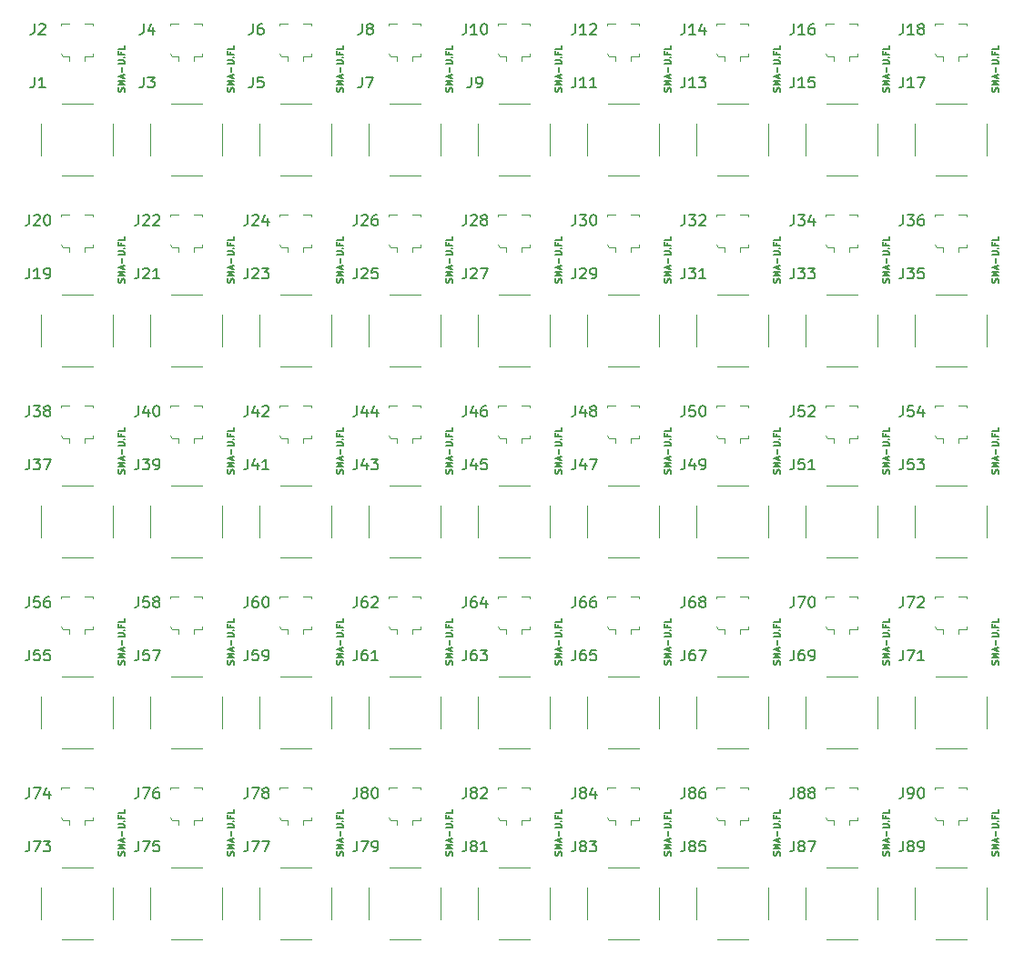
<source format=gbr>
%TF.GenerationSoftware,KiCad,Pcbnew,6.0.7-f9a2dced07~116~ubuntu20.04.1*%
%TF.CreationDate,2022-08-19T12:04:29-05:00*%
%TF.ProjectId,,58585858-5858-4585-9858-585858585858,rev?*%
%TF.SameCoordinates,Original*%
%TF.FileFunction,Legend,Top*%
%TF.FilePolarity,Positive*%
%FSLAX46Y46*%
G04 Gerber Fmt 4.6, Leading zero omitted, Abs format (unit mm)*
G04 Created by KiCad (PCBNEW 6.0.7-f9a2dced07~116~ubuntu20.04.1) date 2022-08-19 12:04:29*
%MOMM*%
%LPD*%
G01*
G04 APERTURE LIST*
%ADD10C,0.150000*%
%ADD11C,0.120000*%
G04 APERTURE END LIST*
D10*
X161882857Y-137760000D02*
X161911428Y-137674285D01*
X161911428Y-137531428D01*
X161882857Y-137474285D01*
X161854285Y-137445714D01*
X161797142Y-137417142D01*
X161740000Y-137417142D01*
X161682857Y-137445714D01*
X161654285Y-137474285D01*
X161625714Y-137531428D01*
X161597142Y-137645714D01*
X161568571Y-137702857D01*
X161540000Y-137731428D01*
X161482857Y-137760000D01*
X161425714Y-137760000D01*
X161368571Y-137731428D01*
X161340000Y-137702857D01*
X161311428Y-137645714D01*
X161311428Y-137502857D01*
X161340000Y-137417142D01*
X161911428Y-137160000D02*
X161311428Y-137160000D01*
X161740000Y-136960000D01*
X161311428Y-136760000D01*
X161911428Y-136760000D01*
X161740000Y-136502857D02*
X161740000Y-136217142D01*
X161911428Y-136560000D02*
X161311428Y-136360000D01*
X161911428Y-136160000D01*
X161682857Y-135960000D02*
X161682857Y-135502857D01*
X161311428Y-135217142D02*
X161797142Y-135217142D01*
X161854285Y-135188571D01*
X161882857Y-135160000D01*
X161911428Y-135102857D01*
X161911428Y-134988571D01*
X161882857Y-134931428D01*
X161854285Y-134902857D01*
X161797142Y-134874285D01*
X161311428Y-134874285D01*
X161854285Y-134588571D02*
X161882857Y-134560000D01*
X161911428Y-134588571D01*
X161882857Y-134617142D01*
X161854285Y-134588571D01*
X161911428Y-134588571D01*
X161597142Y-134102857D02*
X161597142Y-134302857D01*
X161911428Y-134302857D02*
X161311428Y-134302857D01*
X161311428Y-134017142D01*
X161911428Y-133502857D02*
X161911428Y-133788571D01*
X161311428Y-133788571D01*
X151722857Y-137760000D02*
X151751428Y-137674285D01*
X151751428Y-137531428D01*
X151722857Y-137474285D01*
X151694285Y-137445714D01*
X151637142Y-137417142D01*
X151580000Y-137417142D01*
X151522857Y-137445714D01*
X151494285Y-137474285D01*
X151465714Y-137531428D01*
X151437142Y-137645714D01*
X151408571Y-137702857D01*
X151380000Y-137731428D01*
X151322857Y-137760000D01*
X151265714Y-137760000D01*
X151208571Y-137731428D01*
X151180000Y-137702857D01*
X151151428Y-137645714D01*
X151151428Y-137502857D01*
X151180000Y-137417142D01*
X151751428Y-137160000D02*
X151151428Y-137160000D01*
X151580000Y-136960000D01*
X151151428Y-136760000D01*
X151751428Y-136760000D01*
X151580000Y-136502857D02*
X151580000Y-136217142D01*
X151751428Y-136560000D02*
X151151428Y-136360000D01*
X151751428Y-136160000D01*
X151522857Y-135960000D02*
X151522857Y-135502857D01*
X151151428Y-135217142D02*
X151637142Y-135217142D01*
X151694285Y-135188571D01*
X151722857Y-135160000D01*
X151751428Y-135102857D01*
X151751428Y-134988571D01*
X151722857Y-134931428D01*
X151694285Y-134902857D01*
X151637142Y-134874285D01*
X151151428Y-134874285D01*
X151694285Y-134588571D02*
X151722857Y-134560000D01*
X151751428Y-134588571D01*
X151722857Y-134617142D01*
X151694285Y-134588571D01*
X151751428Y-134588571D01*
X151437142Y-134102857D02*
X151437142Y-134302857D01*
X151751428Y-134302857D02*
X151151428Y-134302857D01*
X151151428Y-134017142D01*
X151751428Y-133502857D02*
X151751428Y-133788571D01*
X151151428Y-133788571D01*
X141562857Y-137760000D02*
X141591428Y-137674285D01*
X141591428Y-137531428D01*
X141562857Y-137474285D01*
X141534285Y-137445714D01*
X141477142Y-137417142D01*
X141420000Y-137417142D01*
X141362857Y-137445714D01*
X141334285Y-137474285D01*
X141305714Y-137531428D01*
X141277142Y-137645714D01*
X141248571Y-137702857D01*
X141220000Y-137731428D01*
X141162857Y-137760000D01*
X141105714Y-137760000D01*
X141048571Y-137731428D01*
X141020000Y-137702857D01*
X140991428Y-137645714D01*
X140991428Y-137502857D01*
X141020000Y-137417142D01*
X141591428Y-137160000D02*
X140991428Y-137160000D01*
X141420000Y-136960000D01*
X140991428Y-136760000D01*
X141591428Y-136760000D01*
X141420000Y-136502857D02*
X141420000Y-136217142D01*
X141591428Y-136560000D02*
X140991428Y-136360000D01*
X141591428Y-136160000D01*
X141362857Y-135960000D02*
X141362857Y-135502857D01*
X140991428Y-135217142D02*
X141477142Y-135217142D01*
X141534285Y-135188571D01*
X141562857Y-135160000D01*
X141591428Y-135102857D01*
X141591428Y-134988571D01*
X141562857Y-134931428D01*
X141534285Y-134902857D01*
X141477142Y-134874285D01*
X140991428Y-134874285D01*
X141534285Y-134588571D02*
X141562857Y-134560000D01*
X141591428Y-134588571D01*
X141562857Y-134617142D01*
X141534285Y-134588571D01*
X141591428Y-134588571D01*
X141277142Y-134102857D02*
X141277142Y-134302857D01*
X141591428Y-134302857D02*
X140991428Y-134302857D01*
X140991428Y-134017142D01*
X141591428Y-133502857D02*
X141591428Y-133788571D01*
X140991428Y-133788571D01*
X131402857Y-137760000D02*
X131431428Y-137674285D01*
X131431428Y-137531428D01*
X131402857Y-137474285D01*
X131374285Y-137445714D01*
X131317142Y-137417142D01*
X131260000Y-137417142D01*
X131202857Y-137445714D01*
X131174285Y-137474285D01*
X131145714Y-137531428D01*
X131117142Y-137645714D01*
X131088571Y-137702857D01*
X131060000Y-137731428D01*
X131002857Y-137760000D01*
X130945714Y-137760000D01*
X130888571Y-137731428D01*
X130860000Y-137702857D01*
X130831428Y-137645714D01*
X130831428Y-137502857D01*
X130860000Y-137417142D01*
X131431428Y-137160000D02*
X130831428Y-137160000D01*
X131260000Y-136960000D01*
X130831428Y-136760000D01*
X131431428Y-136760000D01*
X131260000Y-136502857D02*
X131260000Y-136217142D01*
X131431428Y-136560000D02*
X130831428Y-136360000D01*
X131431428Y-136160000D01*
X131202857Y-135960000D02*
X131202857Y-135502857D01*
X130831428Y-135217142D02*
X131317142Y-135217142D01*
X131374285Y-135188571D01*
X131402857Y-135160000D01*
X131431428Y-135102857D01*
X131431428Y-134988571D01*
X131402857Y-134931428D01*
X131374285Y-134902857D01*
X131317142Y-134874285D01*
X130831428Y-134874285D01*
X131374285Y-134588571D02*
X131402857Y-134560000D01*
X131431428Y-134588571D01*
X131402857Y-134617142D01*
X131374285Y-134588571D01*
X131431428Y-134588571D01*
X131117142Y-134102857D02*
X131117142Y-134302857D01*
X131431428Y-134302857D02*
X130831428Y-134302857D01*
X130831428Y-134017142D01*
X131431428Y-133502857D02*
X131431428Y-133788571D01*
X130831428Y-133788571D01*
X121242857Y-137760000D02*
X121271428Y-137674285D01*
X121271428Y-137531428D01*
X121242857Y-137474285D01*
X121214285Y-137445714D01*
X121157142Y-137417142D01*
X121100000Y-137417142D01*
X121042857Y-137445714D01*
X121014285Y-137474285D01*
X120985714Y-137531428D01*
X120957142Y-137645714D01*
X120928571Y-137702857D01*
X120900000Y-137731428D01*
X120842857Y-137760000D01*
X120785714Y-137760000D01*
X120728571Y-137731428D01*
X120700000Y-137702857D01*
X120671428Y-137645714D01*
X120671428Y-137502857D01*
X120700000Y-137417142D01*
X121271428Y-137160000D02*
X120671428Y-137160000D01*
X121100000Y-136960000D01*
X120671428Y-136760000D01*
X121271428Y-136760000D01*
X121100000Y-136502857D02*
X121100000Y-136217142D01*
X121271428Y-136560000D02*
X120671428Y-136360000D01*
X121271428Y-136160000D01*
X121042857Y-135960000D02*
X121042857Y-135502857D01*
X120671428Y-135217142D02*
X121157142Y-135217142D01*
X121214285Y-135188571D01*
X121242857Y-135160000D01*
X121271428Y-135102857D01*
X121271428Y-134988571D01*
X121242857Y-134931428D01*
X121214285Y-134902857D01*
X121157142Y-134874285D01*
X120671428Y-134874285D01*
X121214285Y-134588571D02*
X121242857Y-134560000D01*
X121271428Y-134588571D01*
X121242857Y-134617142D01*
X121214285Y-134588571D01*
X121271428Y-134588571D01*
X120957142Y-134102857D02*
X120957142Y-134302857D01*
X121271428Y-134302857D02*
X120671428Y-134302857D01*
X120671428Y-134017142D01*
X121271428Y-133502857D02*
X121271428Y-133788571D01*
X120671428Y-133788571D01*
X111082857Y-137760000D02*
X111111428Y-137674285D01*
X111111428Y-137531428D01*
X111082857Y-137474285D01*
X111054285Y-137445714D01*
X110997142Y-137417142D01*
X110940000Y-137417142D01*
X110882857Y-137445714D01*
X110854285Y-137474285D01*
X110825714Y-137531428D01*
X110797142Y-137645714D01*
X110768571Y-137702857D01*
X110740000Y-137731428D01*
X110682857Y-137760000D01*
X110625714Y-137760000D01*
X110568571Y-137731428D01*
X110540000Y-137702857D01*
X110511428Y-137645714D01*
X110511428Y-137502857D01*
X110540000Y-137417142D01*
X111111428Y-137160000D02*
X110511428Y-137160000D01*
X110940000Y-136960000D01*
X110511428Y-136760000D01*
X111111428Y-136760000D01*
X110940000Y-136502857D02*
X110940000Y-136217142D01*
X111111428Y-136560000D02*
X110511428Y-136360000D01*
X111111428Y-136160000D01*
X110882857Y-135960000D02*
X110882857Y-135502857D01*
X110511428Y-135217142D02*
X110997142Y-135217142D01*
X111054285Y-135188571D01*
X111082857Y-135160000D01*
X111111428Y-135102857D01*
X111111428Y-134988571D01*
X111082857Y-134931428D01*
X111054285Y-134902857D01*
X110997142Y-134874285D01*
X110511428Y-134874285D01*
X111054285Y-134588571D02*
X111082857Y-134560000D01*
X111111428Y-134588571D01*
X111082857Y-134617142D01*
X111054285Y-134588571D01*
X111111428Y-134588571D01*
X110797142Y-134102857D02*
X110797142Y-134302857D01*
X111111428Y-134302857D02*
X110511428Y-134302857D01*
X110511428Y-134017142D01*
X111111428Y-133502857D02*
X111111428Y-133788571D01*
X110511428Y-133788571D01*
X100922857Y-137760000D02*
X100951428Y-137674285D01*
X100951428Y-137531428D01*
X100922857Y-137474285D01*
X100894285Y-137445714D01*
X100837142Y-137417142D01*
X100780000Y-137417142D01*
X100722857Y-137445714D01*
X100694285Y-137474285D01*
X100665714Y-137531428D01*
X100637142Y-137645714D01*
X100608571Y-137702857D01*
X100580000Y-137731428D01*
X100522857Y-137760000D01*
X100465714Y-137760000D01*
X100408571Y-137731428D01*
X100380000Y-137702857D01*
X100351428Y-137645714D01*
X100351428Y-137502857D01*
X100380000Y-137417142D01*
X100951428Y-137160000D02*
X100351428Y-137160000D01*
X100780000Y-136960000D01*
X100351428Y-136760000D01*
X100951428Y-136760000D01*
X100780000Y-136502857D02*
X100780000Y-136217142D01*
X100951428Y-136560000D02*
X100351428Y-136360000D01*
X100951428Y-136160000D01*
X100722857Y-135960000D02*
X100722857Y-135502857D01*
X100351428Y-135217142D02*
X100837142Y-135217142D01*
X100894285Y-135188571D01*
X100922857Y-135160000D01*
X100951428Y-135102857D01*
X100951428Y-134988571D01*
X100922857Y-134931428D01*
X100894285Y-134902857D01*
X100837142Y-134874285D01*
X100351428Y-134874285D01*
X100894285Y-134588571D02*
X100922857Y-134560000D01*
X100951428Y-134588571D01*
X100922857Y-134617142D01*
X100894285Y-134588571D01*
X100951428Y-134588571D01*
X100637142Y-134102857D02*
X100637142Y-134302857D01*
X100951428Y-134302857D02*
X100351428Y-134302857D01*
X100351428Y-134017142D01*
X100951428Y-133502857D02*
X100951428Y-133788571D01*
X100351428Y-133788571D01*
X90762857Y-137760000D02*
X90791428Y-137674285D01*
X90791428Y-137531428D01*
X90762857Y-137474285D01*
X90734285Y-137445714D01*
X90677142Y-137417142D01*
X90620000Y-137417142D01*
X90562857Y-137445714D01*
X90534285Y-137474285D01*
X90505714Y-137531428D01*
X90477142Y-137645714D01*
X90448571Y-137702857D01*
X90420000Y-137731428D01*
X90362857Y-137760000D01*
X90305714Y-137760000D01*
X90248571Y-137731428D01*
X90220000Y-137702857D01*
X90191428Y-137645714D01*
X90191428Y-137502857D01*
X90220000Y-137417142D01*
X90791428Y-137160000D02*
X90191428Y-137160000D01*
X90620000Y-136960000D01*
X90191428Y-136760000D01*
X90791428Y-136760000D01*
X90620000Y-136502857D02*
X90620000Y-136217142D01*
X90791428Y-136560000D02*
X90191428Y-136360000D01*
X90791428Y-136160000D01*
X90562857Y-135960000D02*
X90562857Y-135502857D01*
X90191428Y-135217142D02*
X90677142Y-135217142D01*
X90734285Y-135188571D01*
X90762857Y-135160000D01*
X90791428Y-135102857D01*
X90791428Y-134988571D01*
X90762857Y-134931428D01*
X90734285Y-134902857D01*
X90677142Y-134874285D01*
X90191428Y-134874285D01*
X90734285Y-134588571D02*
X90762857Y-134560000D01*
X90791428Y-134588571D01*
X90762857Y-134617142D01*
X90734285Y-134588571D01*
X90791428Y-134588571D01*
X90477142Y-134102857D02*
X90477142Y-134302857D01*
X90791428Y-134302857D02*
X90191428Y-134302857D01*
X90191428Y-134017142D01*
X90791428Y-133502857D02*
X90791428Y-133788571D01*
X90191428Y-133788571D01*
X80602857Y-137760000D02*
X80631428Y-137674285D01*
X80631428Y-137531428D01*
X80602857Y-137474285D01*
X80574285Y-137445714D01*
X80517142Y-137417142D01*
X80460000Y-137417142D01*
X80402857Y-137445714D01*
X80374285Y-137474285D01*
X80345714Y-137531428D01*
X80317142Y-137645714D01*
X80288571Y-137702857D01*
X80260000Y-137731428D01*
X80202857Y-137760000D01*
X80145714Y-137760000D01*
X80088571Y-137731428D01*
X80060000Y-137702857D01*
X80031428Y-137645714D01*
X80031428Y-137502857D01*
X80060000Y-137417142D01*
X80631428Y-137160000D02*
X80031428Y-137160000D01*
X80460000Y-136960000D01*
X80031428Y-136760000D01*
X80631428Y-136760000D01*
X80460000Y-136502857D02*
X80460000Y-136217142D01*
X80631428Y-136560000D02*
X80031428Y-136360000D01*
X80631428Y-136160000D01*
X80402857Y-135960000D02*
X80402857Y-135502857D01*
X80031428Y-135217142D02*
X80517142Y-135217142D01*
X80574285Y-135188571D01*
X80602857Y-135160000D01*
X80631428Y-135102857D01*
X80631428Y-134988571D01*
X80602857Y-134931428D01*
X80574285Y-134902857D01*
X80517142Y-134874285D01*
X80031428Y-134874285D01*
X80574285Y-134588571D02*
X80602857Y-134560000D01*
X80631428Y-134588571D01*
X80602857Y-134617142D01*
X80574285Y-134588571D01*
X80631428Y-134588571D01*
X80317142Y-134102857D02*
X80317142Y-134302857D01*
X80631428Y-134302857D02*
X80031428Y-134302857D01*
X80031428Y-134017142D01*
X80631428Y-133502857D02*
X80631428Y-133788571D01*
X80031428Y-133788571D01*
X161882857Y-119980000D02*
X161911428Y-119894285D01*
X161911428Y-119751428D01*
X161882857Y-119694285D01*
X161854285Y-119665714D01*
X161797142Y-119637142D01*
X161740000Y-119637142D01*
X161682857Y-119665714D01*
X161654285Y-119694285D01*
X161625714Y-119751428D01*
X161597142Y-119865714D01*
X161568571Y-119922857D01*
X161540000Y-119951428D01*
X161482857Y-119980000D01*
X161425714Y-119980000D01*
X161368571Y-119951428D01*
X161340000Y-119922857D01*
X161311428Y-119865714D01*
X161311428Y-119722857D01*
X161340000Y-119637142D01*
X161911428Y-119380000D02*
X161311428Y-119380000D01*
X161740000Y-119180000D01*
X161311428Y-118980000D01*
X161911428Y-118980000D01*
X161740000Y-118722857D02*
X161740000Y-118437142D01*
X161911428Y-118780000D02*
X161311428Y-118580000D01*
X161911428Y-118380000D01*
X161682857Y-118180000D02*
X161682857Y-117722857D01*
X161311428Y-117437142D02*
X161797142Y-117437142D01*
X161854285Y-117408571D01*
X161882857Y-117380000D01*
X161911428Y-117322857D01*
X161911428Y-117208571D01*
X161882857Y-117151428D01*
X161854285Y-117122857D01*
X161797142Y-117094285D01*
X161311428Y-117094285D01*
X161854285Y-116808571D02*
X161882857Y-116780000D01*
X161911428Y-116808571D01*
X161882857Y-116837142D01*
X161854285Y-116808571D01*
X161911428Y-116808571D01*
X161597142Y-116322857D02*
X161597142Y-116522857D01*
X161911428Y-116522857D02*
X161311428Y-116522857D01*
X161311428Y-116237142D01*
X161911428Y-115722857D02*
X161911428Y-116008571D01*
X161311428Y-116008571D01*
X151722857Y-119980000D02*
X151751428Y-119894285D01*
X151751428Y-119751428D01*
X151722857Y-119694285D01*
X151694285Y-119665714D01*
X151637142Y-119637142D01*
X151580000Y-119637142D01*
X151522857Y-119665714D01*
X151494285Y-119694285D01*
X151465714Y-119751428D01*
X151437142Y-119865714D01*
X151408571Y-119922857D01*
X151380000Y-119951428D01*
X151322857Y-119980000D01*
X151265714Y-119980000D01*
X151208571Y-119951428D01*
X151180000Y-119922857D01*
X151151428Y-119865714D01*
X151151428Y-119722857D01*
X151180000Y-119637142D01*
X151751428Y-119380000D02*
X151151428Y-119380000D01*
X151580000Y-119180000D01*
X151151428Y-118980000D01*
X151751428Y-118980000D01*
X151580000Y-118722857D02*
X151580000Y-118437142D01*
X151751428Y-118780000D02*
X151151428Y-118580000D01*
X151751428Y-118380000D01*
X151522857Y-118180000D02*
X151522857Y-117722857D01*
X151151428Y-117437142D02*
X151637142Y-117437142D01*
X151694285Y-117408571D01*
X151722857Y-117380000D01*
X151751428Y-117322857D01*
X151751428Y-117208571D01*
X151722857Y-117151428D01*
X151694285Y-117122857D01*
X151637142Y-117094285D01*
X151151428Y-117094285D01*
X151694285Y-116808571D02*
X151722857Y-116780000D01*
X151751428Y-116808571D01*
X151722857Y-116837142D01*
X151694285Y-116808571D01*
X151751428Y-116808571D01*
X151437142Y-116322857D02*
X151437142Y-116522857D01*
X151751428Y-116522857D02*
X151151428Y-116522857D01*
X151151428Y-116237142D01*
X151751428Y-115722857D02*
X151751428Y-116008571D01*
X151151428Y-116008571D01*
X141562857Y-119980000D02*
X141591428Y-119894285D01*
X141591428Y-119751428D01*
X141562857Y-119694285D01*
X141534285Y-119665714D01*
X141477142Y-119637142D01*
X141420000Y-119637142D01*
X141362857Y-119665714D01*
X141334285Y-119694285D01*
X141305714Y-119751428D01*
X141277142Y-119865714D01*
X141248571Y-119922857D01*
X141220000Y-119951428D01*
X141162857Y-119980000D01*
X141105714Y-119980000D01*
X141048571Y-119951428D01*
X141020000Y-119922857D01*
X140991428Y-119865714D01*
X140991428Y-119722857D01*
X141020000Y-119637142D01*
X141591428Y-119380000D02*
X140991428Y-119380000D01*
X141420000Y-119180000D01*
X140991428Y-118980000D01*
X141591428Y-118980000D01*
X141420000Y-118722857D02*
X141420000Y-118437142D01*
X141591428Y-118780000D02*
X140991428Y-118580000D01*
X141591428Y-118380000D01*
X141362857Y-118180000D02*
X141362857Y-117722857D01*
X140991428Y-117437142D02*
X141477142Y-117437142D01*
X141534285Y-117408571D01*
X141562857Y-117380000D01*
X141591428Y-117322857D01*
X141591428Y-117208571D01*
X141562857Y-117151428D01*
X141534285Y-117122857D01*
X141477142Y-117094285D01*
X140991428Y-117094285D01*
X141534285Y-116808571D02*
X141562857Y-116780000D01*
X141591428Y-116808571D01*
X141562857Y-116837142D01*
X141534285Y-116808571D01*
X141591428Y-116808571D01*
X141277142Y-116322857D02*
X141277142Y-116522857D01*
X141591428Y-116522857D02*
X140991428Y-116522857D01*
X140991428Y-116237142D01*
X141591428Y-115722857D02*
X141591428Y-116008571D01*
X140991428Y-116008571D01*
X131402857Y-119980000D02*
X131431428Y-119894285D01*
X131431428Y-119751428D01*
X131402857Y-119694285D01*
X131374285Y-119665714D01*
X131317142Y-119637142D01*
X131260000Y-119637142D01*
X131202857Y-119665714D01*
X131174285Y-119694285D01*
X131145714Y-119751428D01*
X131117142Y-119865714D01*
X131088571Y-119922857D01*
X131060000Y-119951428D01*
X131002857Y-119980000D01*
X130945714Y-119980000D01*
X130888571Y-119951428D01*
X130860000Y-119922857D01*
X130831428Y-119865714D01*
X130831428Y-119722857D01*
X130860000Y-119637142D01*
X131431428Y-119380000D02*
X130831428Y-119380000D01*
X131260000Y-119180000D01*
X130831428Y-118980000D01*
X131431428Y-118980000D01*
X131260000Y-118722857D02*
X131260000Y-118437142D01*
X131431428Y-118780000D02*
X130831428Y-118580000D01*
X131431428Y-118380000D01*
X131202857Y-118180000D02*
X131202857Y-117722857D01*
X130831428Y-117437142D02*
X131317142Y-117437142D01*
X131374285Y-117408571D01*
X131402857Y-117380000D01*
X131431428Y-117322857D01*
X131431428Y-117208571D01*
X131402857Y-117151428D01*
X131374285Y-117122857D01*
X131317142Y-117094285D01*
X130831428Y-117094285D01*
X131374285Y-116808571D02*
X131402857Y-116780000D01*
X131431428Y-116808571D01*
X131402857Y-116837142D01*
X131374285Y-116808571D01*
X131431428Y-116808571D01*
X131117142Y-116322857D02*
X131117142Y-116522857D01*
X131431428Y-116522857D02*
X130831428Y-116522857D01*
X130831428Y-116237142D01*
X131431428Y-115722857D02*
X131431428Y-116008571D01*
X130831428Y-116008571D01*
X121242857Y-119980000D02*
X121271428Y-119894285D01*
X121271428Y-119751428D01*
X121242857Y-119694285D01*
X121214285Y-119665714D01*
X121157142Y-119637142D01*
X121100000Y-119637142D01*
X121042857Y-119665714D01*
X121014285Y-119694285D01*
X120985714Y-119751428D01*
X120957142Y-119865714D01*
X120928571Y-119922857D01*
X120900000Y-119951428D01*
X120842857Y-119980000D01*
X120785714Y-119980000D01*
X120728571Y-119951428D01*
X120700000Y-119922857D01*
X120671428Y-119865714D01*
X120671428Y-119722857D01*
X120700000Y-119637142D01*
X121271428Y-119380000D02*
X120671428Y-119380000D01*
X121100000Y-119180000D01*
X120671428Y-118980000D01*
X121271428Y-118980000D01*
X121100000Y-118722857D02*
X121100000Y-118437142D01*
X121271428Y-118780000D02*
X120671428Y-118580000D01*
X121271428Y-118380000D01*
X121042857Y-118180000D02*
X121042857Y-117722857D01*
X120671428Y-117437142D02*
X121157142Y-117437142D01*
X121214285Y-117408571D01*
X121242857Y-117380000D01*
X121271428Y-117322857D01*
X121271428Y-117208571D01*
X121242857Y-117151428D01*
X121214285Y-117122857D01*
X121157142Y-117094285D01*
X120671428Y-117094285D01*
X121214285Y-116808571D02*
X121242857Y-116780000D01*
X121271428Y-116808571D01*
X121242857Y-116837142D01*
X121214285Y-116808571D01*
X121271428Y-116808571D01*
X120957142Y-116322857D02*
X120957142Y-116522857D01*
X121271428Y-116522857D02*
X120671428Y-116522857D01*
X120671428Y-116237142D01*
X121271428Y-115722857D02*
X121271428Y-116008571D01*
X120671428Y-116008571D01*
X111082857Y-119980000D02*
X111111428Y-119894285D01*
X111111428Y-119751428D01*
X111082857Y-119694285D01*
X111054285Y-119665714D01*
X110997142Y-119637142D01*
X110940000Y-119637142D01*
X110882857Y-119665714D01*
X110854285Y-119694285D01*
X110825714Y-119751428D01*
X110797142Y-119865714D01*
X110768571Y-119922857D01*
X110740000Y-119951428D01*
X110682857Y-119980000D01*
X110625714Y-119980000D01*
X110568571Y-119951428D01*
X110540000Y-119922857D01*
X110511428Y-119865714D01*
X110511428Y-119722857D01*
X110540000Y-119637142D01*
X111111428Y-119380000D02*
X110511428Y-119380000D01*
X110940000Y-119180000D01*
X110511428Y-118980000D01*
X111111428Y-118980000D01*
X110940000Y-118722857D02*
X110940000Y-118437142D01*
X111111428Y-118780000D02*
X110511428Y-118580000D01*
X111111428Y-118380000D01*
X110882857Y-118180000D02*
X110882857Y-117722857D01*
X110511428Y-117437142D02*
X110997142Y-117437142D01*
X111054285Y-117408571D01*
X111082857Y-117380000D01*
X111111428Y-117322857D01*
X111111428Y-117208571D01*
X111082857Y-117151428D01*
X111054285Y-117122857D01*
X110997142Y-117094285D01*
X110511428Y-117094285D01*
X111054285Y-116808571D02*
X111082857Y-116780000D01*
X111111428Y-116808571D01*
X111082857Y-116837142D01*
X111054285Y-116808571D01*
X111111428Y-116808571D01*
X110797142Y-116322857D02*
X110797142Y-116522857D01*
X111111428Y-116522857D02*
X110511428Y-116522857D01*
X110511428Y-116237142D01*
X111111428Y-115722857D02*
X111111428Y-116008571D01*
X110511428Y-116008571D01*
X100922857Y-119980000D02*
X100951428Y-119894285D01*
X100951428Y-119751428D01*
X100922857Y-119694285D01*
X100894285Y-119665714D01*
X100837142Y-119637142D01*
X100780000Y-119637142D01*
X100722857Y-119665714D01*
X100694285Y-119694285D01*
X100665714Y-119751428D01*
X100637142Y-119865714D01*
X100608571Y-119922857D01*
X100580000Y-119951428D01*
X100522857Y-119980000D01*
X100465714Y-119980000D01*
X100408571Y-119951428D01*
X100380000Y-119922857D01*
X100351428Y-119865714D01*
X100351428Y-119722857D01*
X100380000Y-119637142D01*
X100951428Y-119380000D02*
X100351428Y-119380000D01*
X100780000Y-119180000D01*
X100351428Y-118980000D01*
X100951428Y-118980000D01*
X100780000Y-118722857D02*
X100780000Y-118437142D01*
X100951428Y-118780000D02*
X100351428Y-118580000D01*
X100951428Y-118380000D01*
X100722857Y-118180000D02*
X100722857Y-117722857D01*
X100351428Y-117437142D02*
X100837142Y-117437142D01*
X100894285Y-117408571D01*
X100922857Y-117380000D01*
X100951428Y-117322857D01*
X100951428Y-117208571D01*
X100922857Y-117151428D01*
X100894285Y-117122857D01*
X100837142Y-117094285D01*
X100351428Y-117094285D01*
X100894285Y-116808571D02*
X100922857Y-116780000D01*
X100951428Y-116808571D01*
X100922857Y-116837142D01*
X100894285Y-116808571D01*
X100951428Y-116808571D01*
X100637142Y-116322857D02*
X100637142Y-116522857D01*
X100951428Y-116522857D02*
X100351428Y-116522857D01*
X100351428Y-116237142D01*
X100951428Y-115722857D02*
X100951428Y-116008571D01*
X100351428Y-116008571D01*
X90762857Y-119980000D02*
X90791428Y-119894285D01*
X90791428Y-119751428D01*
X90762857Y-119694285D01*
X90734285Y-119665714D01*
X90677142Y-119637142D01*
X90620000Y-119637142D01*
X90562857Y-119665714D01*
X90534285Y-119694285D01*
X90505714Y-119751428D01*
X90477142Y-119865714D01*
X90448571Y-119922857D01*
X90420000Y-119951428D01*
X90362857Y-119980000D01*
X90305714Y-119980000D01*
X90248571Y-119951428D01*
X90220000Y-119922857D01*
X90191428Y-119865714D01*
X90191428Y-119722857D01*
X90220000Y-119637142D01*
X90791428Y-119380000D02*
X90191428Y-119380000D01*
X90620000Y-119180000D01*
X90191428Y-118980000D01*
X90791428Y-118980000D01*
X90620000Y-118722857D02*
X90620000Y-118437142D01*
X90791428Y-118780000D02*
X90191428Y-118580000D01*
X90791428Y-118380000D01*
X90562857Y-118180000D02*
X90562857Y-117722857D01*
X90191428Y-117437142D02*
X90677142Y-117437142D01*
X90734285Y-117408571D01*
X90762857Y-117380000D01*
X90791428Y-117322857D01*
X90791428Y-117208571D01*
X90762857Y-117151428D01*
X90734285Y-117122857D01*
X90677142Y-117094285D01*
X90191428Y-117094285D01*
X90734285Y-116808571D02*
X90762857Y-116780000D01*
X90791428Y-116808571D01*
X90762857Y-116837142D01*
X90734285Y-116808571D01*
X90791428Y-116808571D01*
X90477142Y-116322857D02*
X90477142Y-116522857D01*
X90791428Y-116522857D02*
X90191428Y-116522857D01*
X90191428Y-116237142D01*
X90791428Y-115722857D02*
X90791428Y-116008571D01*
X90191428Y-116008571D01*
X80602857Y-119980000D02*
X80631428Y-119894285D01*
X80631428Y-119751428D01*
X80602857Y-119694285D01*
X80574285Y-119665714D01*
X80517142Y-119637142D01*
X80460000Y-119637142D01*
X80402857Y-119665714D01*
X80374285Y-119694285D01*
X80345714Y-119751428D01*
X80317142Y-119865714D01*
X80288571Y-119922857D01*
X80260000Y-119951428D01*
X80202857Y-119980000D01*
X80145714Y-119980000D01*
X80088571Y-119951428D01*
X80060000Y-119922857D01*
X80031428Y-119865714D01*
X80031428Y-119722857D01*
X80060000Y-119637142D01*
X80631428Y-119380000D02*
X80031428Y-119380000D01*
X80460000Y-119180000D01*
X80031428Y-118980000D01*
X80631428Y-118980000D01*
X80460000Y-118722857D02*
X80460000Y-118437142D01*
X80631428Y-118780000D02*
X80031428Y-118580000D01*
X80631428Y-118380000D01*
X80402857Y-118180000D02*
X80402857Y-117722857D01*
X80031428Y-117437142D02*
X80517142Y-117437142D01*
X80574285Y-117408571D01*
X80602857Y-117380000D01*
X80631428Y-117322857D01*
X80631428Y-117208571D01*
X80602857Y-117151428D01*
X80574285Y-117122857D01*
X80517142Y-117094285D01*
X80031428Y-117094285D01*
X80574285Y-116808571D02*
X80602857Y-116780000D01*
X80631428Y-116808571D01*
X80602857Y-116837142D01*
X80574285Y-116808571D01*
X80631428Y-116808571D01*
X80317142Y-116322857D02*
X80317142Y-116522857D01*
X80631428Y-116522857D02*
X80031428Y-116522857D01*
X80031428Y-116237142D01*
X80631428Y-115722857D02*
X80631428Y-116008571D01*
X80031428Y-116008571D01*
X161882857Y-102200000D02*
X161911428Y-102114285D01*
X161911428Y-101971428D01*
X161882857Y-101914285D01*
X161854285Y-101885714D01*
X161797142Y-101857142D01*
X161740000Y-101857142D01*
X161682857Y-101885714D01*
X161654285Y-101914285D01*
X161625714Y-101971428D01*
X161597142Y-102085714D01*
X161568571Y-102142857D01*
X161540000Y-102171428D01*
X161482857Y-102200000D01*
X161425714Y-102200000D01*
X161368571Y-102171428D01*
X161340000Y-102142857D01*
X161311428Y-102085714D01*
X161311428Y-101942857D01*
X161340000Y-101857142D01*
X161911428Y-101600000D02*
X161311428Y-101600000D01*
X161740000Y-101400000D01*
X161311428Y-101200000D01*
X161911428Y-101200000D01*
X161740000Y-100942857D02*
X161740000Y-100657142D01*
X161911428Y-101000000D02*
X161311428Y-100800000D01*
X161911428Y-100600000D01*
X161682857Y-100400000D02*
X161682857Y-99942857D01*
X161311428Y-99657142D02*
X161797142Y-99657142D01*
X161854285Y-99628571D01*
X161882857Y-99600000D01*
X161911428Y-99542857D01*
X161911428Y-99428571D01*
X161882857Y-99371428D01*
X161854285Y-99342857D01*
X161797142Y-99314285D01*
X161311428Y-99314285D01*
X161854285Y-99028571D02*
X161882857Y-99000000D01*
X161911428Y-99028571D01*
X161882857Y-99057142D01*
X161854285Y-99028571D01*
X161911428Y-99028571D01*
X161597142Y-98542857D02*
X161597142Y-98742857D01*
X161911428Y-98742857D02*
X161311428Y-98742857D01*
X161311428Y-98457142D01*
X161911428Y-97942857D02*
X161911428Y-98228571D01*
X161311428Y-98228571D01*
X151722857Y-102200000D02*
X151751428Y-102114285D01*
X151751428Y-101971428D01*
X151722857Y-101914285D01*
X151694285Y-101885714D01*
X151637142Y-101857142D01*
X151580000Y-101857142D01*
X151522857Y-101885714D01*
X151494285Y-101914285D01*
X151465714Y-101971428D01*
X151437142Y-102085714D01*
X151408571Y-102142857D01*
X151380000Y-102171428D01*
X151322857Y-102200000D01*
X151265714Y-102200000D01*
X151208571Y-102171428D01*
X151180000Y-102142857D01*
X151151428Y-102085714D01*
X151151428Y-101942857D01*
X151180000Y-101857142D01*
X151751428Y-101600000D02*
X151151428Y-101600000D01*
X151580000Y-101400000D01*
X151151428Y-101200000D01*
X151751428Y-101200000D01*
X151580000Y-100942857D02*
X151580000Y-100657142D01*
X151751428Y-101000000D02*
X151151428Y-100800000D01*
X151751428Y-100600000D01*
X151522857Y-100400000D02*
X151522857Y-99942857D01*
X151151428Y-99657142D02*
X151637142Y-99657142D01*
X151694285Y-99628571D01*
X151722857Y-99600000D01*
X151751428Y-99542857D01*
X151751428Y-99428571D01*
X151722857Y-99371428D01*
X151694285Y-99342857D01*
X151637142Y-99314285D01*
X151151428Y-99314285D01*
X151694285Y-99028571D02*
X151722857Y-99000000D01*
X151751428Y-99028571D01*
X151722857Y-99057142D01*
X151694285Y-99028571D01*
X151751428Y-99028571D01*
X151437142Y-98542857D02*
X151437142Y-98742857D01*
X151751428Y-98742857D02*
X151151428Y-98742857D01*
X151151428Y-98457142D01*
X151751428Y-97942857D02*
X151751428Y-98228571D01*
X151151428Y-98228571D01*
X141562857Y-102200000D02*
X141591428Y-102114285D01*
X141591428Y-101971428D01*
X141562857Y-101914285D01*
X141534285Y-101885714D01*
X141477142Y-101857142D01*
X141420000Y-101857142D01*
X141362857Y-101885714D01*
X141334285Y-101914285D01*
X141305714Y-101971428D01*
X141277142Y-102085714D01*
X141248571Y-102142857D01*
X141220000Y-102171428D01*
X141162857Y-102200000D01*
X141105714Y-102200000D01*
X141048571Y-102171428D01*
X141020000Y-102142857D01*
X140991428Y-102085714D01*
X140991428Y-101942857D01*
X141020000Y-101857142D01*
X141591428Y-101600000D02*
X140991428Y-101600000D01*
X141420000Y-101400000D01*
X140991428Y-101200000D01*
X141591428Y-101200000D01*
X141420000Y-100942857D02*
X141420000Y-100657142D01*
X141591428Y-101000000D02*
X140991428Y-100800000D01*
X141591428Y-100600000D01*
X141362857Y-100400000D02*
X141362857Y-99942857D01*
X140991428Y-99657142D02*
X141477142Y-99657142D01*
X141534285Y-99628571D01*
X141562857Y-99600000D01*
X141591428Y-99542857D01*
X141591428Y-99428571D01*
X141562857Y-99371428D01*
X141534285Y-99342857D01*
X141477142Y-99314285D01*
X140991428Y-99314285D01*
X141534285Y-99028571D02*
X141562857Y-99000000D01*
X141591428Y-99028571D01*
X141562857Y-99057142D01*
X141534285Y-99028571D01*
X141591428Y-99028571D01*
X141277142Y-98542857D02*
X141277142Y-98742857D01*
X141591428Y-98742857D02*
X140991428Y-98742857D01*
X140991428Y-98457142D01*
X141591428Y-97942857D02*
X141591428Y-98228571D01*
X140991428Y-98228571D01*
X131402857Y-102200000D02*
X131431428Y-102114285D01*
X131431428Y-101971428D01*
X131402857Y-101914285D01*
X131374285Y-101885714D01*
X131317142Y-101857142D01*
X131260000Y-101857142D01*
X131202857Y-101885714D01*
X131174285Y-101914285D01*
X131145714Y-101971428D01*
X131117142Y-102085714D01*
X131088571Y-102142857D01*
X131060000Y-102171428D01*
X131002857Y-102200000D01*
X130945714Y-102200000D01*
X130888571Y-102171428D01*
X130860000Y-102142857D01*
X130831428Y-102085714D01*
X130831428Y-101942857D01*
X130860000Y-101857142D01*
X131431428Y-101600000D02*
X130831428Y-101600000D01*
X131260000Y-101400000D01*
X130831428Y-101200000D01*
X131431428Y-101200000D01*
X131260000Y-100942857D02*
X131260000Y-100657142D01*
X131431428Y-101000000D02*
X130831428Y-100800000D01*
X131431428Y-100600000D01*
X131202857Y-100400000D02*
X131202857Y-99942857D01*
X130831428Y-99657142D02*
X131317142Y-99657142D01*
X131374285Y-99628571D01*
X131402857Y-99600000D01*
X131431428Y-99542857D01*
X131431428Y-99428571D01*
X131402857Y-99371428D01*
X131374285Y-99342857D01*
X131317142Y-99314285D01*
X130831428Y-99314285D01*
X131374285Y-99028571D02*
X131402857Y-99000000D01*
X131431428Y-99028571D01*
X131402857Y-99057142D01*
X131374285Y-99028571D01*
X131431428Y-99028571D01*
X131117142Y-98542857D02*
X131117142Y-98742857D01*
X131431428Y-98742857D02*
X130831428Y-98742857D01*
X130831428Y-98457142D01*
X131431428Y-97942857D02*
X131431428Y-98228571D01*
X130831428Y-98228571D01*
X121242857Y-102200000D02*
X121271428Y-102114285D01*
X121271428Y-101971428D01*
X121242857Y-101914285D01*
X121214285Y-101885714D01*
X121157142Y-101857142D01*
X121100000Y-101857142D01*
X121042857Y-101885714D01*
X121014285Y-101914285D01*
X120985714Y-101971428D01*
X120957142Y-102085714D01*
X120928571Y-102142857D01*
X120900000Y-102171428D01*
X120842857Y-102200000D01*
X120785714Y-102200000D01*
X120728571Y-102171428D01*
X120700000Y-102142857D01*
X120671428Y-102085714D01*
X120671428Y-101942857D01*
X120700000Y-101857142D01*
X121271428Y-101600000D02*
X120671428Y-101600000D01*
X121100000Y-101400000D01*
X120671428Y-101200000D01*
X121271428Y-101200000D01*
X121100000Y-100942857D02*
X121100000Y-100657142D01*
X121271428Y-101000000D02*
X120671428Y-100800000D01*
X121271428Y-100600000D01*
X121042857Y-100400000D02*
X121042857Y-99942857D01*
X120671428Y-99657142D02*
X121157142Y-99657142D01*
X121214285Y-99628571D01*
X121242857Y-99600000D01*
X121271428Y-99542857D01*
X121271428Y-99428571D01*
X121242857Y-99371428D01*
X121214285Y-99342857D01*
X121157142Y-99314285D01*
X120671428Y-99314285D01*
X121214285Y-99028571D02*
X121242857Y-99000000D01*
X121271428Y-99028571D01*
X121242857Y-99057142D01*
X121214285Y-99028571D01*
X121271428Y-99028571D01*
X120957142Y-98542857D02*
X120957142Y-98742857D01*
X121271428Y-98742857D02*
X120671428Y-98742857D01*
X120671428Y-98457142D01*
X121271428Y-97942857D02*
X121271428Y-98228571D01*
X120671428Y-98228571D01*
X111082857Y-102200000D02*
X111111428Y-102114285D01*
X111111428Y-101971428D01*
X111082857Y-101914285D01*
X111054285Y-101885714D01*
X110997142Y-101857142D01*
X110940000Y-101857142D01*
X110882857Y-101885714D01*
X110854285Y-101914285D01*
X110825714Y-101971428D01*
X110797142Y-102085714D01*
X110768571Y-102142857D01*
X110740000Y-102171428D01*
X110682857Y-102200000D01*
X110625714Y-102200000D01*
X110568571Y-102171428D01*
X110540000Y-102142857D01*
X110511428Y-102085714D01*
X110511428Y-101942857D01*
X110540000Y-101857142D01*
X111111428Y-101600000D02*
X110511428Y-101600000D01*
X110940000Y-101400000D01*
X110511428Y-101200000D01*
X111111428Y-101200000D01*
X110940000Y-100942857D02*
X110940000Y-100657142D01*
X111111428Y-101000000D02*
X110511428Y-100800000D01*
X111111428Y-100600000D01*
X110882857Y-100400000D02*
X110882857Y-99942857D01*
X110511428Y-99657142D02*
X110997142Y-99657142D01*
X111054285Y-99628571D01*
X111082857Y-99600000D01*
X111111428Y-99542857D01*
X111111428Y-99428571D01*
X111082857Y-99371428D01*
X111054285Y-99342857D01*
X110997142Y-99314285D01*
X110511428Y-99314285D01*
X111054285Y-99028571D02*
X111082857Y-99000000D01*
X111111428Y-99028571D01*
X111082857Y-99057142D01*
X111054285Y-99028571D01*
X111111428Y-99028571D01*
X110797142Y-98542857D02*
X110797142Y-98742857D01*
X111111428Y-98742857D02*
X110511428Y-98742857D01*
X110511428Y-98457142D01*
X111111428Y-97942857D02*
X111111428Y-98228571D01*
X110511428Y-98228571D01*
X100922857Y-102200000D02*
X100951428Y-102114285D01*
X100951428Y-101971428D01*
X100922857Y-101914285D01*
X100894285Y-101885714D01*
X100837142Y-101857142D01*
X100780000Y-101857142D01*
X100722857Y-101885714D01*
X100694285Y-101914285D01*
X100665714Y-101971428D01*
X100637142Y-102085714D01*
X100608571Y-102142857D01*
X100580000Y-102171428D01*
X100522857Y-102200000D01*
X100465714Y-102200000D01*
X100408571Y-102171428D01*
X100380000Y-102142857D01*
X100351428Y-102085714D01*
X100351428Y-101942857D01*
X100380000Y-101857142D01*
X100951428Y-101600000D02*
X100351428Y-101600000D01*
X100780000Y-101400000D01*
X100351428Y-101200000D01*
X100951428Y-101200000D01*
X100780000Y-100942857D02*
X100780000Y-100657142D01*
X100951428Y-101000000D02*
X100351428Y-100800000D01*
X100951428Y-100600000D01*
X100722857Y-100400000D02*
X100722857Y-99942857D01*
X100351428Y-99657142D02*
X100837142Y-99657142D01*
X100894285Y-99628571D01*
X100922857Y-99600000D01*
X100951428Y-99542857D01*
X100951428Y-99428571D01*
X100922857Y-99371428D01*
X100894285Y-99342857D01*
X100837142Y-99314285D01*
X100351428Y-99314285D01*
X100894285Y-99028571D02*
X100922857Y-99000000D01*
X100951428Y-99028571D01*
X100922857Y-99057142D01*
X100894285Y-99028571D01*
X100951428Y-99028571D01*
X100637142Y-98542857D02*
X100637142Y-98742857D01*
X100951428Y-98742857D02*
X100351428Y-98742857D01*
X100351428Y-98457142D01*
X100951428Y-97942857D02*
X100951428Y-98228571D01*
X100351428Y-98228571D01*
X90762857Y-102200000D02*
X90791428Y-102114285D01*
X90791428Y-101971428D01*
X90762857Y-101914285D01*
X90734285Y-101885714D01*
X90677142Y-101857142D01*
X90620000Y-101857142D01*
X90562857Y-101885714D01*
X90534285Y-101914285D01*
X90505714Y-101971428D01*
X90477142Y-102085714D01*
X90448571Y-102142857D01*
X90420000Y-102171428D01*
X90362857Y-102200000D01*
X90305714Y-102200000D01*
X90248571Y-102171428D01*
X90220000Y-102142857D01*
X90191428Y-102085714D01*
X90191428Y-101942857D01*
X90220000Y-101857142D01*
X90791428Y-101600000D02*
X90191428Y-101600000D01*
X90620000Y-101400000D01*
X90191428Y-101200000D01*
X90791428Y-101200000D01*
X90620000Y-100942857D02*
X90620000Y-100657142D01*
X90791428Y-101000000D02*
X90191428Y-100800000D01*
X90791428Y-100600000D01*
X90562857Y-100400000D02*
X90562857Y-99942857D01*
X90191428Y-99657142D02*
X90677142Y-99657142D01*
X90734285Y-99628571D01*
X90762857Y-99600000D01*
X90791428Y-99542857D01*
X90791428Y-99428571D01*
X90762857Y-99371428D01*
X90734285Y-99342857D01*
X90677142Y-99314285D01*
X90191428Y-99314285D01*
X90734285Y-99028571D02*
X90762857Y-99000000D01*
X90791428Y-99028571D01*
X90762857Y-99057142D01*
X90734285Y-99028571D01*
X90791428Y-99028571D01*
X90477142Y-98542857D02*
X90477142Y-98742857D01*
X90791428Y-98742857D02*
X90191428Y-98742857D01*
X90191428Y-98457142D01*
X90791428Y-97942857D02*
X90791428Y-98228571D01*
X90191428Y-98228571D01*
X80602857Y-102200000D02*
X80631428Y-102114285D01*
X80631428Y-101971428D01*
X80602857Y-101914285D01*
X80574285Y-101885714D01*
X80517142Y-101857142D01*
X80460000Y-101857142D01*
X80402857Y-101885714D01*
X80374285Y-101914285D01*
X80345714Y-101971428D01*
X80317142Y-102085714D01*
X80288571Y-102142857D01*
X80260000Y-102171428D01*
X80202857Y-102200000D01*
X80145714Y-102200000D01*
X80088571Y-102171428D01*
X80060000Y-102142857D01*
X80031428Y-102085714D01*
X80031428Y-101942857D01*
X80060000Y-101857142D01*
X80631428Y-101600000D02*
X80031428Y-101600000D01*
X80460000Y-101400000D01*
X80031428Y-101200000D01*
X80631428Y-101200000D01*
X80460000Y-100942857D02*
X80460000Y-100657142D01*
X80631428Y-101000000D02*
X80031428Y-100800000D01*
X80631428Y-100600000D01*
X80402857Y-100400000D02*
X80402857Y-99942857D01*
X80031428Y-99657142D02*
X80517142Y-99657142D01*
X80574285Y-99628571D01*
X80602857Y-99600000D01*
X80631428Y-99542857D01*
X80631428Y-99428571D01*
X80602857Y-99371428D01*
X80574285Y-99342857D01*
X80517142Y-99314285D01*
X80031428Y-99314285D01*
X80574285Y-99028571D02*
X80602857Y-99000000D01*
X80631428Y-99028571D01*
X80602857Y-99057142D01*
X80574285Y-99028571D01*
X80631428Y-99028571D01*
X80317142Y-98542857D02*
X80317142Y-98742857D01*
X80631428Y-98742857D02*
X80031428Y-98742857D01*
X80031428Y-98457142D01*
X80631428Y-97942857D02*
X80631428Y-98228571D01*
X80031428Y-98228571D01*
X161882857Y-84420000D02*
X161911428Y-84334285D01*
X161911428Y-84191428D01*
X161882857Y-84134285D01*
X161854285Y-84105714D01*
X161797142Y-84077142D01*
X161740000Y-84077142D01*
X161682857Y-84105714D01*
X161654285Y-84134285D01*
X161625714Y-84191428D01*
X161597142Y-84305714D01*
X161568571Y-84362857D01*
X161540000Y-84391428D01*
X161482857Y-84420000D01*
X161425714Y-84420000D01*
X161368571Y-84391428D01*
X161340000Y-84362857D01*
X161311428Y-84305714D01*
X161311428Y-84162857D01*
X161340000Y-84077142D01*
X161911428Y-83820000D02*
X161311428Y-83820000D01*
X161740000Y-83620000D01*
X161311428Y-83420000D01*
X161911428Y-83420000D01*
X161740000Y-83162857D02*
X161740000Y-82877142D01*
X161911428Y-83220000D02*
X161311428Y-83020000D01*
X161911428Y-82820000D01*
X161682857Y-82620000D02*
X161682857Y-82162857D01*
X161311428Y-81877142D02*
X161797142Y-81877142D01*
X161854285Y-81848571D01*
X161882857Y-81820000D01*
X161911428Y-81762857D01*
X161911428Y-81648571D01*
X161882857Y-81591428D01*
X161854285Y-81562857D01*
X161797142Y-81534285D01*
X161311428Y-81534285D01*
X161854285Y-81248571D02*
X161882857Y-81220000D01*
X161911428Y-81248571D01*
X161882857Y-81277142D01*
X161854285Y-81248571D01*
X161911428Y-81248571D01*
X161597142Y-80762857D02*
X161597142Y-80962857D01*
X161911428Y-80962857D02*
X161311428Y-80962857D01*
X161311428Y-80677142D01*
X161911428Y-80162857D02*
X161911428Y-80448571D01*
X161311428Y-80448571D01*
X151722857Y-84420000D02*
X151751428Y-84334285D01*
X151751428Y-84191428D01*
X151722857Y-84134285D01*
X151694285Y-84105714D01*
X151637142Y-84077142D01*
X151580000Y-84077142D01*
X151522857Y-84105714D01*
X151494285Y-84134285D01*
X151465714Y-84191428D01*
X151437142Y-84305714D01*
X151408571Y-84362857D01*
X151380000Y-84391428D01*
X151322857Y-84420000D01*
X151265714Y-84420000D01*
X151208571Y-84391428D01*
X151180000Y-84362857D01*
X151151428Y-84305714D01*
X151151428Y-84162857D01*
X151180000Y-84077142D01*
X151751428Y-83820000D02*
X151151428Y-83820000D01*
X151580000Y-83620000D01*
X151151428Y-83420000D01*
X151751428Y-83420000D01*
X151580000Y-83162857D02*
X151580000Y-82877142D01*
X151751428Y-83220000D02*
X151151428Y-83020000D01*
X151751428Y-82820000D01*
X151522857Y-82620000D02*
X151522857Y-82162857D01*
X151151428Y-81877142D02*
X151637142Y-81877142D01*
X151694285Y-81848571D01*
X151722857Y-81820000D01*
X151751428Y-81762857D01*
X151751428Y-81648571D01*
X151722857Y-81591428D01*
X151694285Y-81562857D01*
X151637142Y-81534285D01*
X151151428Y-81534285D01*
X151694285Y-81248571D02*
X151722857Y-81220000D01*
X151751428Y-81248571D01*
X151722857Y-81277142D01*
X151694285Y-81248571D01*
X151751428Y-81248571D01*
X151437142Y-80762857D02*
X151437142Y-80962857D01*
X151751428Y-80962857D02*
X151151428Y-80962857D01*
X151151428Y-80677142D01*
X151751428Y-80162857D02*
X151751428Y-80448571D01*
X151151428Y-80448571D01*
X141562857Y-84420000D02*
X141591428Y-84334285D01*
X141591428Y-84191428D01*
X141562857Y-84134285D01*
X141534285Y-84105714D01*
X141477142Y-84077142D01*
X141420000Y-84077142D01*
X141362857Y-84105714D01*
X141334285Y-84134285D01*
X141305714Y-84191428D01*
X141277142Y-84305714D01*
X141248571Y-84362857D01*
X141220000Y-84391428D01*
X141162857Y-84420000D01*
X141105714Y-84420000D01*
X141048571Y-84391428D01*
X141020000Y-84362857D01*
X140991428Y-84305714D01*
X140991428Y-84162857D01*
X141020000Y-84077142D01*
X141591428Y-83820000D02*
X140991428Y-83820000D01*
X141420000Y-83620000D01*
X140991428Y-83420000D01*
X141591428Y-83420000D01*
X141420000Y-83162857D02*
X141420000Y-82877142D01*
X141591428Y-83220000D02*
X140991428Y-83020000D01*
X141591428Y-82820000D01*
X141362857Y-82620000D02*
X141362857Y-82162857D01*
X140991428Y-81877142D02*
X141477142Y-81877142D01*
X141534285Y-81848571D01*
X141562857Y-81820000D01*
X141591428Y-81762857D01*
X141591428Y-81648571D01*
X141562857Y-81591428D01*
X141534285Y-81562857D01*
X141477142Y-81534285D01*
X140991428Y-81534285D01*
X141534285Y-81248571D02*
X141562857Y-81220000D01*
X141591428Y-81248571D01*
X141562857Y-81277142D01*
X141534285Y-81248571D01*
X141591428Y-81248571D01*
X141277142Y-80762857D02*
X141277142Y-80962857D01*
X141591428Y-80962857D02*
X140991428Y-80962857D01*
X140991428Y-80677142D01*
X141591428Y-80162857D02*
X141591428Y-80448571D01*
X140991428Y-80448571D01*
X131402857Y-84420000D02*
X131431428Y-84334285D01*
X131431428Y-84191428D01*
X131402857Y-84134285D01*
X131374285Y-84105714D01*
X131317142Y-84077142D01*
X131260000Y-84077142D01*
X131202857Y-84105714D01*
X131174285Y-84134285D01*
X131145714Y-84191428D01*
X131117142Y-84305714D01*
X131088571Y-84362857D01*
X131060000Y-84391428D01*
X131002857Y-84420000D01*
X130945714Y-84420000D01*
X130888571Y-84391428D01*
X130860000Y-84362857D01*
X130831428Y-84305714D01*
X130831428Y-84162857D01*
X130860000Y-84077142D01*
X131431428Y-83820000D02*
X130831428Y-83820000D01*
X131260000Y-83620000D01*
X130831428Y-83420000D01*
X131431428Y-83420000D01*
X131260000Y-83162857D02*
X131260000Y-82877142D01*
X131431428Y-83220000D02*
X130831428Y-83020000D01*
X131431428Y-82820000D01*
X131202857Y-82620000D02*
X131202857Y-82162857D01*
X130831428Y-81877142D02*
X131317142Y-81877142D01*
X131374285Y-81848571D01*
X131402857Y-81820000D01*
X131431428Y-81762857D01*
X131431428Y-81648571D01*
X131402857Y-81591428D01*
X131374285Y-81562857D01*
X131317142Y-81534285D01*
X130831428Y-81534285D01*
X131374285Y-81248571D02*
X131402857Y-81220000D01*
X131431428Y-81248571D01*
X131402857Y-81277142D01*
X131374285Y-81248571D01*
X131431428Y-81248571D01*
X131117142Y-80762857D02*
X131117142Y-80962857D01*
X131431428Y-80962857D02*
X130831428Y-80962857D01*
X130831428Y-80677142D01*
X131431428Y-80162857D02*
X131431428Y-80448571D01*
X130831428Y-80448571D01*
X121242857Y-84420000D02*
X121271428Y-84334285D01*
X121271428Y-84191428D01*
X121242857Y-84134285D01*
X121214285Y-84105714D01*
X121157142Y-84077142D01*
X121100000Y-84077142D01*
X121042857Y-84105714D01*
X121014285Y-84134285D01*
X120985714Y-84191428D01*
X120957142Y-84305714D01*
X120928571Y-84362857D01*
X120900000Y-84391428D01*
X120842857Y-84420000D01*
X120785714Y-84420000D01*
X120728571Y-84391428D01*
X120700000Y-84362857D01*
X120671428Y-84305714D01*
X120671428Y-84162857D01*
X120700000Y-84077142D01*
X121271428Y-83820000D02*
X120671428Y-83820000D01*
X121100000Y-83620000D01*
X120671428Y-83420000D01*
X121271428Y-83420000D01*
X121100000Y-83162857D02*
X121100000Y-82877142D01*
X121271428Y-83220000D02*
X120671428Y-83020000D01*
X121271428Y-82820000D01*
X121042857Y-82620000D02*
X121042857Y-82162857D01*
X120671428Y-81877142D02*
X121157142Y-81877142D01*
X121214285Y-81848571D01*
X121242857Y-81820000D01*
X121271428Y-81762857D01*
X121271428Y-81648571D01*
X121242857Y-81591428D01*
X121214285Y-81562857D01*
X121157142Y-81534285D01*
X120671428Y-81534285D01*
X121214285Y-81248571D02*
X121242857Y-81220000D01*
X121271428Y-81248571D01*
X121242857Y-81277142D01*
X121214285Y-81248571D01*
X121271428Y-81248571D01*
X120957142Y-80762857D02*
X120957142Y-80962857D01*
X121271428Y-80962857D02*
X120671428Y-80962857D01*
X120671428Y-80677142D01*
X121271428Y-80162857D02*
X121271428Y-80448571D01*
X120671428Y-80448571D01*
X111082857Y-84420000D02*
X111111428Y-84334285D01*
X111111428Y-84191428D01*
X111082857Y-84134285D01*
X111054285Y-84105714D01*
X110997142Y-84077142D01*
X110940000Y-84077142D01*
X110882857Y-84105714D01*
X110854285Y-84134285D01*
X110825714Y-84191428D01*
X110797142Y-84305714D01*
X110768571Y-84362857D01*
X110740000Y-84391428D01*
X110682857Y-84420000D01*
X110625714Y-84420000D01*
X110568571Y-84391428D01*
X110540000Y-84362857D01*
X110511428Y-84305714D01*
X110511428Y-84162857D01*
X110540000Y-84077142D01*
X111111428Y-83820000D02*
X110511428Y-83820000D01*
X110940000Y-83620000D01*
X110511428Y-83420000D01*
X111111428Y-83420000D01*
X110940000Y-83162857D02*
X110940000Y-82877142D01*
X111111428Y-83220000D02*
X110511428Y-83020000D01*
X111111428Y-82820000D01*
X110882857Y-82620000D02*
X110882857Y-82162857D01*
X110511428Y-81877142D02*
X110997142Y-81877142D01*
X111054285Y-81848571D01*
X111082857Y-81820000D01*
X111111428Y-81762857D01*
X111111428Y-81648571D01*
X111082857Y-81591428D01*
X111054285Y-81562857D01*
X110997142Y-81534285D01*
X110511428Y-81534285D01*
X111054285Y-81248571D02*
X111082857Y-81220000D01*
X111111428Y-81248571D01*
X111082857Y-81277142D01*
X111054285Y-81248571D01*
X111111428Y-81248571D01*
X110797142Y-80762857D02*
X110797142Y-80962857D01*
X111111428Y-80962857D02*
X110511428Y-80962857D01*
X110511428Y-80677142D01*
X111111428Y-80162857D02*
X111111428Y-80448571D01*
X110511428Y-80448571D01*
X100922857Y-84420000D02*
X100951428Y-84334285D01*
X100951428Y-84191428D01*
X100922857Y-84134285D01*
X100894285Y-84105714D01*
X100837142Y-84077142D01*
X100780000Y-84077142D01*
X100722857Y-84105714D01*
X100694285Y-84134285D01*
X100665714Y-84191428D01*
X100637142Y-84305714D01*
X100608571Y-84362857D01*
X100580000Y-84391428D01*
X100522857Y-84420000D01*
X100465714Y-84420000D01*
X100408571Y-84391428D01*
X100380000Y-84362857D01*
X100351428Y-84305714D01*
X100351428Y-84162857D01*
X100380000Y-84077142D01*
X100951428Y-83820000D02*
X100351428Y-83820000D01*
X100780000Y-83620000D01*
X100351428Y-83420000D01*
X100951428Y-83420000D01*
X100780000Y-83162857D02*
X100780000Y-82877142D01*
X100951428Y-83220000D02*
X100351428Y-83020000D01*
X100951428Y-82820000D01*
X100722857Y-82620000D02*
X100722857Y-82162857D01*
X100351428Y-81877142D02*
X100837142Y-81877142D01*
X100894285Y-81848571D01*
X100922857Y-81820000D01*
X100951428Y-81762857D01*
X100951428Y-81648571D01*
X100922857Y-81591428D01*
X100894285Y-81562857D01*
X100837142Y-81534285D01*
X100351428Y-81534285D01*
X100894285Y-81248571D02*
X100922857Y-81220000D01*
X100951428Y-81248571D01*
X100922857Y-81277142D01*
X100894285Y-81248571D01*
X100951428Y-81248571D01*
X100637142Y-80762857D02*
X100637142Y-80962857D01*
X100951428Y-80962857D02*
X100351428Y-80962857D01*
X100351428Y-80677142D01*
X100951428Y-80162857D02*
X100951428Y-80448571D01*
X100351428Y-80448571D01*
X90762857Y-84420000D02*
X90791428Y-84334285D01*
X90791428Y-84191428D01*
X90762857Y-84134285D01*
X90734285Y-84105714D01*
X90677142Y-84077142D01*
X90620000Y-84077142D01*
X90562857Y-84105714D01*
X90534285Y-84134285D01*
X90505714Y-84191428D01*
X90477142Y-84305714D01*
X90448571Y-84362857D01*
X90420000Y-84391428D01*
X90362857Y-84420000D01*
X90305714Y-84420000D01*
X90248571Y-84391428D01*
X90220000Y-84362857D01*
X90191428Y-84305714D01*
X90191428Y-84162857D01*
X90220000Y-84077142D01*
X90791428Y-83820000D02*
X90191428Y-83820000D01*
X90620000Y-83620000D01*
X90191428Y-83420000D01*
X90791428Y-83420000D01*
X90620000Y-83162857D02*
X90620000Y-82877142D01*
X90791428Y-83220000D02*
X90191428Y-83020000D01*
X90791428Y-82820000D01*
X90562857Y-82620000D02*
X90562857Y-82162857D01*
X90191428Y-81877142D02*
X90677142Y-81877142D01*
X90734285Y-81848571D01*
X90762857Y-81820000D01*
X90791428Y-81762857D01*
X90791428Y-81648571D01*
X90762857Y-81591428D01*
X90734285Y-81562857D01*
X90677142Y-81534285D01*
X90191428Y-81534285D01*
X90734285Y-81248571D02*
X90762857Y-81220000D01*
X90791428Y-81248571D01*
X90762857Y-81277142D01*
X90734285Y-81248571D01*
X90791428Y-81248571D01*
X90477142Y-80762857D02*
X90477142Y-80962857D01*
X90791428Y-80962857D02*
X90191428Y-80962857D01*
X90191428Y-80677142D01*
X90791428Y-80162857D02*
X90791428Y-80448571D01*
X90191428Y-80448571D01*
X80602857Y-84420000D02*
X80631428Y-84334285D01*
X80631428Y-84191428D01*
X80602857Y-84134285D01*
X80574285Y-84105714D01*
X80517142Y-84077142D01*
X80460000Y-84077142D01*
X80402857Y-84105714D01*
X80374285Y-84134285D01*
X80345714Y-84191428D01*
X80317142Y-84305714D01*
X80288571Y-84362857D01*
X80260000Y-84391428D01*
X80202857Y-84420000D01*
X80145714Y-84420000D01*
X80088571Y-84391428D01*
X80060000Y-84362857D01*
X80031428Y-84305714D01*
X80031428Y-84162857D01*
X80060000Y-84077142D01*
X80631428Y-83820000D02*
X80031428Y-83820000D01*
X80460000Y-83620000D01*
X80031428Y-83420000D01*
X80631428Y-83420000D01*
X80460000Y-83162857D02*
X80460000Y-82877142D01*
X80631428Y-83220000D02*
X80031428Y-83020000D01*
X80631428Y-82820000D01*
X80402857Y-82620000D02*
X80402857Y-82162857D01*
X80031428Y-81877142D02*
X80517142Y-81877142D01*
X80574285Y-81848571D01*
X80602857Y-81820000D01*
X80631428Y-81762857D01*
X80631428Y-81648571D01*
X80602857Y-81591428D01*
X80574285Y-81562857D01*
X80517142Y-81534285D01*
X80031428Y-81534285D01*
X80574285Y-81248571D02*
X80602857Y-81220000D01*
X80631428Y-81248571D01*
X80602857Y-81277142D01*
X80574285Y-81248571D01*
X80631428Y-81248571D01*
X80317142Y-80762857D02*
X80317142Y-80962857D01*
X80631428Y-80962857D02*
X80031428Y-80962857D01*
X80031428Y-80677142D01*
X80631428Y-80162857D02*
X80631428Y-80448571D01*
X80031428Y-80448571D01*
X161882857Y-66640000D02*
X161911428Y-66554285D01*
X161911428Y-66411428D01*
X161882857Y-66354285D01*
X161854285Y-66325714D01*
X161797142Y-66297142D01*
X161740000Y-66297142D01*
X161682857Y-66325714D01*
X161654285Y-66354285D01*
X161625714Y-66411428D01*
X161597142Y-66525714D01*
X161568571Y-66582857D01*
X161540000Y-66611428D01*
X161482857Y-66640000D01*
X161425714Y-66640000D01*
X161368571Y-66611428D01*
X161340000Y-66582857D01*
X161311428Y-66525714D01*
X161311428Y-66382857D01*
X161340000Y-66297142D01*
X161911428Y-66040000D02*
X161311428Y-66040000D01*
X161740000Y-65840000D01*
X161311428Y-65640000D01*
X161911428Y-65640000D01*
X161740000Y-65382857D02*
X161740000Y-65097142D01*
X161911428Y-65440000D02*
X161311428Y-65240000D01*
X161911428Y-65040000D01*
X161682857Y-64840000D02*
X161682857Y-64382857D01*
X161311428Y-64097142D02*
X161797142Y-64097142D01*
X161854285Y-64068571D01*
X161882857Y-64040000D01*
X161911428Y-63982857D01*
X161911428Y-63868571D01*
X161882857Y-63811428D01*
X161854285Y-63782857D01*
X161797142Y-63754285D01*
X161311428Y-63754285D01*
X161854285Y-63468571D02*
X161882857Y-63440000D01*
X161911428Y-63468571D01*
X161882857Y-63497142D01*
X161854285Y-63468571D01*
X161911428Y-63468571D01*
X161597142Y-62982857D02*
X161597142Y-63182857D01*
X161911428Y-63182857D02*
X161311428Y-63182857D01*
X161311428Y-62897142D01*
X161911428Y-62382857D02*
X161911428Y-62668571D01*
X161311428Y-62668571D01*
X151722857Y-66640000D02*
X151751428Y-66554285D01*
X151751428Y-66411428D01*
X151722857Y-66354285D01*
X151694285Y-66325714D01*
X151637142Y-66297142D01*
X151580000Y-66297142D01*
X151522857Y-66325714D01*
X151494285Y-66354285D01*
X151465714Y-66411428D01*
X151437142Y-66525714D01*
X151408571Y-66582857D01*
X151380000Y-66611428D01*
X151322857Y-66640000D01*
X151265714Y-66640000D01*
X151208571Y-66611428D01*
X151180000Y-66582857D01*
X151151428Y-66525714D01*
X151151428Y-66382857D01*
X151180000Y-66297142D01*
X151751428Y-66040000D02*
X151151428Y-66040000D01*
X151580000Y-65840000D01*
X151151428Y-65640000D01*
X151751428Y-65640000D01*
X151580000Y-65382857D02*
X151580000Y-65097142D01*
X151751428Y-65440000D02*
X151151428Y-65240000D01*
X151751428Y-65040000D01*
X151522857Y-64840000D02*
X151522857Y-64382857D01*
X151151428Y-64097142D02*
X151637142Y-64097142D01*
X151694285Y-64068571D01*
X151722857Y-64040000D01*
X151751428Y-63982857D01*
X151751428Y-63868571D01*
X151722857Y-63811428D01*
X151694285Y-63782857D01*
X151637142Y-63754285D01*
X151151428Y-63754285D01*
X151694285Y-63468571D02*
X151722857Y-63440000D01*
X151751428Y-63468571D01*
X151722857Y-63497142D01*
X151694285Y-63468571D01*
X151751428Y-63468571D01*
X151437142Y-62982857D02*
X151437142Y-63182857D01*
X151751428Y-63182857D02*
X151151428Y-63182857D01*
X151151428Y-62897142D01*
X151751428Y-62382857D02*
X151751428Y-62668571D01*
X151151428Y-62668571D01*
X141562857Y-66640000D02*
X141591428Y-66554285D01*
X141591428Y-66411428D01*
X141562857Y-66354285D01*
X141534285Y-66325714D01*
X141477142Y-66297142D01*
X141420000Y-66297142D01*
X141362857Y-66325714D01*
X141334285Y-66354285D01*
X141305714Y-66411428D01*
X141277142Y-66525714D01*
X141248571Y-66582857D01*
X141220000Y-66611428D01*
X141162857Y-66640000D01*
X141105714Y-66640000D01*
X141048571Y-66611428D01*
X141020000Y-66582857D01*
X140991428Y-66525714D01*
X140991428Y-66382857D01*
X141020000Y-66297142D01*
X141591428Y-66040000D02*
X140991428Y-66040000D01*
X141420000Y-65840000D01*
X140991428Y-65640000D01*
X141591428Y-65640000D01*
X141420000Y-65382857D02*
X141420000Y-65097142D01*
X141591428Y-65440000D02*
X140991428Y-65240000D01*
X141591428Y-65040000D01*
X141362857Y-64840000D02*
X141362857Y-64382857D01*
X140991428Y-64097142D02*
X141477142Y-64097142D01*
X141534285Y-64068571D01*
X141562857Y-64040000D01*
X141591428Y-63982857D01*
X141591428Y-63868571D01*
X141562857Y-63811428D01*
X141534285Y-63782857D01*
X141477142Y-63754285D01*
X140991428Y-63754285D01*
X141534285Y-63468571D02*
X141562857Y-63440000D01*
X141591428Y-63468571D01*
X141562857Y-63497142D01*
X141534285Y-63468571D01*
X141591428Y-63468571D01*
X141277142Y-62982857D02*
X141277142Y-63182857D01*
X141591428Y-63182857D02*
X140991428Y-63182857D01*
X140991428Y-62897142D01*
X141591428Y-62382857D02*
X141591428Y-62668571D01*
X140991428Y-62668571D01*
X131402857Y-66640000D02*
X131431428Y-66554285D01*
X131431428Y-66411428D01*
X131402857Y-66354285D01*
X131374285Y-66325714D01*
X131317142Y-66297142D01*
X131260000Y-66297142D01*
X131202857Y-66325714D01*
X131174285Y-66354285D01*
X131145714Y-66411428D01*
X131117142Y-66525714D01*
X131088571Y-66582857D01*
X131060000Y-66611428D01*
X131002857Y-66640000D01*
X130945714Y-66640000D01*
X130888571Y-66611428D01*
X130860000Y-66582857D01*
X130831428Y-66525714D01*
X130831428Y-66382857D01*
X130860000Y-66297142D01*
X131431428Y-66040000D02*
X130831428Y-66040000D01*
X131260000Y-65840000D01*
X130831428Y-65640000D01*
X131431428Y-65640000D01*
X131260000Y-65382857D02*
X131260000Y-65097142D01*
X131431428Y-65440000D02*
X130831428Y-65240000D01*
X131431428Y-65040000D01*
X131202857Y-64840000D02*
X131202857Y-64382857D01*
X130831428Y-64097142D02*
X131317142Y-64097142D01*
X131374285Y-64068571D01*
X131402857Y-64040000D01*
X131431428Y-63982857D01*
X131431428Y-63868571D01*
X131402857Y-63811428D01*
X131374285Y-63782857D01*
X131317142Y-63754285D01*
X130831428Y-63754285D01*
X131374285Y-63468571D02*
X131402857Y-63440000D01*
X131431428Y-63468571D01*
X131402857Y-63497142D01*
X131374285Y-63468571D01*
X131431428Y-63468571D01*
X131117142Y-62982857D02*
X131117142Y-63182857D01*
X131431428Y-63182857D02*
X130831428Y-63182857D01*
X130831428Y-62897142D01*
X131431428Y-62382857D02*
X131431428Y-62668571D01*
X130831428Y-62668571D01*
X121242857Y-66640000D02*
X121271428Y-66554285D01*
X121271428Y-66411428D01*
X121242857Y-66354285D01*
X121214285Y-66325714D01*
X121157142Y-66297142D01*
X121100000Y-66297142D01*
X121042857Y-66325714D01*
X121014285Y-66354285D01*
X120985714Y-66411428D01*
X120957142Y-66525714D01*
X120928571Y-66582857D01*
X120900000Y-66611428D01*
X120842857Y-66640000D01*
X120785714Y-66640000D01*
X120728571Y-66611428D01*
X120700000Y-66582857D01*
X120671428Y-66525714D01*
X120671428Y-66382857D01*
X120700000Y-66297142D01*
X121271428Y-66040000D02*
X120671428Y-66040000D01*
X121100000Y-65840000D01*
X120671428Y-65640000D01*
X121271428Y-65640000D01*
X121100000Y-65382857D02*
X121100000Y-65097142D01*
X121271428Y-65440000D02*
X120671428Y-65240000D01*
X121271428Y-65040000D01*
X121042857Y-64840000D02*
X121042857Y-64382857D01*
X120671428Y-64097142D02*
X121157142Y-64097142D01*
X121214285Y-64068571D01*
X121242857Y-64040000D01*
X121271428Y-63982857D01*
X121271428Y-63868571D01*
X121242857Y-63811428D01*
X121214285Y-63782857D01*
X121157142Y-63754285D01*
X120671428Y-63754285D01*
X121214285Y-63468571D02*
X121242857Y-63440000D01*
X121271428Y-63468571D01*
X121242857Y-63497142D01*
X121214285Y-63468571D01*
X121271428Y-63468571D01*
X120957142Y-62982857D02*
X120957142Y-63182857D01*
X121271428Y-63182857D02*
X120671428Y-63182857D01*
X120671428Y-62897142D01*
X121271428Y-62382857D02*
X121271428Y-62668571D01*
X120671428Y-62668571D01*
X111082857Y-66640000D02*
X111111428Y-66554285D01*
X111111428Y-66411428D01*
X111082857Y-66354285D01*
X111054285Y-66325714D01*
X110997142Y-66297142D01*
X110940000Y-66297142D01*
X110882857Y-66325714D01*
X110854285Y-66354285D01*
X110825714Y-66411428D01*
X110797142Y-66525714D01*
X110768571Y-66582857D01*
X110740000Y-66611428D01*
X110682857Y-66640000D01*
X110625714Y-66640000D01*
X110568571Y-66611428D01*
X110540000Y-66582857D01*
X110511428Y-66525714D01*
X110511428Y-66382857D01*
X110540000Y-66297142D01*
X111111428Y-66040000D02*
X110511428Y-66040000D01*
X110940000Y-65840000D01*
X110511428Y-65640000D01*
X111111428Y-65640000D01*
X110940000Y-65382857D02*
X110940000Y-65097142D01*
X111111428Y-65440000D02*
X110511428Y-65240000D01*
X111111428Y-65040000D01*
X110882857Y-64840000D02*
X110882857Y-64382857D01*
X110511428Y-64097142D02*
X110997142Y-64097142D01*
X111054285Y-64068571D01*
X111082857Y-64040000D01*
X111111428Y-63982857D01*
X111111428Y-63868571D01*
X111082857Y-63811428D01*
X111054285Y-63782857D01*
X110997142Y-63754285D01*
X110511428Y-63754285D01*
X111054285Y-63468571D02*
X111082857Y-63440000D01*
X111111428Y-63468571D01*
X111082857Y-63497142D01*
X111054285Y-63468571D01*
X111111428Y-63468571D01*
X110797142Y-62982857D02*
X110797142Y-63182857D01*
X111111428Y-63182857D02*
X110511428Y-63182857D01*
X110511428Y-62897142D01*
X111111428Y-62382857D02*
X111111428Y-62668571D01*
X110511428Y-62668571D01*
X100922857Y-66640000D02*
X100951428Y-66554285D01*
X100951428Y-66411428D01*
X100922857Y-66354285D01*
X100894285Y-66325714D01*
X100837142Y-66297142D01*
X100780000Y-66297142D01*
X100722857Y-66325714D01*
X100694285Y-66354285D01*
X100665714Y-66411428D01*
X100637142Y-66525714D01*
X100608571Y-66582857D01*
X100580000Y-66611428D01*
X100522857Y-66640000D01*
X100465714Y-66640000D01*
X100408571Y-66611428D01*
X100380000Y-66582857D01*
X100351428Y-66525714D01*
X100351428Y-66382857D01*
X100380000Y-66297142D01*
X100951428Y-66040000D02*
X100351428Y-66040000D01*
X100780000Y-65840000D01*
X100351428Y-65640000D01*
X100951428Y-65640000D01*
X100780000Y-65382857D02*
X100780000Y-65097142D01*
X100951428Y-65440000D02*
X100351428Y-65240000D01*
X100951428Y-65040000D01*
X100722857Y-64840000D02*
X100722857Y-64382857D01*
X100351428Y-64097142D02*
X100837142Y-64097142D01*
X100894285Y-64068571D01*
X100922857Y-64040000D01*
X100951428Y-63982857D01*
X100951428Y-63868571D01*
X100922857Y-63811428D01*
X100894285Y-63782857D01*
X100837142Y-63754285D01*
X100351428Y-63754285D01*
X100894285Y-63468571D02*
X100922857Y-63440000D01*
X100951428Y-63468571D01*
X100922857Y-63497142D01*
X100894285Y-63468571D01*
X100951428Y-63468571D01*
X100637142Y-62982857D02*
X100637142Y-63182857D01*
X100951428Y-63182857D02*
X100351428Y-63182857D01*
X100351428Y-62897142D01*
X100951428Y-62382857D02*
X100951428Y-62668571D01*
X100351428Y-62668571D01*
X90762857Y-66640000D02*
X90791428Y-66554285D01*
X90791428Y-66411428D01*
X90762857Y-66354285D01*
X90734285Y-66325714D01*
X90677142Y-66297142D01*
X90620000Y-66297142D01*
X90562857Y-66325714D01*
X90534285Y-66354285D01*
X90505714Y-66411428D01*
X90477142Y-66525714D01*
X90448571Y-66582857D01*
X90420000Y-66611428D01*
X90362857Y-66640000D01*
X90305714Y-66640000D01*
X90248571Y-66611428D01*
X90220000Y-66582857D01*
X90191428Y-66525714D01*
X90191428Y-66382857D01*
X90220000Y-66297142D01*
X90791428Y-66040000D02*
X90191428Y-66040000D01*
X90620000Y-65840000D01*
X90191428Y-65640000D01*
X90791428Y-65640000D01*
X90620000Y-65382857D02*
X90620000Y-65097142D01*
X90791428Y-65440000D02*
X90191428Y-65240000D01*
X90791428Y-65040000D01*
X90562857Y-64840000D02*
X90562857Y-64382857D01*
X90191428Y-64097142D02*
X90677142Y-64097142D01*
X90734285Y-64068571D01*
X90762857Y-64040000D01*
X90791428Y-63982857D01*
X90791428Y-63868571D01*
X90762857Y-63811428D01*
X90734285Y-63782857D01*
X90677142Y-63754285D01*
X90191428Y-63754285D01*
X90734285Y-63468571D02*
X90762857Y-63440000D01*
X90791428Y-63468571D01*
X90762857Y-63497142D01*
X90734285Y-63468571D01*
X90791428Y-63468571D01*
X90477142Y-62982857D02*
X90477142Y-63182857D01*
X90791428Y-63182857D02*
X90191428Y-63182857D01*
X90191428Y-62897142D01*
X90791428Y-62382857D02*
X90791428Y-62668571D01*
X90191428Y-62668571D01*
X80602857Y-66640000D02*
X80631428Y-66554285D01*
X80631428Y-66411428D01*
X80602857Y-66354285D01*
X80574285Y-66325714D01*
X80517142Y-66297142D01*
X80460000Y-66297142D01*
X80402857Y-66325714D01*
X80374285Y-66354285D01*
X80345714Y-66411428D01*
X80317142Y-66525714D01*
X80288571Y-66582857D01*
X80260000Y-66611428D01*
X80202857Y-66640000D01*
X80145714Y-66640000D01*
X80088571Y-66611428D01*
X80060000Y-66582857D01*
X80031428Y-66525714D01*
X80031428Y-66382857D01*
X80060000Y-66297142D01*
X80631428Y-66040000D02*
X80031428Y-66040000D01*
X80460000Y-65840000D01*
X80031428Y-65640000D01*
X80631428Y-65640000D01*
X80460000Y-65382857D02*
X80460000Y-65097142D01*
X80631428Y-65440000D02*
X80031428Y-65240000D01*
X80631428Y-65040000D01*
X80402857Y-64840000D02*
X80402857Y-64382857D01*
X80031428Y-64097142D02*
X80517142Y-64097142D01*
X80574285Y-64068571D01*
X80602857Y-64040000D01*
X80631428Y-63982857D01*
X80631428Y-63868571D01*
X80602857Y-63811428D01*
X80574285Y-63782857D01*
X80517142Y-63754285D01*
X80031428Y-63754285D01*
X80574285Y-63468571D02*
X80602857Y-63440000D01*
X80631428Y-63468571D01*
X80602857Y-63497142D01*
X80574285Y-63468571D01*
X80631428Y-63468571D01*
X80317142Y-62982857D02*
X80317142Y-63182857D01*
X80631428Y-63182857D02*
X80031428Y-63182857D01*
X80031428Y-62897142D01*
X80631428Y-62382857D02*
X80631428Y-62668571D01*
X80031428Y-62668571D01*
%TO.C,J90*%
X153030476Y-131462380D02*
X153030476Y-132176666D01*
X152982857Y-132319523D01*
X152887619Y-132414761D01*
X152744761Y-132462380D01*
X152649523Y-132462380D01*
X153554285Y-132462380D02*
X153744761Y-132462380D01*
X153840000Y-132414761D01*
X153887619Y-132367142D01*
X153982857Y-132224285D01*
X154030476Y-132033809D01*
X154030476Y-131652857D01*
X153982857Y-131557619D01*
X153935238Y-131510000D01*
X153840000Y-131462380D01*
X153649523Y-131462380D01*
X153554285Y-131510000D01*
X153506666Y-131557619D01*
X153459047Y-131652857D01*
X153459047Y-131890952D01*
X153506666Y-131986190D01*
X153554285Y-132033809D01*
X153649523Y-132081428D01*
X153840000Y-132081428D01*
X153935238Y-132033809D01*
X153982857Y-131986190D01*
X154030476Y-131890952D01*
X154649523Y-131462380D02*
X154744761Y-131462380D01*
X154840000Y-131510000D01*
X154887619Y-131557619D01*
X154935238Y-131652857D01*
X154982857Y-131843333D01*
X154982857Y-132081428D01*
X154935238Y-132271904D01*
X154887619Y-132367142D01*
X154840000Y-132414761D01*
X154744761Y-132462380D01*
X154649523Y-132462380D01*
X154554285Y-132414761D01*
X154506666Y-132367142D01*
X154459047Y-132271904D01*
X154411428Y-132081428D01*
X154411428Y-131843333D01*
X154459047Y-131652857D01*
X154506666Y-131557619D01*
X154554285Y-131510000D01*
X154649523Y-131462380D01*
%TO.C,J89*%
X153030476Y-136412380D02*
X153030476Y-137126666D01*
X152982857Y-137269523D01*
X152887619Y-137364761D01*
X152744761Y-137412380D01*
X152649523Y-137412380D01*
X153649523Y-136840952D02*
X153554285Y-136793333D01*
X153506666Y-136745714D01*
X153459047Y-136650476D01*
X153459047Y-136602857D01*
X153506666Y-136507619D01*
X153554285Y-136460000D01*
X153649523Y-136412380D01*
X153840000Y-136412380D01*
X153935238Y-136460000D01*
X153982857Y-136507619D01*
X154030476Y-136602857D01*
X154030476Y-136650476D01*
X153982857Y-136745714D01*
X153935238Y-136793333D01*
X153840000Y-136840952D01*
X153649523Y-136840952D01*
X153554285Y-136888571D01*
X153506666Y-136936190D01*
X153459047Y-137031428D01*
X153459047Y-137221904D01*
X153506666Y-137317142D01*
X153554285Y-137364761D01*
X153649523Y-137412380D01*
X153840000Y-137412380D01*
X153935238Y-137364761D01*
X153982857Y-137317142D01*
X154030476Y-137221904D01*
X154030476Y-137031428D01*
X153982857Y-136936190D01*
X153935238Y-136888571D01*
X153840000Y-136840952D01*
X154506666Y-137412380D02*
X154697142Y-137412380D01*
X154792380Y-137364761D01*
X154840000Y-137317142D01*
X154935238Y-137174285D01*
X154982857Y-136983809D01*
X154982857Y-136602857D01*
X154935238Y-136507619D01*
X154887619Y-136460000D01*
X154792380Y-136412380D01*
X154601904Y-136412380D01*
X154506666Y-136460000D01*
X154459047Y-136507619D01*
X154411428Y-136602857D01*
X154411428Y-136840952D01*
X154459047Y-136936190D01*
X154506666Y-136983809D01*
X154601904Y-137031428D01*
X154792380Y-137031428D01*
X154887619Y-136983809D01*
X154935238Y-136936190D01*
X154982857Y-136840952D01*
%TO.C,J88*%
X142870476Y-131462380D02*
X142870476Y-132176666D01*
X142822857Y-132319523D01*
X142727619Y-132414761D01*
X142584761Y-132462380D01*
X142489523Y-132462380D01*
X143489523Y-131890952D02*
X143394285Y-131843333D01*
X143346666Y-131795714D01*
X143299047Y-131700476D01*
X143299047Y-131652857D01*
X143346666Y-131557619D01*
X143394285Y-131510000D01*
X143489523Y-131462380D01*
X143680000Y-131462380D01*
X143775238Y-131510000D01*
X143822857Y-131557619D01*
X143870476Y-131652857D01*
X143870476Y-131700476D01*
X143822857Y-131795714D01*
X143775238Y-131843333D01*
X143680000Y-131890952D01*
X143489523Y-131890952D01*
X143394285Y-131938571D01*
X143346666Y-131986190D01*
X143299047Y-132081428D01*
X143299047Y-132271904D01*
X143346666Y-132367142D01*
X143394285Y-132414761D01*
X143489523Y-132462380D01*
X143680000Y-132462380D01*
X143775238Y-132414761D01*
X143822857Y-132367142D01*
X143870476Y-132271904D01*
X143870476Y-132081428D01*
X143822857Y-131986190D01*
X143775238Y-131938571D01*
X143680000Y-131890952D01*
X144441904Y-131890952D02*
X144346666Y-131843333D01*
X144299047Y-131795714D01*
X144251428Y-131700476D01*
X144251428Y-131652857D01*
X144299047Y-131557619D01*
X144346666Y-131510000D01*
X144441904Y-131462380D01*
X144632380Y-131462380D01*
X144727619Y-131510000D01*
X144775238Y-131557619D01*
X144822857Y-131652857D01*
X144822857Y-131700476D01*
X144775238Y-131795714D01*
X144727619Y-131843333D01*
X144632380Y-131890952D01*
X144441904Y-131890952D01*
X144346666Y-131938571D01*
X144299047Y-131986190D01*
X144251428Y-132081428D01*
X144251428Y-132271904D01*
X144299047Y-132367142D01*
X144346666Y-132414761D01*
X144441904Y-132462380D01*
X144632380Y-132462380D01*
X144727619Y-132414761D01*
X144775238Y-132367142D01*
X144822857Y-132271904D01*
X144822857Y-132081428D01*
X144775238Y-131986190D01*
X144727619Y-131938571D01*
X144632380Y-131890952D01*
%TO.C,J87*%
X142870476Y-136412380D02*
X142870476Y-137126666D01*
X142822857Y-137269523D01*
X142727619Y-137364761D01*
X142584761Y-137412380D01*
X142489523Y-137412380D01*
X143489523Y-136840952D02*
X143394285Y-136793333D01*
X143346666Y-136745714D01*
X143299047Y-136650476D01*
X143299047Y-136602857D01*
X143346666Y-136507619D01*
X143394285Y-136460000D01*
X143489523Y-136412380D01*
X143680000Y-136412380D01*
X143775238Y-136460000D01*
X143822857Y-136507619D01*
X143870476Y-136602857D01*
X143870476Y-136650476D01*
X143822857Y-136745714D01*
X143775238Y-136793333D01*
X143680000Y-136840952D01*
X143489523Y-136840952D01*
X143394285Y-136888571D01*
X143346666Y-136936190D01*
X143299047Y-137031428D01*
X143299047Y-137221904D01*
X143346666Y-137317142D01*
X143394285Y-137364761D01*
X143489523Y-137412380D01*
X143680000Y-137412380D01*
X143775238Y-137364761D01*
X143822857Y-137317142D01*
X143870476Y-137221904D01*
X143870476Y-137031428D01*
X143822857Y-136936190D01*
X143775238Y-136888571D01*
X143680000Y-136840952D01*
X144203809Y-136412380D02*
X144870476Y-136412380D01*
X144441904Y-137412380D01*
%TO.C,J86*%
X132710476Y-131462380D02*
X132710476Y-132176666D01*
X132662857Y-132319523D01*
X132567619Y-132414761D01*
X132424761Y-132462380D01*
X132329523Y-132462380D01*
X133329523Y-131890952D02*
X133234285Y-131843333D01*
X133186666Y-131795714D01*
X133139047Y-131700476D01*
X133139047Y-131652857D01*
X133186666Y-131557619D01*
X133234285Y-131510000D01*
X133329523Y-131462380D01*
X133520000Y-131462380D01*
X133615238Y-131510000D01*
X133662857Y-131557619D01*
X133710476Y-131652857D01*
X133710476Y-131700476D01*
X133662857Y-131795714D01*
X133615238Y-131843333D01*
X133520000Y-131890952D01*
X133329523Y-131890952D01*
X133234285Y-131938571D01*
X133186666Y-131986190D01*
X133139047Y-132081428D01*
X133139047Y-132271904D01*
X133186666Y-132367142D01*
X133234285Y-132414761D01*
X133329523Y-132462380D01*
X133520000Y-132462380D01*
X133615238Y-132414761D01*
X133662857Y-132367142D01*
X133710476Y-132271904D01*
X133710476Y-132081428D01*
X133662857Y-131986190D01*
X133615238Y-131938571D01*
X133520000Y-131890952D01*
X134567619Y-131462380D02*
X134377142Y-131462380D01*
X134281904Y-131510000D01*
X134234285Y-131557619D01*
X134139047Y-131700476D01*
X134091428Y-131890952D01*
X134091428Y-132271904D01*
X134139047Y-132367142D01*
X134186666Y-132414761D01*
X134281904Y-132462380D01*
X134472380Y-132462380D01*
X134567619Y-132414761D01*
X134615238Y-132367142D01*
X134662857Y-132271904D01*
X134662857Y-132033809D01*
X134615238Y-131938571D01*
X134567619Y-131890952D01*
X134472380Y-131843333D01*
X134281904Y-131843333D01*
X134186666Y-131890952D01*
X134139047Y-131938571D01*
X134091428Y-132033809D01*
%TO.C,J85*%
X132710476Y-136412380D02*
X132710476Y-137126666D01*
X132662857Y-137269523D01*
X132567619Y-137364761D01*
X132424761Y-137412380D01*
X132329523Y-137412380D01*
X133329523Y-136840952D02*
X133234285Y-136793333D01*
X133186666Y-136745714D01*
X133139047Y-136650476D01*
X133139047Y-136602857D01*
X133186666Y-136507619D01*
X133234285Y-136460000D01*
X133329523Y-136412380D01*
X133520000Y-136412380D01*
X133615238Y-136460000D01*
X133662857Y-136507619D01*
X133710476Y-136602857D01*
X133710476Y-136650476D01*
X133662857Y-136745714D01*
X133615238Y-136793333D01*
X133520000Y-136840952D01*
X133329523Y-136840952D01*
X133234285Y-136888571D01*
X133186666Y-136936190D01*
X133139047Y-137031428D01*
X133139047Y-137221904D01*
X133186666Y-137317142D01*
X133234285Y-137364761D01*
X133329523Y-137412380D01*
X133520000Y-137412380D01*
X133615238Y-137364761D01*
X133662857Y-137317142D01*
X133710476Y-137221904D01*
X133710476Y-137031428D01*
X133662857Y-136936190D01*
X133615238Y-136888571D01*
X133520000Y-136840952D01*
X134615238Y-136412380D02*
X134139047Y-136412380D01*
X134091428Y-136888571D01*
X134139047Y-136840952D01*
X134234285Y-136793333D01*
X134472380Y-136793333D01*
X134567619Y-136840952D01*
X134615238Y-136888571D01*
X134662857Y-136983809D01*
X134662857Y-137221904D01*
X134615238Y-137317142D01*
X134567619Y-137364761D01*
X134472380Y-137412380D01*
X134234285Y-137412380D01*
X134139047Y-137364761D01*
X134091428Y-137317142D01*
%TO.C,J84*%
X122550476Y-131462380D02*
X122550476Y-132176666D01*
X122502857Y-132319523D01*
X122407619Y-132414761D01*
X122264761Y-132462380D01*
X122169523Y-132462380D01*
X123169523Y-131890952D02*
X123074285Y-131843333D01*
X123026666Y-131795714D01*
X122979047Y-131700476D01*
X122979047Y-131652857D01*
X123026666Y-131557619D01*
X123074285Y-131510000D01*
X123169523Y-131462380D01*
X123360000Y-131462380D01*
X123455238Y-131510000D01*
X123502857Y-131557619D01*
X123550476Y-131652857D01*
X123550476Y-131700476D01*
X123502857Y-131795714D01*
X123455238Y-131843333D01*
X123360000Y-131890952D01*
X123169523Y-131890952D01*
X123074285Y-131938571D01*
X123026666Y-131986190D01*
X122979047Y-132081428D01*
X122979047Y-132271904D01*
X123026666Y-132367142D01*
X123074285Y-132414761D01*
X123169523Y-132462380D01*
X123360000Y-132462380D01*
X123455238Y-132414761D01*
X123502857Y-132367142D01*
X123550476Y-132271904D01*
X123550476Y-132081428D01*
X123502857Y-131986190D01*
X123455238Y-131938571D01*
X123360000Y-131890952D01*
X124407619Y-131795714D02*
X124407619Y-132462380D01*
X124169523Y-131414761D02*
X123931428Y-132129047D01*
X124550476Y-132129047D01*
%TO.C,J83*%
X122550476Y-136412380D02*
X122550476Y-137126666D01*
X122502857Y-137269523D01*
X122407619Y-137364761D01*
X122264761Y-137412380D01*
X122169523Y-137412380D01*
X123169523Y-136840952D02*
X123074285Y-136793333D01*
X123026666Y-136745714D01*
X122979047Y-136650476D01*
X122979047Y-136602857D01*
X123026666Y-136507619D01*
X123074285Y-136460000D01*
X123169523Y-136412380D01*
X123360000Y-136412380D01*
X123455238Y-136460000D01*
X123502857Y-136507619D01*
X123550476Y-136602857D01*
X123550476Y-136650476D01*
X123502857Y-136745714D01*
X123455238Y-136793333D01*
X123360000Y-136840952D01*
X123169523Y-136840952D01*
X123074285Y-136888571D01*
X123026666Y-136936190D01*
X122979047Y-137031428D01*
X122979047Y-137221904D01*
X123026666Y-137317142D01*
X123074285Y-137364761D01*
X123169523Y-137412380D01*
X123360000Y-137412380D01*
X123455238Y-137364761D01*
X123502857Y-137317142D01*
X123550476Y-137221904D01*
X123550476Y-137031428D01*
X123502857Y-136936190D01*
X123455238Y-136888571D01*
X123360000Y-136840952D01*
X123883809Y-136412380D02*
X124502857Y-136412380D01*
X124169523Y-136793333D01*
X124312380Y-136793333D01*
X124407619Y-136840952D01*
X124455238Y-136888571D01*
X124502857Y-136983809D01*
X124502857Y-137221904D01*
X124455238Y-137317142D01*
X124407619Y-137364761D01*
X124312380Y-137412380D01*
X124026666Y-137412380D01*
X123931428Y-137364761D01*
X123883809Y-137317142D01*
%TO.C,J82*%
X112390476Y-131462380D02*
X112390476Y-132176666D01*
X112342857Y-132319523D01*
X112247619Y-132414761D01*
X112104761Y-132462380D01*
X112009523Y-132462380D01*
X113009523Y-131890952D02*
X112914285Y-131843333D01*
X112866666Y-131795714D01*
X112819047Y-131700476D01*
X112819047Y-131652857D01*
X112866666Y-131557619D01*
X112914285Y-131510000D01*
X113009523Y-131462380D01*
X113200000Y-131462380D01*
X113295238Y-131510000D01*
X113342857Y-131557619D01*
X113390476Y-131652857D01*
X113390476Y-131700476D01*
X113342857Y-131795714D01*
X113295238Y-131843333D01*
X113200000Y-131890952D01*
X113009523Y-131890952D01*
X112914285Y-131938571D01*
X112866666Y-131986190D01*
X112819047Y-132081428D01*
X112819047Y-132271904D01*
X112866666Y-132367142D01*
X112914285Y-132414761D01*
X113009523Y-132462380D01*
X113200000Y-132462380D01*
X113295238Y-132414761D01*
X113342857Y-132367142D01*
X113390476Y-132271904D01*
X113390476Y-132081428D01*
X113342857Y-131986190D01*
X113295238Y-131938571D01*
X113200000Y-131890952D01*
X113771428Y-131557619D02*
X113819047Y-131510000D01*
X113914285Y-131462380D01*
X114152380Y-131462380D01*
X114247619Y-131510000D01*
X114295238Y-131557619D01*
X114342857Y-131652857D01*
X114342857Y-131748095D01*
X114295238Y-131890952D01*
X113723809Y-132462380D01*
X114342857Y-132462380D01*
%TO.C,J81*%
X112390476Y-136412380D02*
X112390476Y-137126666D01*
X112342857Y-137269523D01*
X112247619Y-137364761D01*
X112104761Y-137412380D01*
X112009523Y-137412380D01*
X113009523Y-136840952D02*
X112914285Y-136793333D01*
X112866666Y-136745714D01*
X112819047Y-136650476D01*
X112819047Y-136602857D01*
X112866666Y-136507619D01*
X112914285Y-136460000D01*
X113009523Y-136412380D01*
X113200000Y-136412380D01*
X113295238Y-136460000D01*
X113342857Y-136507619D01*
X113390476Y-136602857D01*
X113390476Y-136650476D01*
X113342857Y-136745714D01*
X113295238Y-136793333D01*
X113200000Y-136840952D01*
X113009523Y-136840952D01*
X112914285Y-136888571D01*
X112866666Y-136936190D01*
X112819047Y-137031428D01*
X112819047Y-137221904D01*
X112866666Y-137317142D01*
X112914285Y-137364761D01*
X113009523Y-137412380D01*
X113200000Y-137412380D01*
X113295238Y-137364761D01*
X113342857Y-137317142D01*
X113390476Y-137221904D01*
X113390476Y-137031428D01*
X113342857Y-136936190D01*
X113295238Y-136888571D01*
X113200000Y-136840952D01*
X114342857Y-137412380D02*
X113771428Y-137412380D01*
X114057142Y-137412380D02*
X114057142Y-136412380D01*
X113961904Y-136555238D01*
X113866666Y-136650476D01*
X113771428Y-136698095D01*
%TO.C,J80*%
X102230476Y-131462380D02*
X102230476Y-132176666D01*
X102182857Y-132319523D01*
X102087619Y-132414761D01*
X101944761Y-132462380D01*
X101849523Y-132462380D01*
X102849523Y-131890952D02*
X102754285Y-131843333D01*
X102706666Y-131795714D01*
X102659047Y-131700476D01*
X102659047Y-131652857D01*
X102706666Y-131557619D01*
X102754285Y-131510000D01*
X102849523Y-131462380D01*
X103040000Y-131462380D01*
X103135238Y-131510000D01*
X103182857Y-131557619D01*
X103230476Y-131652857D01*
X103230476Y-131700476D01*
X103182857Y-131795714D01*
X103135238Y-131843333D01*
X103040000Y-131890952D01*
X102849523Y-131890952D01*
X102754285Y-131938571D01*
X102706666Y-131986190D01*
X102659047Y-132081428D01*
X102659047Y-132271904D01*
X102706666Y-132367142D01*
X102754285Y-132414761D01*
X102849523Y-132462380D01*
X103040000Y-132462380D01*
X103135238Y-132414761D01*
X103182857Y-132367142D01*
X103230476Y-132271904D01*
X103230476Y-132081428D01*
X103182857Y-131986190D01*
X103135238Y-131938571D01*
X103040000Y-131890952D01*
X103849523Y-131462380D02*
X103944761Y-131462380D01*
X104040000Y-131510000D01*
X104087619Y-131557619D01*
X104135238Y-131652857D01*
X104182857Y-131843333D01*
X104182857Y-132081428D01*
X104135238Y-132271904D01*
X104087619Y-132367142D01*
X104040000Y-132414761D01*
X103944761Y-132462380D01*
X103849523Y-132462380D01*
X103754285Y-132414761D01*
X103706666Y-132367142D01*
X103659047Y-132271904D01*
X103611428Y-132081428D01*
X103611428Y-131843333D01*
X103659047Y-131652857D01*
X103706666Y-131557619D01*
X103754285Y-131510000D01*
X103849523Y-131462380D01*
%TO.C,J79*%
X102230476Y-136412380D02*
X102230476Y-137126666D01*
X102182857Y-137269523D01*
X102087619Y-137364761D01*
X101944761Y-137412380D01*
X101849523Y-137412380D01*
X102611428Y-136412380D02*
X103278095Y-136412380D01*
X102849523Y-137412380D01*
X103706666Y-137412380D02*
X103897142Y-137412380D01*
X103992380Y-137364761D01*
X104040000Y-137317142D01*
X104135238Y-137174285D01*
X104182857Y-136983809D01*
X104182857Y-136602857D01*
X104135238Y-136507619D01*
X104087619Y-136460000D01*
X103992380Y-136412380D01*
X103801904Y-136412380D01*
X103706666Y-136460000D01*
X103659047Y-136507619D01*
X103611428Y-136602857D01*
X103611428Y-136840952D01*
X103659047Y-136936190D01*
X103706666Y-136983809D01*
X103801904Y-137031428D01*
X103992380Y-137031428D01*
X104087619Y-136983809D01*
X104135238Y-136936190D01*
X104182857Y-136840952D01*
%TO.C,J78*%
X92070476Y-131462380D02*
X92070476Y-132176666D01*
X92022857Y-132319523D01*
X91927619Y-132414761D01*
X91784761Y-132462380D01*
X91689523Y-132462380D01*
X92451428Y-131462380D02*
X93118095Y-131462380D01*
X92689523Y-132462380D01*
X93641904Y-131890952D02*
X93546666Y-131843333D01*
X93499047Y-131795714D01*
X93451428Y-131700476D01*
X93451428Y-131652857D01*
X93499047Y-131557619D01*
X93546666Y-131510000D01*
X93641904Y-131462380D01*
X93832380Y-131462380D01*
X93927619Y-131510000D01*
X93975238Y-131557619D01*
X94022857Y-131652857D01*
X94022857Y-131700476D01*
X93975238Y-131795714D01*
X93927619Y-131843333D01*
X93832380Y-131890952D01*
X93641904Y-131890952D01*
X93546666Y-131938571D01*
X93499047Y-131986190D01*
X93451428Y-132081428D01*
X93451428Y-132271904D01*
X93499047Y-132367142D01*
X93546666Y-132414761D01*
X93641904Y-132462380D01*
X93832380Y-132462380D01*
X93927619Y-132414761D01*
X93975238Y-132367142D01*
X94022857Y-132271904D01*
X94022857Y-132081428D01*
X93975238Y-131986190D01*
X93927619Y-131938571D01*
X93832380Y-131890952D01*
%TO.C,J77*%
X92070476Y-136412380D02*
X92070476Y-137126666D01*
X92022857Y-137269523D01*
X91927619Y-137364761D01*
X91784761Y-137412380D01*
X91689523Y-137412380D01*
X92451428Y-136412380D02*
X93118095Y-136412380D01*
X92689523Y-137412380D01*
X93403809Y-136412380D02*
X94070476Y-136412380D01*
X93641904Y-137412380D01*
%TO.C,J76*%
X81910476Y-131462380D02*
X81910476Y-132176666D01*
X81862857Y-132319523D01*
X81767619Y-132414761D01*
X81624761Y-132462380D01*
X81529523Y-132462380D01*
X82291428Y-131462380D02*
X82958095Y-131462380D01*
X82529523Y-132462380D01*
X83767619Y-131462380D02*
X83577142Y-131462380D01*
X83481904Y-131510000D01*
X83434285Y-131557619D01*
X83339047Y-131700476D01*
X83291428Y-131890952D01*
X83291428Y-132271904D01*
X83339047Y-132367142D01*
X83386666Y-132414761D01*
X83481904Y-132462380D01*
X83672380Y-132462380D01*
X83767619Y-132414761D01*
X83815238Y-132367142D01*
X83862857Y-132271904D01*
X83862857Y-132033809D01*
X83815238Y-131938571D01*
X83767619Y-131890952D01*
X83672380Y-131843333D01*
X83481904Y-131843333D01*
X83386666Y-131890952D01*
X83339047Y-131938571D01*
X83291428Y-132033809D01*
%TO.C,J75*%
X81910476Y-136412380D02*
X81910476Y-137126666D01*
X81862857Y-137269523D01*
X81767619Y-137364761D01*
X81624761Y-137412380D01*
X81529523Y-137412380D01*
X82291428Y-136412380D02*
X82958095Y-136412380D01*
X82529523Y-137412380D01*
X83815238Y-136412380D02*
X83339047Y-136412380D01*
X83291428Y-136888571D01*
X83339047Y-136840952D01*
X83434285Y-136793333D01*
X83672380Y-136793333D01*
X83767619Y-136840952D01*
X83815238Y-136888571D01*
X83862857Y-136983809D01*
X83862857Y-137221904D01*
X83815238Y-137317142D01*
X83767619Y-137364761D01*
X83672380Y-137412380D01*
X83434285Y-137412380D01*
X83339047Y-137364761D01*
X83291428Y-137317142D01*
%TO.C,J74*%
X71750476Y-131462380D02*
X71750476Y-132176666D01*
X71702857Y-132319523D01*
X71607619Y-132414761D01*
X71464761Y-132462380D01*
X71369523Y-132462380D01*
X72131428Y-131462380D02*
X72798095Y-131462380D01*
X72369523Y-132462380D01*
X73607619Y-131795714D02*
X73607619Y-132462380D01*
X73369523Y-131414761D02*
X73131428Y-132129047D01*
X73750476Y-132129047D01*
%TO.C,J73*%
X71750476Y-136412380D02*
X71750476Y-137126666D01*
X71702857Y-137269523D01*
X71607619Y-137364761D01*
X71464761Y-137412380D01*
X71369523Y-137412380D01*
X72131428Y-136412380D02*
X72798095Y-136412380D01*
X72369523Y-137412380D01*
X73083809Y-136412380D02*
X73702857Y-136412380D01*
X73369523Y-136793333D01*
X73512380Y-136793333D01*
X73607619Y-136840952D01*
X73655238Y-136888571D01*
X73702857Y-136983809D01*
X73702857Y-137221904D01*
X73655238Y-137317142D01*
X73607619Y-137364761D01*
X73512380Y-137412380D01*
X73226666Y-137412380D01*
X73131428Y-137364761D01*
X73083809Y-137317142D01*
%TO.C,J72*%
X153030476Y-113682380D02*
X153030476Y-114396666D01*
X152982857Y-114539523D01*
X152887619Y-114634761D01*
X152744761Y-114682380D01*
X152649523Y-114682380D01*
X153411428Y-113682380D02*
X154078095Y-113682380D01*
X153649523Y-114682380D01*
X154411428Y-113777619D02*
X154459047Y-113730000D01*
X154554285Y-113682380D01*
X154792380Y-113682380D01*
X154887619Y-113730000D01*
X154935238Y-113777619D01*
X154982857Y-113872857D01*
X154982857Y-113968095D01*
X154935238Y-114110952D01*
X154363809Y-114682380D01*
X154982857Y-114682380D01*
%TO.C,J71*%
X153030476Y-118632380D02*
X153030476Y-119346666D01*
X152982857Y-119489523D01*
X152887619Y-119584761D01*
X152744761Y-119632380D01*
X152649523Y-119632380D01*
X153411428Y-118632380D02*
X154078095Y-118632380D01*
X153649523Y-119632380D01*
X154982857Y-119632380D02*
X154411428Y-119632380D01*
X154697142Y-119632380D02*
X154697142Y-118632380D01*
X154601904Y-118775238D01*
X154506666Y-118870476D01*
X154411428Y-118918095D01*
%TO.C,J70*%
X142870476Y-113682380D02*
X142870476Y-114396666D01*
X142822857Y-114539523D01*
X142727619Y-114634761D01*
X142584761Y-114682380D01*
X142489523Y-114682380D01*
X143251428Y-113682380D02*
X143918095Y-113682380D01*
X143489523Y-114682380D01*
X144489523Y-113682380D02*
X144584761Y-113682380D01*
X144680000Y-113730000D01*
X144727619Y-113777619D01*
X144775238Y-113872857D01*
X144822857Y-114063333D01*
X144822857Y-114301428D01*
X144775238Y-114491904D01*
X144727619Y-114587142D01*
X144680000Y-114634761D01*
X144584761Y-114682380D01*
X144489523Y-114682380D01*
X144394285Y-114634761D01*
X144346666Y-114587142D01*
X144299047Y-114491904D01*
X144251428Y-114301428D01*
X144251428Y-114063333D01*
X144299047Y-113872857D01*
X144346666Y-113777619D01*
X144394285Y-113730000D01*
X144489523Y-113682380D01*
%TO.C,J69*%
X142870476Y-118632380D02*
X142870476Y-119346666D01*
X142822857Y-119489523D01*
X142727619Y-119584761D01*
X142584761Y-119632380D01*
X142489523Y-119632380D01*
X143775238Y-118632380D02*
X143584761Y-118632380D01*
X143489523Y-118680000D01*
X143441904Y-118727619D01*
X143346666Y-118870476D01*
X143299047Y-119060952D01*
X143299047Y-119441904D01*
X143346666Y-119537142D01*
X143394285Y-119584761D01*
X143489523Y-119632380D01*
X143680000Y-119632380D01*
X143775238Y-119584761D01*
X143822857Y-119537142D01*
X143870476Y-119441904D01*
X143870476Y-119203809D01*
X143822857Y-119108571D01*
X143775238Y-119060952D01*
X143680000Y-119013333D01*
X143489523Y-119013333D01*
X143394285Y-119060952D01*
X143346666Y-119108571D01*
X143299047Y-119203809D01*
X144346666Y-119632380D02*
X144537142Y-119632380D01*
X144632380Y-119584761D01*
X144680000Y-119537142D01*
X144775238Y-119394285D01*
X144822857Y-119203809D01*
X144822857Y-118822857D01*
X144775238Y-118727619D01*
X144727619Y-118680000D01*
X144632380Y-118632380D01*
X144441904Y-118632380D01*
X144346666Y-118680000D01*
X144299047Y-118727619D01*
X144251428Y-118822857D01*
X144251428Y-119060952D01*
X144299047Y-119156190D01*
X144346666Y-119203809D01*
X144441904Y-119251428D01*
X144632380Y-119251428D01*
X144727619Y-119203809D01*
X144775238Y-119156190D01*
X144822857Y-119060952D01*
%TO.C,J68*%
X132710476Y-113682380D02*
X132710476Y-114396666D01*
X132662857Y-114539523D01*
X132567619Y-114634761D01*
X132424761Y-114682380D01*
X132329523Y-114682380D01*
X133615238Y-113682380D02*
X133424761Y-113682380D01*
X133329523Y-113730000D01*
X133281904Y-113777619D01*
X133186666Y-113920476D01*
X133139047Y-114110952D01*
X133139047Y-114491904D01*
X133186666Y-114587142D01*
X133234285Y-114634761D01*
X133329523Y-114682380D01*
X133520000Y-114682380D01*
X133615238Y-114634761D01*
X133662857Y-114587142D01*
X133710476Y-114491904D01*
X133710476Y-114253809D01*
X133662857Y-114158571D01*
X133615238Y-114110952D01*
X133520000Y-114063333D01*
X133329523Y-114063333D01*
X133234285Y-114110952D01*
X133186666Y-114158571D01*
X133139047Y-114253809D01*
X134281904Y-114110952D02*
X134186666Y-114063333D01*
X134139047Y-114015714D01*
X134091428Y-113920476D01*
X134091428Y-113872857D01*
X134139047Y-113777619D01*
X134186666Y-113730000D01*
X134281904Y-113682380D01*
X134472380Y-113682380D01*
X134567619Y-113730000D01*
X134615238Y-113777619D01*
X134662857Y-113872857D01*
X134662857Y-113920476D01*
X134615238Y-114015714D01*
X134567619Y-114063333D01*
X134472380Y-114110952D01*
X134281904Y-114110952D01*
X134186666Y-114158571D01*
X134139047Y-114206190D01*
X134091428Y-114301428D01*
X134091428Y-114491904D01*
X134139047Y-114587142D01*
X134186666Y-114634761D01*
X134281904Y-114682380D01*
X134472380Y-114682380D01*
X134567619Y-114634761D01*
X134615238Y-114587142D01*
X134662857Y-114491904D01*
X134662857Y-114301428D01*
X134615238Y-114206190D01*
X134567619Y-114158571D01*
X134472380Y-114110952D01*
%TO.C,J67*%
X132710476Y-118632380D02*
X132710476Y-119346666D01*
X132662857Y-119489523D01*
X132567619Y-119584761D01*
X132424761Y-119632380D01*
X132329523Y-119632380D01*
X133615238Y-118632380D02*
X133424761Y-118632380D01*
X133329523Y-118680000D01*
X133281904Y-118727619D01*
X133186666Y-118870476D01*
X133139047Y-119060952D01*
X133139047Y-119441904D01*
X133186666Y-119537142D01*
X133234285Y-119584761D01*
X133329523Y-119632380D01*
X133520000Y-119632380D01*
X133615238Y-119584761D01*
X133662857Y-119537142D01*
X133710476Y-119441904D01*
X133710476Y-119203809D01*
X133662857Y-119108571D01*
X133615238Y-119060952D01*
X133520000Y-119013333D01*
X133329523Y-119013333D01*
X133234285Y-119060952D01*
X133186666Y-119108571D01*
X133139047Y-119203809D01*
X134043809Y-118632380D02*
X134710476Y-118632380D01*
X134281904Y-119632380D01*
%TO.C,J66*%
X122550476Y-113682380D02*
X122550476Y-114396666D01*
X122502857Y-114539523D01*
X122407619Y-114634761D01*
X122264761Y-114682380D01*
X122169523Y-114682380D01*
X123455238Y-113682380D02*
X123264761Y-113682380D01*
X123169523Y-113730000D01*
X123121904Y-113777619D01*
X123026666Y-113920476D01*
X122979047Y-114110952D01*
X122979047Y-114491904D01*
X123026666Y-114587142D01*
X123074285Y-114634761D01*
X123169523Y-114682380D01*
X123360000Y-114682380D01*
X123455238Y-114634761D01*
X123502857Y-114587142D01*
X123550476Y-114491904D01*
X123550476Y-114253809D01*
X123502857Y-114158571D01*
X123455238Y-114110952D01*
X123360000Y-114063333D01*
X123169523Y-114063333D01*
X123074285Y-114110952D01*
X123026666Y-114158571D01*
X122979047Y-114253809D01*
X124407619Y-113682380D02*
X124217142Y-113682380D01*
X124121904Y-113730000D01*
X124074285Y-113777619D01*
X123979047Y-113920476D01*
X123931428Y-114110952D01*
X123931428Y-114491904D01*
X123979047Y-114587142D01*
X124026666Y-114634761D01*
X124121904Y-114682380D01*
X124312380Y-114682380D01*
X124407619Y-114634761D01*
X124455238Y-114587142D01*
X124502857Y-114491904D01*
X124502857Y-114253809D01*
X124455238Y-114158571D01*
X124407619Y-114110952D01*
X124312380Y-114063333D01*
X124121904Y-114063333D01*
X124026666Y-114110952D01*
X123979047Y-114158571D01*
X123931428Y-114253809D01*
%TO.C,J65*%
X122550476Y-118632380D02*
X122550476Y-119346666D01*
X122502857Y-119489523D01*
X122407619Y-119584761D01*
X122264761Y-119632380D01*
X122169523Y-119632380D01*
X123455238Y-118632380D02*
X123264761Y-118632380D01*
X123169523Y-118680000D01*
X123121904Y-118727619D01*
X123026666Y-118870476D01*
X122979047Y-119060952D01*
X122979047Y-119441904D01*
X123026666Y-119537142D01*
X123074285Y-119584761D01*
X123169523Y-119632380D01*
X123360000Y-119632380D01*
X123455238Y-119584761D01*
X123502857Y-119537142D01*
X123550476Y-119441904D01*
X123550476Y-119203809D01*
X123502857Y-119108571D01*
X123455238Y-119060952D01*
X123360000Y-119013333D01*
X123169523Y-119013333D01*
X123074285Y-119060952D01*
X123026666Y-119108571D01*
X122979047Y-119203809D01*
X124455238Y-118632380D02*
X123979047Y-118632380D01*
X123931428Y-119108571D01*
X123979047Y-119060952D01*
X124074285Y-119013333D01*
X124312380Y-119013333D01*
X124407619Y-119060952D01*
X124455238Y-119108571D01*
X124502857Y-119203809D01*
X124502857Y-119441904D01*
X124455238Y-119537142D01*
X124407619Y-119584761D01*
X124312380Y-119632380D01*
X124074285Y-119632380D01*
X123979047Y-119584761D01*
X123931428Y-119537142D01*
%TO.C,J64*%
X112390476Y-113682380D02*
X112390476Y-114396666D01*
X112342857Y-114539523D01*
X112247619Y-114634761D01*
X112104761Y-114682380D01*
X112009523Y-114682380D01*
X113295238Y-113682380D02*
X113104761Y-113682380D01*
X113009523Y-113730000D01*
X112961904Y-113777619D01*
X112866666Y-113920476D01*
X112819047Y-114110952D01*
X112819047Y-114491904D01*
X112866666Y-114587142D01*
X112914285Y-114634761D01*
X113009523Y-114682380D01*
X113200000Y-114682380D01*
X113295238Y-114634761D01*
X113342857Y-114587142D01*
X113390476Y-114491904D01*
X113390476Y-114253809D01*
X113342857Y-114158571D01*
X113295238Y-114110952D01*
X113200000Y-114063333D01*
X113009523Y-114063333D01*
X112914285Y-114110952D01*
X112866666Y-114158571D01*
X112819047Y-114253809D01*
X114247619Y-114015714D02*
X114247619Y-114682380D01*
X114009523Y-113634761D02*
X113771428Y-114349047D01*
X114390476Y-114349047D01*
%TO.C,J63*%
X112390476Y-118632380D02*
X112390476Y-119346666D01*
X112342857Y-119489523D01*
X112247619Y-119584761D01*
X112104761Y-119632380D01*
X112009523Y-119632380D01*
X113295238Y-118632380D02*
X113104761Y-118632380D01*
X113009523Y-118680000D01*
X112961904Y-118727619D01*
X112866666Y-118870476D01*
X112819047Y-119060952D01*
X112819047Y-119441904D01*
X112866666Y-119537142D01*
X112914285Y-119584761D01*
X113009523Y-119632380D01*
X113200000Y-119632380D01*
X113295238Y-119584761D01*
X113342857Y-119537142D01*
X113390476Y-119441904D01*
X113390476Y-119203809D01*
X113342857Y-119108571D01*
X113295238Y-119060952D01*
X113200000Y-119013333D01*
X113009523Y-119013333D01*
X112914285Y-119060952D01*
X112866666Y-119108571D01*
X112819047Y-119203809D01*
X113723809Y-118632380D02*
X114342857Y-118632380D01*
X114009523Y-119013333D01*
X114152380Y-119013333D01*
X114247619Y-119060952D01*
X114295238Y-119108571D01*
X114342857Y-119203809D01*
X114342857Y-119441904D01*
X114295238Y-119537142D01*
X114247619Y-119584761D01*
X114152380Y-119632380D01*
X113866666Y-119632380D01*
X113771428Y-119584761D01*
X113723809Y-119537142D01*
%TO.C,J62*%
X102230476Y-113682380D02*
X102230476Y-114396666D01*
X102182857Y-114539523D01*
X102087619Y-114634761D01*
X101944761Y-114682380D01*
X101849523Y-114682380D01*
X103135238Y-113682380D02*
X102944761Y-113682380D01*
X102849523Y-113730000D01*
X102801904Y-113777619D01*
X102706666Y-113920476D01*
X102659047Y-114110952D01*
X102659047Y-114491904D01*
X102706666Y-114587142D01*
X102754285Y-114634761D01*
X102849523Y-114682380D01*
X103040000Y-114682380D01*
X103135238Y-114634761D01*
X103182857Y-114587142D01*
X103230476Y-114491904D01*
X103230476Y-114253809D01*
X103182857Y-114158571D01*
X103135238Y-114110952D01*
X103040000Y-114063333D01*
X102849523Y-114063333D01*
X102754285Y-114110952D01*
X102706666Y-114158571D01*
X102659047Y-114253809D01*
X103611428Y-113777619D02*
X103659047Y-113730000D01*
X103754285Y-113682380D01*
X103992380Y-113682380D01*
X104087619Y-113730000D01*
X104135238Y-113777619D01*
X104182857Y-113872857D01*
X104182857Y-113968095D01*
X104135238Y-114110952D01*
X103563809Y-114682380D01*
X104182857Y-114682380D01*
%TO.C,J61*%
X102230476Y-118632380D02*
X102230476Y-119346666D01*
X102182857Y-119489523D01*
X102087619Y-119584761D01*
X101944761Y-119632380D01*
X101849523Y-119632380D01*
X103135238Y-118632380D02*
X102944761Y-118632380D01*
X102849523Y-118680000D01*
X102801904Y-118727619D01*
X102706666Y-118870476D01*
X102659047Y-119060952D01*
X102659047Y-119441904D01*
X102706666Y-119537142D01*
X102754285Y-119584761D01*
X102849523Y-119632380D01*
X103040000Y-119632380D01*
X103135238Y-119584761D01*
X103182857Y-119537142D01*
X103230476Y-119441904D01*
X103230476Y-119203809D01*
X103182857Y-119108571D01*
X103135238Y-119060952D01*
X103040000Y-119013333D01*
X102849523Y-119013333D01*
X102754285Y-119060952D01*
X102706666Y-119108571D01*
X102659047Y-119203809D01*
X104182857Y-119632380D02*
X103611428Y-119632380D01*
X103897142Y-119632380D02*
X103897142Y-118632380D01*
X103801904Y-118775238D01*
X103706666Y-118870476D01*
X103611428Y-118918095D01*
%TO.C,J60*%
X92070476Y-113682380D02*
X92070476Y-114396666D01*
X92022857Y-114539523D01*
X91927619Y-114634761D01*
X91784761Y-114682380D01*
X91689523Y-114682380D01*
X92975238Y-113682380D02*
X92784761Y-113682380D01*
X92689523Y-113730000D01*
X92641904Y-113777619D01*
X92546666Y-113920476D01*
X92499047Y-114110952D01*
X92499047Y-114491904D01*
X92546666Y-114587142D01*
X92594285Y-114634761D01*
X92689523Y-114682380D01*
X92880000Y-114682380D01*
X92975238Y-114634761D01*
X93022857Y-114587142D01*
X93070476Y-114491904D01*
X93070476Y-114253809D01*
X93022857Y-114158571D01*
X92975238Y-114110952D01*
X92880000Y-114063333D01*
X92689523Y-114063333D01*
X92594285Y-114110952D01*
X92546666Y-114158571D01*
X92499047Y-114253809D01*
X93689523Y-113682380D02*
X93784761Y-113682380D01*
X93880000Y-113730000D01*
X93927619Y-113777619D01*
X93975238Y-113872857D01*
X94022857Y-114063333D01*
X94022857Y-114301428D01*
X93975238Y-114491904D01*
X93927619Y-114587142D01*
X93880000Y-114634761D01*
X93784761Y-114682380D01*
X93689523Y-114682380D01*
X93594285Y-114634761D01*
X93546666Y-114587142D01*
X93499047Y-114491904D01*
X93451428Y-114301428D01*
X93451428Y-114063333D01*
X93499047Y-113872857D01*
X93546666Y-113777619D01*
X93594285Y-113730000D01*
X93689523Y-113682380D01*
%TO.C,J59*%
X92070476Y-118632380D02*
X92070476Y-119346666D01*
X92022857Y-119489523D01*
X91927619Y-119584761D01*
X91784761Y-119632380D01*
X91689523Y-119632380D01*
X93022857Y-118632380D02*
X92546666Y-118632380D01*
X92499047Y-119108571D01*
X92546666Y-119060952D01*
X92641904Y-119013333D01*
X92880000Y-119013333D01*
X92975238Y-119060952D01*
X93022857Y-119108571D01*
X93070476Y-119203809D01*
X93070476Y-119441904D01*
X93022857Y-119537142D01*
X92975238Y-119584761D01*
X92880000Y-119632380D01*
X92641904Y-119632380D01*
X92546666Y-119584761D01*
X92499047Y-119537142D01*
X93546666Y-119632380D02*
X93737142Y-119632380D01*
X93832380Y-119584761D01*
X93880000Y-119537142D01*
X93975238Y-119394285D01*
X94022857Y-119203809D01*
X94022857Y-118822857D01*
X93975238Y-118727619D01*
X93927619Y-118680000D01*
X93832380Y-118632380D01*
X93641904Y-118632380D01*
X93546666Y-118680000D01*
X93499047Y-118727619D01*
X93451428Y-118822857D01*
X93451428Y-119060952D01*
X93499047Y-119156190D01*
X93546666Y-119203809D01*
X93641904Y-119251428D01*
X93832380Y-119251428D01*
X93927619Y-119203809D01*
X93975238Y-119156190D01*
X94022857Y-119060952D01*
%TO.C,J58*%
X81910476Y-113682380D02*
X81910476Y-114396666D01*
X81862857Y-114539523D01*
X81767619Y-114634761D01*
X81624761Y-114682380D01*
X81529523Y-114682380D01*
X82862857Y-113682380D02*
X82386666Y-113682380D01*
X82339047Y-114158571D01*
X82386666Y-114110952D01*
X82481904Y-114063333D01*
X82720000Y-114063333D01*
X82815238Y-114110952D01*
X82862857Y-114158571D01*
X82910476Y-114253809D01*
X82910476Y-114491904D01*
X82862857Y-114587142D01*
X82815238Y-114634761D01*
X82720000Y-114682380D01*
X82481904Y-114682380D01*
X82386666Y-114634761D01*
X82339047Y-114587142D01*
X83481904Y-114110952D02*
X83386666Y-114063333D01*
X83339047Y-114015714D01*
X83291428Y-113920476D01*
X83291428Y-113872857D01*
X83339047Y-113777619D01*
X83386666Y-113730000D01*
X83481904Y-113682380D01*
X83672380Y-113682380D01*
X83767619Y-113730000D01*
X83815238Y-113777619D01*
X83862857Y-113872857D01*
X83862857Y-113920476D01*
X83815238Y-114015714D01*
X83767619Y-114063333D01*
X83672380Y-114110952D01*
X83481904Y-114110952D01*
X83386666Y-114158571D01*
X83339047Y-114206190D01*
X83291428Y-114301428D01*
X83291428Y-114491904D01*
X83339047Y-114587142D01*
X83386666Y-114634761D01*
X83481904Y-114682380D01*
X83672380Y-114682380D01*
X83767619Y-114634761D01*
X83815238Y-114587142D01*
X83862857Y-114491904D01*
X83862857Y-114301428D01*
X83815238Y-114206190D01*
X83767619Y-114158571D01*
X83672380Y-114110952D01*
%TO.C,J57*%
X81910476Y-118632380D02*
X81910476Y-119346666D01*
X81862857Y-119489523D01*
X81767619Y-119584761D01*
X81624761Y-119632380D01*
X81529523Y-119632380D01*
X82862857Y-118632380D02*
X82386666Y-118632380D01*
X82339047Y-119108571D01*
X82386666Y-119060952D01*
X82481904Y-119013333D01*
X82720000Y-119013333D01*
X82815238Y-119060952D01*
X82862857Y-119108571D01*
X82910476Y-119203809D01*
X82910476Y-119441904D01*
X82862857Y-119537142D01*
X82815238Y-119584761D01*
X82720000Y-119632380D01*
X82481904Y-119632380D01*
X82386666Y-119584761D01*
X82339047Y-119537142D01*
X83243809Y-118632380D02*
X83910476Y-118632380D01*
X83481904Y-119632380D01*
%TO.C,J56*%
X71750476Y-113682380D02*
X71750476Y-114396666D01*
X71702857Y-114539523D01*
X71607619Y-114634761D01*
X71464761Y-114682380D01*
X71369523Y-114682380D01*
X72702857Y-113682380D02*
X72226666Y-113682380D01*
X72179047Y-114158571D01*
X72226666Y-114110952D01*
X72321904Y-114063333D01*
X72560000Y-114063333D01*
X72655238Y-114110952D01*
X72702857Y-114158571D01*
X72750476Y-114253809D01*
X72750476Y-114491904D01*
X72702857Y-114587142D01*
X72655238Y-114634761D01*
X72560000Y-114682380D01*
X72321904Y-114682380D01*
X72226666Y-114634761D01*
X72179047Y-114587142D01*
X73607619Y-113682380D02*
X73417142Y-113682380D01*
X73321904Y-113730000D01*
X73274285Y-113777619D01*
X73179047Y-113920476D01*
X73131428Y-114110952D01*
X73131428Y-114491904D01*
X73179047Y-114587142D01*
X73226666Y-114634761D01*
X73321904Y-114682380D01*
X73512380Y-114682380D01*
X73607619Y-114634761D01*
X73655238Y-114587142D01*
X73702857Y-114491904D01*
X73702857Y-114253809D01*
X73655238Y-114158571D01*
X73607619Y-114110952D01*
X73512380Y-114063333D01*
X73321904Y-114063333D01*
X73226666Y-114110952D01*
X73179047Y-114158571D01*
X73131428Y-114253809D01*
%TO.C,J55*%
X71750476Y-118632380D02*
X71750476Y-119346666D01*
X71702857Y-119489523D01*
X71607619Y-119584761D01*
X71464761Y-119632380D01*
X71369523Y-119632380D01*
X72702857Y-118632380D02*
X72226666Y-118632380D01*
X72179047Y-119108571D01*
X72226666Y-119060952D01*
X72321904Y-119013333D01*
X72560000Y-119013333D01*
X72655238Y-119060952D01*
X72702857Y-119108571D01*
X72750476Y-119203809D01*
X72750476Y-119441904D01*
X72702857Y-119537142D01*
X72655238Y-119584761D01*
X72560000Y-119632380D01*
X72321904Y-119632380D01*
X72226666Y-119584761D01*
X72179047Y-119537142D01*
X73655238Y-118632380D02*
X73179047Y-118632380D01*
X73131428Y-119108571D01*
X73179047Y-119060952D01*
X73274285Y-119013333D01*
X73512380Y-119013333D01*
X73607619Y-119060952D01*
X73655238Y-119108571D01*
X73702857Y-119203809D01*
X73702857Y-119441904D01*
X73655238Y-119537142D01*
X73607619Y-119584761D01*
X73512380Y-119632380D01*
X73274285Y-119632380D01*
X73179047Y-119584761D01*
X73131428Y-119537142D01*
%TO.C,J54*%
X153030476Y-95902380D02*
X153030476Y-96616666D01*
X152982857Y-96759523D01*
X152887619Y-96854761D01*
X152744761Y-96902380D01*
X152649523Y-96902380D01*
X153982857Y-95902380D02*
X153506666Y-95902380D01*
X153459047Y-96378571D01*
X153506666Y-96330952D01*
X153601904Y-96283333D01*
X153840000Y-96283333D01*
X153935238Y-96330952D01*
X153982857Y-96378571D01*
X154030476Y-96473809D01*
X154030476Y-96711904D01*
X153982857Y-96807142D01*
X153935238Y-96854761D01*
X153840000Y-96902380D01*
X153601904Y-96902380D01*
X153506666Y-96854761D01*
X153459047Y-96807142D01*
X154887619Y-96235714D02*
X154887619Y-96902380D01*
X154649523Y-95854761D02*
X154411428Y-96569047D01*
X155030476Y-96569047D01*
%TO.C,J53*%
X153030476Y-100852380D02*
X153030476Y-101566666D01*
X152982857Y-101709523D01*
X152887619Y-101804761D01*
X152744761Y-101852380D01*
X152649523Y-101852380D01*
X153982857Y-100852380D02*
X153506666Y-100852380D01*
X153459047Y-101328571D01*
X153506666Y-101280952D01*
X153601904Y-101233333D01*
X153840000Y-101233333D01*
X153935238Y-101280952D01*
X153982857Y-101328571D01*
X154030476Y-101423809D01*
X154030476Y-101661904D01*
X153982857Y-101757142D01*
X153935238Y-101804761D01*
X153840000Y-101852380D01*
X153601904Y-101852380D01*
X153506666Y-101804761D01*
X153459047Y-101757142D01*
X154363809Y-100852380D02*
X154982857Y-100852380D01*
X154649523Y-101233333D01*
X154792380Y-101233333D01*
X154887619Y-101280952D01*
X154935238Y-101328571D01*
X154982857Y-101423809D01*
X154982857Y-101661904D01*
X154935238Y-101757142D01*
X154887619Y-101804761D01*
X154792380Y-101852380D01*
X154506666Y-101852380D01*
X154411428Y-101804761D01*
X154363809Y-101757142D01*
%TO.C,J52*%
X142870476Y-95902380D02*
X142870476Y-96616666D01*
X142822857Y-96759523D01*
X142727619Y-96854761D01*
X142584761Y-96902380D01*
X142489523Y-96902380D01*
X143822857Y-95902380D02*
X143346666Y-95902380D01*
X143299047Y-96378571D01*
X143346666Y-96330952D01*
X143441904Y-96283333D01*
X143680000Y-96283333D01*
X143775238Y-96330952D01*
X143822857Y-96378571D01*
X143870476Y-96473809D01*
X143870476Y-96711904D01*
X143822857Y-96807142D01*
X143775238Y-96854761D01*
X143680000Y-96902380D01*
X143441904Y-96902380D01*
X143346666Y-96854761D01*
X143299047Y-96807142D01*
X144251428Y-95997619D02*
X144299047Y-95950000D01*
X144394285Y-95902380D01*
X144632380Y-95902380D01*
X144727619Y-95950000D01*
X144775238Y-95997619D01*
X144822857Y-96092857D01*
X144822857Y-96188095D01*
X144775238Y-96330952D01*
X144203809Y-96902380D01*
X144822857Y-96902380D01*
%TO.C,J51*%
X142870476Y-100852380D02*
X142870476Y-101566666D01*
X142822857Y-101709523D01*
X142727619Y-101804761D01*
X142584761Y-101852380D01*
X142489523Y-101852380D01*
X143822857Y-100852380D02*
X143346666Y-100852380D01*
X143299047Y-101328571D01*
X143346666Y-101280952D01*
X143441904Y-101233333D01*
X143680000Y-101233333D01*
X143775238Y-101280952D01*
X143822857Y-101328571D01*
X143870476Y-101423809D01*
X143870476Y-101661904D01*
X143822857Y-101757142D01*
X143775238Y-101804761D01*
X143680000Y-101852380D01*
X143441904Y-101852380D01*
X143346666Y-101804761D01*
X143299047Y-101757142D01*
X144822857Y-101852380D02*
X144251428Y-101852380D01*
X144537142Y-101852380D02*
X144537142Y-100852380D01*
X144441904Y-100995238D01*
X144346666Y-101090476D01*
X144251428Y-101138095D01*
%TO.C,J50*%
X132710476Y-95902380D02*
X132710476Y-96616666D01*
X132662857Y-96759523D01*
X132567619Y-96854761D01*
X132424761Y-96902380D01*
X132329523Y-96902380D01*
X133662857Y-95902380D02*
X133186666Y-95902380D01*
X133139047Y-96378571D01*
X133186666Y-96330952D01*
X133281904Y-96283333D01*
X133520000Y-96283333D01*
X133615238Y-96330952D01*
X133662857Y-96378571D01*
X133710476Y-96473809D01*
X133710476Y-96711904D01*
X133662857Y-96807142D01*
X133615238Y-96854761D01*
X133520000Y-96902380D01*
X133281904Y-96902380D01*
X133186666Y-96854761D01*
X133139047Y-96807142D01*
X134329523Y-95902380D02*
X134424761Y-95902380D01*
X134520000Y-95950000D01*
X134567619Y-95997619D01*
X134615238Y-96092857D01*
X134662857Y-96283333D01*
X134662857Y-96521428D01*
X134615238Y-96711904D01*
X134567619Y-96807142D01*
X134520000Y-96854761D01*
X134424761Y-96902380D01*
X134329523Y-96902380D01*
X134234285Y-96854761D01*
X134186666Y-96807142D01*
X134139047Y-96711904D01*
X134091428Y-96521428D01*
X134091428Y-96283333D01*
X134139047Y-96092857D01*
X134186666Y-95997619D01*
X134234285Y-95950000D01*
X134329523Y-95902380D01*
%TO.C,J49*%
X132710476Y-100852380D02*
X132710476Y-101566666D01*
X132662857Y-101709523D01*
X132567619Y-101804761D01*
X132424761Y-101852380D01*
X132329523Y-101852380D01*
X133615238Y-101185714D02*
X133615238Y-101852380D01*
X133377142Y-100804761D02*
X133139047Y-101519047D01*
X133758095Y-101519047D01*
X134186666Y-101852380D02*
X134377142Y-101852380D01*
X134472380Y-101804761D01*
X134520000Y-101757142D01*
X134615238Y-101614285D01*
X134662857Y-101423809D01*
X134662857Y-101042857D01*
X134615238Y-100947619D01*
X134567619Y-100900000D01*
X134472380Y-100852380D01*
X134281904Y-100852380D01*
X134186666Y-100900000D01*
X134139047Y-100947619D01*
X134091428Y-101042857D01*
X134091428Y-101280952D01*
X134139047Y-101376190D01*
X134186666Y-101423809D01*
X134281904Y-101471428D01*
X134472380Y-101471428D01*
X134567619Y-101423809D01*
X134615238Y-101376190D01*
X134662857Y-101280952D01*
%TO.C,J48*%
X122550476Y-95902380D02*
X122550476Y-96616666D01*
X122502857Y-96759523D01*
X122407619Y-96854761D01*
X122264761Y-96902380D01*
X122169523Y-96902380D01*
X123455238Y-96235714D02*
X123455238Y-96902380D01*
X123217142Y-95854761D02*
X122979047Y-96569047D01*
X123598095Y-96569047D01*
X124121904Y-96330952D02*
X124026666Y-96283333D01*
X123979047Y-96235714D01*
X123931428Y-96140476D01*
X123931428Y-96092857D01*
X123979047Y-95997619D01*
X124026666Y-95950000D01*
X124121904Y-95902380D01*
X124312380Y-95902380D01*
X124407619Y-95950000D01*
X124455238Y-95997619D01*
X124502857Y-96092857D01*
X124502857Y-96140476D01*
X124455238Y-96235714D01*
X124407619Y-96283333D01*
X124312380Y-96330952D01*
X124121904Y-96330952D01*
X124026666Y-96378571D01*
X123979047Y-96426190D01*
X123931428Y-96521428D01*
X123931428Y-96711904D01*
X123979047Y-96807142D01*
X124026666Y-96854761D01*
X124121904Y-96902380D01*
X124312380Y-96902380D01*
X124407619Y-96854761D01*
X124455238Y-96807142D01*
X124502857Y-96711904D01*
X124502857Y-96521428D01*
X124455238Y-96426190D01*
X124407619Y-96378571D01*
X124312380Y-96330952D01*
%TO.C,J47*%
X122550476Y-100852380D02*
X122550476Y-101566666D01*
X122502857Y-101709523D01*
X122407619Y-101804761D01*
X122264761Y-101852380D01*
X122169523Y-101852380D01*
X123455238Y-101185714D02*
X123455238Y-101852380D01*
X123217142Y-100804761D02*
X122979047Y-101519047D01*
X123598095Y-101519047D01*
X123883809Y-100852380D02*
X124550476Y-100852380D01*
X124121904Y-101852380D01*
%TO.C,J46*%
X112390476Y-95902380D02*
X112390476Y-96616666D01*
X112342857Y-96759523D01*
X112247619Y-96854761D01*
X112104761Y-96902380D01*
X112009523Y-96902380D01*
X113295238Y-96235714D02*
X113295238Y-96902380D01*
X113057142Y-95854761D02*
X112819047Y-96569047D01*
X113438095Y-96569047D01*
X114247619Y-95902380D02*
X114057142Y-95902380D01*
X113961904Y-95950000D01*
X113914285Y-95997619D01*
X113819047Y-96140476D01*
X113771428Y-96330952D01*
X113771428Y-96711904D01*
X113819047Y-96807142D01*
X113866666Y-96854761D01*
X113961904Y-96902380D01*
X114152380Y-96902380D01*
X114247619Y-96854761D01*
X114295238Y-96807142D01*
X114342857Y-96711904D01*
X114342857Y-96473809D01*
X114295238Y-96378571D01*
X114247619Y-96330952D01*
X114152380Y-96283333D01*
X113961904Y-96283333D01*
X113866666Y-96330952D01*
X113819047Y-96378571D01*
X113771428Y-96473809D01*
%TO.C,J45*%
X112390476Y-100852380D02*
X112390476Y-101566666D01*
X112342857Y-101709523D01*
X112247619Y-101804761D01*
X112104761Y-101852380D01*
X112009523Y-101852380D01*
X113295238Y-101185714D02*
X113295238Y-101852380D01*
X113057142Y-100804761D02*
X112819047Y-101519047D01*
X113438095Y-101519047D01*
X114295238Y-100852380D02*
X113819047Y-100852380D01*
X113771428Y-101328571D01*
X113819047Y-101280952D01*
X113914285Y-101233333D01*
X114152380Y-101233333D01*
X114247619Y-101280952D01*
X114295238Y-101328571D01*
X114342857Y-101423809D01*
X114342857Y-101661904D01*
X114295238Y-101757142D01*
X114247619Y-101804761D01*
X114152380Y-101852380D01*
X113914285Y-101852380D01*
X113819047Y-101804761D01*
X113771428Y-101757142D01*
%TO.C,J44*%
X102230476Y-95902380D02*
X102230476Y-96616666D01*
X102182857Y-96759523D01*
X102087619Y-96854761D01*
X101944761Y-96902380D01*
X101849523Y-96902380D01*
X103135238Y-96235714D02*
X103135238Y-96902380D01*
X102897142Y-95854761D02*
X102659047Y-96569047D01*
X103278095Y-96569047D01*
X104087619Y-96235714D02*
X104087619Y-96902380D01*
X103849523Y-95854761D02*
X103611428Y-96569047D01*
X104230476Y-96569047D01*
%TO.C,J43*%
X102230476Y-100852380D02*
X102230476Y-101566666D01*
X102182857Y-101709523D01*
X102087619Y-101804761D01*
X101944761Y-101852380D01*
X101849523Y-101852380D01*
X103135238Y-101185714D02*
X103135238Y-101852380D01*
X102897142Y-100804761D02*
X102659047Y-101519047D01*
X103278095Y-101519047D01*
X103563809Y-100852380D02*
X104182857Y-100852380D01*
X103849523Y-101233333D01*
X103992380Y-101233333D01*
X104087619Y-101280952D01*
X104135238Y-101328571D01*
X104182857Y-101423809D01*
X104182857Y-101661904D01*
X104135238Y-101757142D01*
X104087619Y-101804761D01*
X103992380Y-101852380D01*
X103706666Y-101852380D01*
X103611428Y-101804761D01*
X103563809Y-101757142D01*
%TO.C,J42*%
X92070476Y-95902380D02*
X92070476Y-96616666D01*
X92022857Y-96759523D01*
X91927619Y-96854761D01*
X91784761Y-96902380D01*
X91689523Y-96902380D01*
X92975238Y-96235714D02*
X92975238Y-96902380D01*
X92737142Y-95854761D02*
X92499047Y-96569047D01*
X93118095Y-96569047D01*
X93451428Y-95997619D02*
X93499047Y-95950000D01*
X93594285Y-95902380D01*
X93832380Y-95902380D01*
X93927619Y-95950000D01*
X93975238Y-95997619D01*
X94022857Y-96092857D01*
X94022857Y-96188095D01*
X93975238Y-96330952D01*
X93403809Y-96902380D01*
X94022857Y-96902380D01*
%TO.C,J41*%
X92070476Y-100852380D02*
X92070476Y-101566666D01*
X92022857Y-101709523D01*
X91927619Y-101804761D01*
X91784761Y-101852380D01*
X91689523Y-101852380D01*
X92975238Y-101185714D02*
X92975238Y-101852380D01*
X92737142Y-100804761D02*
X92499047Y-101519047D01*
X93118095Y-101519047D01*
X94022857Y-101852380D02*
X93451428Y-101852380D01*
X93737142Y-101852380D02*
X93737142Y-100852380D01*
X93641904Y-100995238D01*
X93546666Y-101090476D01*
X93451428Y-101138095D01*
%TO.C,J40*%
X81910476Y-95902380D02*
X81910476Y-96616666D01*
X81862857Y-96759523D01*
X81767619Y-96854761D01*
X81624761Y-96902380D01*
X81529523Y-96902380D01*
X82815238Y-96235714D02*
X82815238Y-96902380D01*
X82577142Y-95854761D02*
X82339047Y-96569047D01*
X82958095Y-96569047D01*
X83529523Y-95902380D02*
X83624761Y-95902380D01*
X83720000Y-95950000D01*
X83767619Y-95997619D01*
X83815238Y-96092857D01*
X83862857Y-96283333D01*
X83862857Y-96521428D01*
X83815238Y-96711904D01*
X83767619Y-96807142D01*
X83720000Y-96854761D01*
X83624761Y-96902380D01*
X83529523Y-96902380D01*
X83434285Y-96854761D01*
X83386666Y-96807142D01*
X83339047Y-96711904D01*
X83291428Y-96521428D01*
X83291428Y-96283333D01*
X83339047Y-96092857D01*
X83386666Y-95997619D01*
X83434285Y-95950000D01*
X83529523Y-95902380D01*
%TO.C,J39*%
X81910476Y-100852380D02*
X81910476Y-101566666D01*
X81862857Y-101709523D01*
X81767619Y-101804761D01*
X81624761Y-101852380D01*
X81529523Y-101852380D01*
X82291428Y-100852380D02*
X82910476Y-100852380D01*
X82577142Y-101233333D01*
X82720000Y-101233333D01*
X82815238Y-101280952D01*
X82862857Y-101328571D01*
X82910476Y-101423809D01*
X82910476Y-101661904D01*
X82862857Y-101757142D01*
X82815238Y-101804761D01*
X82720000Y-101852380D01*
X82434285Y-101852380D01*
X82339047Y-101804761D01*
X82291428Y-101757142D01*
X83386666Y-101852380D02*
X83577142Y-101852380D01*
X83672380Y-101804761D01*
X83720000Y-101757142D01*
X83815238Y-101614285D01*
X83862857Y-101423809D01*
X83862857Y-101042857D01*
X83815238Y-100947619D01*
X83767619Y-100900000D01*
X83672380Y-100852380D01*
X83481904Y-100852380D01*
X83386666Y-100900000D01*
X83339047Y-100947619D01*
X83291428Y-101042857D01*
X83291428Y-101280952D01*
X83339047Y-101376190D01*
X83386666Y-101423809D01*
X83481904Y-101471428D01*
X83672380Y-101471428D01*
X83767619Y-101423809D01*
X83815238Y-101376190D01*
X83862857Y-101280952D01*
%TO.C,J38*%
X71750476Y-95902380D02*
X71750476Y-96616666D01*
X71702857Y-96759523D01*
X71607619Y-96854761D01*
X71464761Y-96902380D01*
X71369523Y-96902380D01*
X72131428Y-95902380D02*
X72750476Y-95902380D01*
X72417142Y-96283333D01*
X72560000Y-96283333D01*
X72655238Y-96330952D01*
X72702857Y-96378571D01*
X72750476Y-96473809D01*
X72750476Y-96711904D01*
X72702857Y-96807142D01*
X72655238Y-96854761D01*
X72560000Y-96902380D01*
X72274285Y-96902380D01*
X72179047Y-96854761D01*
X72131428Y-96807142D01*
X73321904Y-96330952D02*
X73226666Y-96283333D01*
X73179047Y-96235714D01*
X73131428Y-96140476D01*
X73131428Y-96092857D01*
X73179047Y-95997619D01*
X73226666Y-95950000D01*
X73321904Y-95902380D01*
X73512380Y-95902380D01*
X73607619Y-95950000D01*
X73655238Y-95997619D01*
X73702857Y-96092857D01*
X73702857Y-96140476D01*
X73655238Y-96235714D01*
X73607619Y-96283333D01*
X73512380Y-96330952D01*
X73321904Y-96330952D01*
X73226666Y-96378571D01*
X73179047Y-96426190D01*
X73131428Y-96521428D01*
X73131428Y-96711904D01*
X73179047Y-96807142D01*
X73226666Y-96854761D01*
X73321904Y-96902380D01*
X73512380Y-96902380D01*
X73607619Y-96854761D01*
X73655238Y-96807142D01*
X73702857Y-96711904D01*
X73702857Y-96521428D01*
X73655238Y-96426190D01*
X73607619Y-96378571D01*
X73512380Y-96330952D01*
%TO.C,J37*%
X71750476Y-100852380D02*
X71750476Y-101566666D01*
X71702857Y-101709523D01*
X71607619Y-101804761D01*
X71464761Y-101852380D01*
X71369523Y-101852380D01*
X72131428Y-100852380D02*
X72750476Y-100852380D01*
X72417142Y-101233333D01*
X72560000Y-101233333D01*
X72655238Y-101280952D01*
X72702857Y-101328571D01*
X72750476Y-101423809D01*
X72750476Y-101661904D01*
X72702857Y-101757142D01*
X72655238Y-101804761D01*
X72560000Y-101852380D01*
X72274285Y-101852380D01*
X72179047Y-101804761D01*
X72131428Y-101757142D01*
X73083809Y-100852380D02*
X73750476Y-100852380D01*
X73321904Y-101852380D01*
%TO.C,J36*%
X153030476Y-78122380D02*
X153030476Y-78836666D01*
X152982857Y-78979523D01*
X152887619Y-79074761D01*
X152744761Y-79122380D01*
X152649523Y-79122380D01*
X153411428Y-78122380D02*
X154030476Y-78122380D01*
X153697142Y-78503333D01*
X153840000Y-78503333D01*
X153935238Y-78550952D01*
X153982857Y-78598571D01*
X154030476Y-78693809D01*
X154030476Y-78931904D01*
X153982857Y-79027142D01*
X153935238Y-79074761D01*
X153840000Y-79122380D01*
X153554285Y-79122380D01*
X153459047Y-79074761D01*
X153411428Y-79027142D01*
X154887619Y-78122380D02*
X154697142Y-78122380D01*
X154601904Y-78170000D01*
X154554285Y-78217619D01*
X154459047Y-78360476D01*
X154411428Y-78550952D01*
X154411428Y-78931904D01*
X154459047Y-79027142D01*
X154506666Y-79074761D01*
X154601904Y-79122380D01*
X154792380Y-79122380D01*
X154887619Y-79074761D01*
X154935238Y-79027142D01*
X154982857Y-78931904D01*
X154982857Y-78693809D01*
X154935238Y-78598571D01*
X154887619Y-78550952D01*
X154792380Y-78503333D01*
X154601904Y-78503333D01*
X154506666Y-78550952D01*
X154459047Y-78598571D01*
X154411428Y-78693809D01*
%TO.C,J35*%
X153030476Y-83072380D02*
X153030476Y-83786666D01*
X152982857Y-83929523D01*
X152887619Y-84024761D01*
X152744761Y-84072380D01*
X152649523Y-84072380D01*
X153411428Y-83072380D02*
X154030476Y-83072380D01*
X153697142Y-83453333D01*
X153840000Y-83453333D01*
X153935238Y-83500952D01*
X153982857Y-83548571D01*
X154030476Y-83643809D01*
X154030476Y-83881904D01*
X153982857Y-83977142D01*
X153935238Y-84024761D01*
X153840000Y-84072380D01*
X153554285Y-84072380D01*
X153459047Y-84024761D01*
X153411428Y-83977142D01*
X154935238Y-83072380D02*
X154459047Y-83072380D01*
X154411428Y-83548571D01*
X154459047Y-83500952D01*
X154554285Y-83453333D01*
X154792380Y-83453333D01*
X154887619Y-83500952D01*
X154935238Y-83548571D01*
X154982857Y-83643809D01*
X154982857Y-83881904D01*
X154935238Y-83977142D01*
X154887619Y-84024761D01*
X154792380Y-84072380D01*
X154554285Y-84072380D01*
X154459047Y-84024761D01*
X154411428Y-83977142D01*
%TO.C,J34*%
X142870476Y-78122380D02*
X142870476Y-78836666D01*
X142822857Y-78979523D01*
X142727619Y-79074761D01*
X142584761Y-79122380D01*
X142489523Y-79122380D01*
X143251428Y-78122380D02*
X143870476Y-78122380D01*
X143537142Y-78503333D01*
X143680000Y-78503333D01*
X143775238Y-78550952D01*
X143822857Y-78598571D01*
X143870476Y-78693809D01*
X143870476Y-78931904D01*
X143822857Y-79027142D01*
X143775238Y-79074761D01*
X143680000Y-79122380D01*
X143394285Y-79122380D01*
X143299047Y-79074761D01*
X143251428Y-79027142D01*
X144727619Y-78455714D02*
X144727619Y-79122380D01*
X144489523Y-78074761D02*
X144251428Y-78789047D01*
X144870476Y-78789047D01*
%TO.C,J33*%
X142870476Y-83072380D02*
X142870476Y-83786666D01*
X142822857Y-83929523D01*
X142727619Y-84024761D01*
X142584761Y-84072380D01*
X142489523Y-84072380D01*
X143251428Y-83072380D02*
X143870476Y-83072380D01*
X143537142Y-83453333D01*
X143680000Y-83453333D01*
X143775238Y-83500952D01*
X143822857Y-83548571D01*
X143870476Y-83643809D01*
X143870476Y-83881904D01*
X143822857Y-83977142D01*
X143775238Y-84024761D01*
X143680000Y-84072380D01*
X143394285Y-84072380D01*
X143299047Y-84024761D01*
X143251428Y-83977142D01*
X144203809Y-83072380D02*
X144822857Y-83072380D01*
X144489523Y-83453333D01*
X144632380Y-83453333D01*
X144727619Y-83500952D01*
X144775238Y-83548571D01*
X144822857Y-83643809D01*
X144822857Y-83881904D01*
X144775238Y-83977142D01*
X144727619Y-84024761D01*
X144632380Y-84072380D01*
X144346666Y-84072380D01*
X144251428Y-84024761D01*
X144203809Y-83977142D01*
%TO.C,J32*%
X132710476Y-78122380D02*
X132710476Y-78836666D01*
X132662857Y-78979523D01*
X132567619Y-79074761D01*
X132424761Y-79122380D01*
X132329523Y-79122380D01*
X133091428Y-78122380D02*
X133710476Y-78122380D01*
X133377142Y-78503333D01*
X133520000Y-78503333D01*
X133615238Y-78550952D01*
X133662857Y-78598571D01*
X133710476Y-78693809D01*
X133710476Y-78931904D01*
X133662857Y-79027142D01*
X133615238Y-79074761D01*
X133520000Y-79122380D01*
X133234285Y-79122380D01*
X133139047Y-79074761D01*
X133091428Y-79027142D01*
X134091428Y-78217619D02*
X134139047Y-78170000D01*
X134234285Y-78122380D01*
X134472380Y-78122380D01*
X134567619Y-78170000D01*
X134615238Y-78217619D01*
X134662857Y-78312857D01*
X134662857Y-78408095D01*
X134615238Y-78550952D01*
X134043809Y-79122380D01*
X134662857Y-79122380D01*
%TO.C,J31*%
X132710476Y-83072380D02*
X132710476Y-83786666D01*
X132662857Y-83929523D01*
X132567619Y-84024761D01*
X132424761Y-84072380D01*
X132329523Y-84072380D01*
X133091428Y-83072380D02*
X133710476Y-83072380D01*
X133377142Y-83453333D01*
X133520000Y-83453333D01*
X133615238Y-83500952D01*
X133662857Y-83548571D01*
X133710476Y-83643809D01*
X133710476Y-83881904D01*
X133662857Y-83977142D01*
X133615238Y-84024761D01*
X133520000Y-84072380D01*
X133234285Y-84072380D01*
X133139047Y-84024761D01*
X133091428Y-83977142D01*
X134662857Y-84072380D02*
X134091428Y-84072380D01*
X134377142Y-84072380D02*
X134377142Y-83072380D01*
X134281904Y-83215238D01*
X134186666Y-83310476D01*
X134091428Y-83358095D01*
%TO.C,J30*%
X122550476Y-78122380D02*
X122550476Y-78836666D01*
X122502857Y-78979523D01*
X122407619Y-79074761D01*
X122264761Y-79122380D01*
X122169523Y-79122380D01*
X122931428Y-78122380D02*
X123550476Y-78122380D01*
X123217142Y-78503333D01*
X123360000Y-78503333D01*
X123455238Y-78550952D01*
X123502857Y-78598571D01*
X123550476Y-78693809D01*
X123550476Y-78931904D01*
X123502857Y-79027142D01*
X123455238Y-79074761D01*
X123360000Y-79122380D01*
X123074285Y-79122380D01*
X122979047Y-79074761D01*
X122931428Y-79027142D01*
X124169523Y-78122380D02*
X124264761Y-78122380D01*
X124360000Y-78170000D01*
X124407619Y-78217619D01*
X124455238Y-78312857D01*
X124502857Y-78503333D01*
X124502857Y-78741428D01*
X124455238Y-78931904D01*
X124407619Y-79027142D01*
X124360000Y-79074761D01*
X124264761Y-79122380D01*
X124169523Y-79122380D01*
X124074285Y-79074761D01*
X124026666Y-79027142D01*
X123979047Y-78931904D01*
X123931428Y-78741428D01*
X123931428Y-78503333D01*
X123979047Y-78312857D01*
X124026666Y-78217619D01*
X124074285Y-78170000D01*
X124169523Y-78122380D01*
%TO.C,J29*%
X122550476Y-83072380D02*
X122550476Y-83786666D01*
X122502857Y-83929523D01*
X122407619Y-84024761D01*
X122264761Y-84072380D01*
X122169523Y-84072380D01*
X122979047Y-83167619D02*
X123026666Y-83120000D01*
X123121904Y-83072380D01*
X123360000Y-83072380D01*
X123455238Y-83120000D01*
X123502857Y-83167619D01*
X123550476Y-83262857D01*
X123550476Y-83358095D01*
X123502857Y-83500952D01*
X122931428Y-84072380D01*
X123550476Y-84072380D01*
X124026666Y-84072380D02*
X124217142Y-84072380D01*
X124312380Y-84024761D01*
X124360000Y-83977142D01*
X124455238Y-83834285D01*
X124502857Y-83643809D01*
X124502857Y-83262857D01*
X124455238Y-83167619D01*
X124407619Y-83120000D01*
X124312380Y-83072380D01*
X124121904Y-83072380D01*
X124026666Y-83120000D01*
X123979047Y-83167619D01*
X123931428Y-83262857D01*
X123931428Y-83500952D01*
X123979047Y-83596190D01*
X124026666Y-83643809D01*
X124121904Y-83691428D01*
X124312380Y-83691428D01*
X124407619Y-83643809D01*
X124455238Y-83596190D01*
X124502857Y-83500952D01*
%TO.C,J28*%
X112390476Y-78122380D02*
X112390476Y-78836666D01*
X112342857Y-78979523D01*
X112247619Y-79074761D01*
X112104761Y-79122380D01*
X112009523Y-79122380D01*
X112819047Y-78217619D02*
X112866666Y-78170000D01*
X112961904Y-78122380D01*
X113200000Y-78122380D01*
X113295238Y-78170000D01*
X113342857Y-78217619D01*
X113390476Y-78312857D01*
X113390476Y-78408095D01*
X113342857Y-78550952D01*
X112771428Y-79122380D01*
X113390476Y-79122380D01*
X113961904Y-78550952D02*
X113866666Y-78503333D01*
X113819047Y-78455714D01*
X113771428Y-78360476D01*
X113771428Y-78312857D01*
X113819047Y-78217619D01*
X113866666Y-78170000D01*
X113961904Y-78122380D01*
X114152380Y-78122380D01*
X114247619Y-78170000D01*
X114295238Y-78217619D01*
X114342857Y-78312857D01*
X114342857Y-78360476D01*
X114295238Y-78455714D01*
X114247619Y-78503333D01*
X114152380Y-78550952D01*
X113961904Y-78550952D01*
X113866666Y-78598571D01*
X113819047Y-78646190D01*
X113771428Y-78741428D01*
X113771428Y-78931904D01*
X113819047Y-79027142D01*
X113866666Y-79074761D01*
X113961904Y-79122380D01*
X114152380Y-79122380D01*
X114247619Y-79074761D01*
X114295238Y-79027142D01*
X114342857Y-78931904D01*
X114342857Y-78741428D01*
X114295238Y-78646190D01*
X114247619Y-78598571D01*
X114152380Y-78550952D01*
%TO.C,J27*%
X112390476Y-83072380D02*
X112390476Y-83786666D01*
X112342857Y-83929523D01*
X112247619Y-84024761D01*
X112104761Y-84072380D01*
X112009523Y-84072380D01*
X112819047Y-83167619D02*
X112866666Y-83120000D01*
X112961904Y-83072380D01*
X113200000Y-83072380D01*
X113295238Y-83120000D01*
X113342857Y-83167619D01*
X113390476Y-83262857D01*
X113390476Y-83358095D01*
X113342857Y-83500952D01*
X112771428Y-84072380D01*
X113390476Y-84072380D01*
X113723809Y-83072380D02*
X114390476Y-83072380D01*
X113961904Y-84072380D01*
%TO.C,J26*%
X102230476Y-78122380D02*
X102230476Y-78836666D01*
X102182857Y-78979523D01*
X102087619Y-79074761D01*
X101944761Y-79122380D01*
X101849523Y-79122380D01*
X102659047Y-78217619D02*
X102706666Y-78170000D01*
X102801904Y-78122380D01*
X103040000Y-78122380D01*
X103135238Y-78170000D01*
X103182857Y-78217619D01*
X103230476Y-78312857D01*
X103230476Y-78408095D01*
X103182857Y-78550952D01*
X102611428Y-79122380D01*
X103230476Y-79122380D01*
X104087619Y-78122380D02*
X103897142Y-78122380D01*
X103801904Y-78170000D01*
X103754285Y-78217619D01*
X103659047Y-78360476D01*
X103611428Y-78550952D01*
X103611428Y-78931904D01*
X103659047Y-79027142D01*
X103706666Y-79074761D01*
X103801904Y-79122380D01*
X103992380Y-79122380D01*
X104087619Y-79074761D01*
X104135238Y-79027142D01*
X104182857Y-78931904D01*
X104182857Y-78693809D01*
X104135238Y-78598571D01*
X104087619Y-78550952D01*
X103992380Y-78503333D01*
X103801904Y-78503333D01*
X103706666Y-78550952D01*
X103659047Y-78598571D01*
X103611428Y-78693809D01*
%TO.C,J25*%
X102230476Y-83072380D02*
X102230476Y-83786666D01*
X102182857Y-83929523D01*
X102087619Y-84024761D01*
X101944761Y-84072380D01*
X101849523Y-84072380D01*
X102659047Y-83167619D02*
X102706666Y-83120000D01*
X102801904Y-83072380D01*
X103040000Y-83072380D01*
X103135238Y-83120000D01*
X103182857Y-83167619D01*
X103230476Y-83262857D01*
X103230476Y-83358095D01*
X103182857Y-83500952D01*
X102611428Y-84072380D01*
X103230476Y-84072380D01*
X104135238Y-83072380D02*
X103659047Y-83072380D01*
X103611428Y-83548571D01*
X103659047Y-83500952D01*
X103754285Y-83453333D01*
X103992380Y-83453333D01*
X104087619Y-83500952D01*
X104135238Y-83548571D01*
X104182857Y-83643809D01*
X104182857Y-83881904D01*
X104135238Y-83977142D01*
X104087619Y-84024761D01*
X103992380Y-84072380D01*
X103754285Y-84072380D01*
X103659047Y-84024761D01*
X103611428Y-83977142D01*
%TO.C,J24*%
X92070476Y-78122380D02*
X92070476Y-78836666D01*
X92022857Y-78979523D01*
X91927619Y-79074761D01*
X91784761Y-79122380D01*
X91689523Y-79122380D01*
X92499047Y-78217619D02*
X92546666Y-78170000D01*
X92641904Y-78122380D01*
X92880000Y-78122380D01*
X92975238Y-78170000D01*
X93022857Y-78217619D01*
X93070476Y-78312857D01*
X93070476Y-78408095D01*
X93022857Y-78550952D01*
X92451428Y-79122380D01*
X93070476Y-79122380D01*
X93927619Y-78455714D02*
X93927619Y-79122380D01*
X93689523Y-78074761D02*
X93451428Y-78789047D01*
X94070476Y-78789047D01*
%TO.C,J23*%
X92070476Y-83072380D02*
X92070476Y-83786666D01*
X92022857Y-83929523D01*
X91927619Y-84024761D01*
X91784761Y-84072380D01*
X91689523Y-84072380D01*
X92499047Y-83167619D02*
X92546666Y-83120000D01*
X92641904Y-83072380D01*
X92880000Y-83072380D01*
X92975238Y-83120000D01*
X93022857Y-83167619D01*
X93070476Y-83262857D01*
X93070476Y-83358095D01*
X93022857Y-83500952D01*
X92451428Y-84072380D01*
X93070476Y-84072380D01*
X93403809Y-83072380D02*
X94022857Y-83072380D01*
X93689523Y-83453333D01*
X93832380Y-83453333D01*
X93927619Y-83500952D01*
X93975238Y-83548571D01*
X94022857Y-83643809D01*
X94022857Y-83881904D01*
X93975238Y-83977142D01*
X93927619Y-84024761D01*
X93832380Y-84072380D01*
X93546666Y-84072380D01*
X93451428Y-84024761D01*
X93403809Y-83977142D01*
%TO.C,J22*%
X81910476Y-78122380D02*
X81910476Y-78836666D01*
X81862857Y-78979523D01*
X81767619Y-79074761D01*
X81624761Y-79122380D01*
X81529523Y-79122380D01*
X82339047Y-78217619D02*
X82386666Y-78170000D01*
X82481904Y-78122380D01*
X82720000Y-78122380D01*
X82815238Y-78170000D01*
X82862857Y-78217619D01*
X82910476Y-78312857D01*
X82910476Y-78408095D01*
X82862857Y-78550952D01*
X82291428Y-79122380D01*
X82910476Y-79122380D01*
X83291428Y-78217619D02*
X83339047Y-78170000D01*
X83434285Y-78122380D01*
X83672380Y-78122380D01*
X83767619Y-78170000D01*
X83815238Y-78217619D01*
X83862857Y-78312857D01*
X83862857Y-78408095D01*
X83815238Y-78550952D01*
X83243809Y-79122380D01*
X83862857Y-79122380D01*
%TO.C,J21*%
X81910476Y-83072380D02*
X81910476Y-83786666D01*
X81862857Y-83929523D01*
X81767619Y-84024761D01*
X81624761Y-84072380D01*
X81529523Y-84072380D01*
X82339047Y-83167619D02*
X82386666Y-83120000D01*
X82481904Y-83072380D01*
X82720000Y-83072380D01*
X82815238Y-83120000D01*
X82862857Y-83167619D01*
X82910476Y-83262857D01*
X82910476Y-83358095D01*
X82862857Y-83500952D01*
X82291428Y-84072380D01*
X82910476Y-84072380D01*
X83862857Y-84072380D02*
X83291428Y-84072380D01*
X83577142Y-84072380D02*
X83577142Y-83072380D01*
X83481904Y-83215238D01*
X83386666Y-83310476D01*
X83291428Y-83358095D01*
%TO.C,J20*%
X71750476Y-78122380D02*
X71750476Y-78836666D01*
X71702857Y-78979523D01*
X71607619Y-79074761D01*
X71464761Y-79122380D01*
X71369523Y-79122380D01*
X72179047Y-78217619D02*
X72226666Y-78170000D01*
X72321904Y-78122380D01*
X72560000Y-78122380D01*
X72655238Y-78170000D01*
X72702857Y-78217619D01*
X72750476Y-78312857D01*
X72750476Y-78408095D01*
X72702857Y-78550952D01*
X72131428Y-79122380D01*
X72750476Y-79122380D01*
X73369523Y-78122380D02*
X73464761Y-78122380D01*
X73560000Y-78170000D01*
X73607619Y-78217619D01*
X73655238Y-78312857D01*
X73702857Y-78503333D01*
X73702857Y-78741428D01*
X73655238Y-78931904D01*
X73607619Y-79027142D01*
X73560000Y-79074761D01*
X73464761Y-79122380D01*
X73369523Y-79122380D01*
X73274285Y-79074761D01*
X73226666Y-79027142D01*
X73179047Y-78931904D01*
X73131428Y-78741428D01*
X73131428Y-78503333D01*
X73179047Y-78312857D01*
X73226666Y-78217619D01*
X73274285Y-78170000D01*
X73369523Y-78122380D01*
%TO.C,J19*%
X71750476Y-83072380D02*
X71750476Y-83786666D01*
X71702857Y-83929523D01*
X71607619Y-84024761D01*
X71464761Y-84072380D01*
X71369523Y-84072380D01*
X72750476Y-84072380D02*
X72179047Y-84072380D01*
X72464761Y-84072380D02*
X72464761Y-83072380D01*
X72369523Y-83215238D01*
X72274285Y-83310476D01*
X72179047Y-83358095D01*
X73226666Y-84072380D02*
X73417142Y-84072380D01*
X73512380Y-84024761D01*
X73560000Y-83977142D01*
X73655238Y-83834285D01*
X73702857Y-83643809D01*
X73702857Y-83262857D01*
X73655238Y-83167619D01*
X73607619Y-83120000D01*
X73512380Y-83072380D01*
X73321904Y-83072380D01*
X73226666Y-83120000D01*
X73179047Y-83167619D01*
X73131428Y-83262857D01*
X73131428Y-83500952D01*
X73179047Y-83596190D01*
X73226666Y-83643809D01*
X73321904Y-83691428D01*
X73512380Y-83691428D01*
X73607619Y-83643809D01*
X73655238Y-83596190D01*
X73702857Y-83500952D01*
%TO.C,J18*%
X153030476Y-60342380D02*
X153030476Y-61056666D01*
X152982857Y-61199523D01*
X152887619Y-61294761D01*
X152744761Y-61342380D01*
X152649523Y-61342380D01*
X154030476Y-61342380D02*
X153459047Y-61342380D01*
X153744761Y-61342380D02*
X153744761Y-60342380D01*
X153649523Y-60485238D01*
X153554285Y-60580476D01*
X153459047Y-60628095D01*
X154601904Y-60770952D02*
X154506666Y-60723333D01*
X154459047Y-60675714D01*
X154411428Y-60580476D01*
X154411428Y-60532857D01*
X154459047Y-60437619D01*
X154506666Y-60390000D01*
X154601904Y-60342380D01*
X154792380Y-60342380D01*
X154887619Y-60390000D01*
X154935238Y-60437619D01*
X154982857Y-60532857D01*
X154982857Y-60580476D01*
X154935238Y-60675714D01*
X154887619Y-60723333D01*
X154792380Y-60770952D01*
X154601904Y-60770952D01*
X154506666Y-60818571D01*
X154459047Y-60866190D01*
X154411428Y-60961428D01*
X154411428Y-61151904D01*
X154459047Y-61247142D01*
X154506666Y-61294761D01*
X154601904Y-61342380D01*
X154792380Y-61342380D01*
X154887619Y-61294761D01*
X154935238Y-61247142D01*
X154982857Y-61151904D01*
X154982857Y-60961428D01*
X154935238Y-60866190D01*
X154887619Y-60818571D01*
X154792380Y-60770952D01*
%TO.C,J17*%
X153030476Y-65292380D02*
X153030476Y-66006666D01*
X152982857Y-66149523D01*
X152887619Y-66244761D01*
X152744761Y-66292380D01*
X152649523Y-66292380D01*
X154030476Y-66292380D02*
X153459047Y-66292380D01*
X153744761Y-66292380D02*
X153744761Y-65292380D01*
X153649523Y-65435238D01*
X153554285Y-65530476D01*
X153459047Y-65578095D01*
X154363809Y-65292380D02*
X155030476Y-65292380D01*
X154601904Y-66292380D01*
%TO.C,J16*%
X142870476Y-60342380D02*
X142870476Y-61056666D01*
X142822857Y-61199523D01*
X142727619Y-61294761D01*
X142584761Y-61342380D01*
X142489523Y-61342380D01*
X143870476Y-61342380D02*
X143299047Y-61342380D01*
X143584761Y-61342380D02*
X143584761Y-60342380D01*
X143489523Y-60485238D01*
X143394285Y-60580476D01*
X143299047Y-60628095D01*
X144727619Y-60342380D02*
X144537142Y-60342380D01*
X144441904Y-60390000D01*
X144394285Y-60437619D01*
X144299047Y-60580476D01*
X144251428Y-60770952D01*
X144251428Y-61151904D01*
X144299047Y-61247142D01*
X144346666Y-61294761D01*
X144441904Y-61342380D01*
X144632380Y-61342380D01*
X144727619Y-61294761D01*
X144775238Y-61247142D01*
X144822857Y-61151904D01*
X144822857Y-60913809D01*
X144775238Y-60818571D01*
X144727619Y-60770952D01*
X144632380Y-60723333D01*
X144441904Y-60723333D01*
X144346666Y-60770952D01*
X144299047Y-60818571D01*
X144251428Y-60913809D01*
%TO.C,J15*%
X142870476Y-65292380D02*
X142870476Y-66006666D01*
X142822857Y-66149523D01*
X142727619Y-66244761D01*
X142584761Y-66292380D01*
X142489523Y-66292380D01*
X143870476Y-66292380D02*
X143299047Y-66292380D01*
X143584761Y-66292380D02*
X143584761Y-65292380D01*
X143489523Y-65435238D01*
X143394285Y-65530476D01*
X143299047Y-65578095D01*
X144775238Y-65292380D02*
X144299047Y-65292380D01*
X144251428Y-65768571D01*
X144299047Y-65720952D01*
X144394285Y-65673333D01*
X144632380Y-65673333D01*
X144727619Y-65720952D01*
X144775238Y-65768571D01*
X144822857Y-65863809D01*
X144822857Y-66101904D01*
X144775238Y-66197142D01*
X144727619Y-66244761D01*
X144632380Y-66292380D01*
X144394285Y-66292380D01*
X144299047Y-66244761D01*
X144251428Y-66197142D01*
%TO.C,J14*%
X132710476Y-60342380D02*
X132710476Y-61056666D01*
X132662857Y-61199523D01*
X132567619Y-61294761D01*
X132424761Y-61342380D01*
X132329523Y-61342380D01*
X133710476Y-61342380D02*
X133139047Y-61342380D01*
X133424761Y-61342380D02*
X133424761Y-60342380D01*
X133329523Y-60485238D01*
X133234285Y-60580476D01*
X133139047Y-60628095D01*
X134567619Y-60675714D02*
X134567619Y-61342380D01*
X134329523Y-60294761D02*
X134091428Y-61009047D01*
X134710476Y-61009047D01*
%TO.C,J13*%
X132710476Y-65292380D02*
X132710476Y-66006666D01*
X132662857Y-66149523D01*
X132567619Y-66244761D01*
X132424761Y-66292380D01*
X132329523Y-66292380D01*
X133710476Y-66292380D02*
X133139047Y-66292380D01*
X133424761Y-66292380D02*
X133424761Y-65292380D01*
X133329523Y-65435238D01*
X133234285Y-65530476D01*
X133139047Y-65578095D01*
X134043809Y-65292380D02*
X134662857Y-65292380D01*
X134329523Y-65673333D01*
X134472380Y-65673333D01*
X134567619Y-65720952D01*
X134615238Y-65768571D01*
X134662857Y-65863809D01*
X134662857Y-66101904D01*
X134615238Y-66197142D01*
X134567619Y-66244761D01*
X134472380Y-66292380D01*
X134186666Y-66292380D01*
X134091428Y-66244761D01*
X134043809Y-66197142D01*
%TO.C,J12*%
X122550476Y-60342380D02*
X122550476Y-61056666D01*
X122502857Y-61199523D01*
X122407619Y-61294761D01*
X122264761Y-61342380D01*
X122169523Y-61342380D01*
X123550476Y-61342380D02*
X122979047Y-61342380D01*
X123264761Y-61342380D02*
X123264761Y-60342380D01*
X123169523Y-60485238D01*
X123074285Y-60580476D01*
X122979047Y-60628095D01*
X123931428Y-60437619D02*
X123979047Y-60390000D01*
X124074285Y-60342380D01*
X124312380Y-60342380D01*
X124407619Y-60390000D01*
X124455238Y-60437619D01*
X124502857Y-60532857D01*
X124502857Y-60628095D01*
X124455238Y-60770952D01*
X123883809Y-61342380D01*
X124502857Y-61342380D01*
%TO.C,J11*%
X122550476Y-65292380D02*
X122550476Y-66006666D01*
X122502857Y-66149523D01*
X122407619Y-66244761D01*
X122264761Y-66292380D01*
X122169523Y-66292380D01*
X123550476Y-66292380D02*
X122979047Y-66292380D01*
X123264761Y-66292380D02*
X123264761Y-65292380D01*
X123169523Y-65435238D01*
X123074285Y-65530476D01*
X122979047Y-65578095D01*
X124502857Y-66292380D02*
X123931428Y-66292380D01*
X124217142Y-66292380D02*
X124217142Y-65292380D01*
X124121904Y-65435238D01*
X124026666Y-65530476D01*
X123931428Y-65578095D01*
%TO.C,J10*%
X112390476Y-60342380D02*
X112390476Y-61056666D01*
X112342857Y-61199523D01*
X112247619Y-61294761D01*
X112104761Y-61342380D01*
X112009523Y-61342380D01*
X113390476Y-61342380D02*
X112819047Y-61342380D01*
X113104761Y-61342380D02*
X113104761Y-60342380D01*
X113009523Y-60485238D01*
X112914285Y-60580476D01*
X112819047Y-60628095D01*
X114009523Y-60342380D02*
X114104761Y-60342380D01*
X114200000Y-60390000D01*
X114247619Y-60437619D01*
X114295238Y-60532857D01*
X114342857Y-60723333D01*
X114342857Y-60961428D01*
X114295238Y-61151904D01*
X114247619Y-61247142D01*
X114200000Y-61294761D01*
X114104761Y-61342380D01*
X114009523Y-61342380D01*
X113914285Y-61294761D01*
X113866666Y-61247142D01*
X113819047Y-61151904D01*
X113771428Y-60961428D01*
X113771428Y-60723333D01*
X113819047Y-60532857D01*
X113866666Y-60437619D01*
X113914285Y-60390000D01*
X114009523Y-60342380D01*
%TO.C,J9*%
X112866666Y-65292380D02*
X112866666Y-66006666D01*
X112819047Y-66149523D01*
X112723809Y-66244761D01*
X112580952Y-66292380D01*
X112485714Y-66292380D01*
X113390476Y-66292380D02*
X113580952Y-66292380D01*
X113676190Y-66244761D01*
X113723809Y-66197142D01*
X113819047Y-66054285D01*
X113866666Y-65863809D01*
X113866666Y-65482857D01*
X113819047Y-65387619D01*
X113771428Y-65340000D01*
X113676190Y-65292380D01*
X113485714Y-65292380D01*
X113390476Y-65340000D01*
X113342857Y-65387619D01*
X113295238Y-65482857D01*
X113295238Y-65720952D01*
X113342857Y-65816190D01*
X113390476Y-65863809D01*
X113485714Y-65911428D01*
X113676190Y-65911428D01*
X113771428Y-65863809D01*
X113819047Y-65816190D01*
X113866666Y-65720952D01*
%TO.C,J8*%
X102706666Y-60342380D02*
X102706666Y-61056666D01*
X102659047Y-61199523D01*
X102563809Y-61294761D01*
X102420952Y-61342380D01*
X102325714Y-61342380D01*
X103325714Y-60770952D02*
X103230476Y-60723333D01*
X103182857Y-60675714D01*
X103135238Y-60580476D01*
X103135238Y-60532857D01*
X103182857Y-60437619D01*
X103230476Y-60390000D01*
X103325714Y-60342380D01*
X103516190Y-60342380D01*
X103611428Y-60390000D01*
X103659047Y-60437619D01*
X103706666Y-60532857D01*
X103706666Y-60580476D01*
X103659047Y-60675714D01*
X103611428Y-60723333D01*
X103516190Y-60770952D01*
X103325714Y-60770952D01*
X103230476Y-60818571D01*
X103182857Y-60866190D01*
X103135238Y-60961428D01*
X103135238Y-61151904D01*
X103182857Y-61247142D01*
X103230476Y-61294761D01*
X103325714Y-61342380D01*
X103516190Y-61342380D01*
X103611428Y-61294761D01*
X103659047Y-61247142D01*
X103706666Y-61151904D01*
X103706666Y-60961428D01*
X103659047Y-60866190D01*
X103611428Y-60818571D01*
X103516190Y-60770952D01*
%TO.C,J7*%
X102706666Y-65292380D02*
X102706666Y-66006666D01*
X102659047Y-66149523D01*
X102563809Y-66244761D01*
X102420952Y-66292380D01*
X102325714Y-66292380D01*
X103087619Y-65292380D02*
X103754285Y-65292380D01*
X103325714Y-66292380D01*
%TO.C,J6*%
X92546666Y-60342380D02*
X92546666Y-61056666D01*
X92499047Y-61199523D01*
X92403809Y-61294761D01*
X92260952Y-61342380D01*
X92165714Y-61342380D01*
X93451428Y-60342380D02*
X93260952Y-60342380D01*
X93165714Y-60390000D01*
X93118095Y-60437619D01*
X93022857Y-60580476D01*
X92975238Y-60770952D01*
X92975238Y-61151904D01*
X93022857Y-61247142D01*
X93070476Y-61294761D01*
X93165714Y-61342380D01*
X93356190Y-61342380D01*
X93451428Y-61294761D01*
X93499047Y-61247142D01*
X93546666Y-61151904D01*
X93546666Y-60913809D01*
X93499047Y-60818571D01*
X93451428Y-60770952D01*
X93356190Y-60723333D01*
X93165714Y-60723333D01*
X93070476Y-60770952D01*
X93022857Y-60818571D01*
X92975238Y-60913809D01*
%TO.C,J5*%
X92546666Y-65292380D02*
X92546666Y-66006666D01*
X92499047Y-66149523D01*
X92403809Y-66244761D01*
X92260952Y-66292380D01*
X92165714Y-66292380D01*
X93499047Y-65292380D02*
X93022857Y-65292380D01*
X92975238Y-65768571D01*
X93022857Y-65720952D01*
X93118095Y-65673333D01*
X93356190Y-65673333D01*
X93451428Y-65720952D01*
X93499047Y-65768571D01*
X93546666Y-65863809D01*
X93546666Y-66101904D01*
X93499047Y-66197142D01*
X93451428Y-66244761D01*
X93356190Y-66292380D01*
X93118095Y-66292380D01*
X93022857Y-66244761D01*
X92975238Y-66197142D01*
%TO.C,J4*%
X82386666Y-60342380D02*
X82386666Y-61056666D01*
X82339047Y-61199523D01*
X82243809Y-61294761D01*
X82100952Y-61342380D01*
X82005714Y-61342380D01*
X83291428Y-60675714D02*
X83291428Y-61342380D01*
X83053333Y-60294761D02*
X82815238Y-61009047D01*
X83434285Y-61009047D01*
%TO.C,J3*%
X82386666Y-65292380D02*
X82386666Y-66006666D01*
X82339047Y-66149523D01*
X82243809Y-66244761D01*
X82100952Y-66292380D01*
X82005714Y-66292380D01*
X82767619Y-65292380D02*
X83386666Y-65292380D01*
X83053333Y-65673333D01*
X83196190Y-65673333D01*
X83291428Y-65720952D01*
X83339047Y-65768571D01*
X83386666Y-65863809D01*
X83386666Y-66101904D01*
X83339047Y-66197142D01*
X83291428Y-66244761D01*
X83196190Y-66292380D01*
X82910476Y-66292380D01*
X82815238Y-66244761D01*
X82767619Y-66197142D01*
%TO.C,J1*%
X72226666Y-65292380D02*
X72226666Y-66006666D01*
X72179047Y-66149523D01*
X72083809Y-66244761D01*
X71940952Y-66292380D01*
X71845714Y-66292380D01*
X73226666Y-66292380D02*
X72655238Y-66292380D01*
X72940952Y-66292380D02*
X72940952Y-65292380D01*
X72845714Y-65435238D01*
X72750476Y-65530476D01*
X72655238Y-65578095D01*
%TO.C,J2*%
X72226666Y-60342380D02*
X72226666Y-61056666D01*
X72179047Y-61199523D01*
X72083809Y-61294761D01*
X71940952Y-61342380D01*
X71845714Y-61342380D01*
X72655238Y-60437619D02*
X72702857Y-60390000D01*
X72798095Y-60342380D01*
X73036190Y-60342380D01*
X73131428Y-60390000D01*
X73179047Y-60437619D01*
X73226666Y-60532857D01*
X73226666Y-60628095D01*
X73179047Y-60770952D01*
X72607619Y-61342380D01*
X73226666Y-61342380D01*
D11*
%TO.C,J90*%
X158980000Y-131460000D02*
X158980000Y-131660000D01*
X155980000Y-131460000D02*
X156780000Y-131460000D01*
X158180000Y-134460000D02*
X158180000Y-134960000D01*
X158180000Y-131460000D02*
X158980000Y-131460000D01*
X155980000Y-131660000D02*
X155980000Y-131460000D01*
X158980000Y-134460000D02*
X158180000Y-134460000D01*
X156780000Y-134460000D02*
X156180000Y-134460000D01*
X156780000Y-134460000D02*
X156780000Y-134960000D01*
X156180000Y-134460000D02*
X155980000Y-134260000D01*
X158980000Y-134260000D02*
X158980000Y-134460000D01*
%TO.C,J89*%
X154125000Y-140790000D02*
X154125000Y-143690000D01*
X156030000Y-145595000D02*
X158930000Y-145595000D01*
X156030000Y-138885000D02*
X158930000Y-138885000D01*
X160835000Y-140790000D02*
X160835000Y-143690000D01*
%TO.C,J88*%
X148820000Y-131460000D02*
X148820000Y-131660000D01*
X145820000Y-131460000D02*
X146620000Y-131460000D01*
X148020000Y-134460000D02*
X148020000Y-134960000D01*
X148020000Y-131460000D02*
X148820000Y-131460000D01*
X145820000Y-131660000D02*
X145820000Y-131460000D01*
X148820000Y-134460000D02*
X148020000Y-134460000D01*
X146620000Y-134460000D02*
X146020000Y-134460000D01*
X146620000Y-134460000D02*
X146620000Y-134960000D01*
X146020000Y-134460000D02*
X145820000Y-134260000D01*
X148820000Y-134260000D02*
X148820000Y-134460000D01*
%TO.C,J87*%
X143965000Y-140790000D02*
X143965000Y-143690000D01*
X145870000Y-145595000D02*
X148770000Y-145595000D01*
X145870000Y-138885000D02*
X148770000Y-138885000D01*
X150675000Y-140790000D02*
X150675000Y-143690000D01*
%TO.C,J86*%
X138660000Y-131460000D02*
X138660000Y-131660000D01*
X135660000Y-131460000D02*
X136460000Y-131460000D01*
X137860000Y-134460000D02*
X137860000Y-134960000D01*
X137860000Y-131460000D02*
X138660000Y-131460000D01*
X135660000Y-131660000D02*
X135660000Y-131460000D01*
X138660000Y-134460000D02*
X137860000Y-134460000D01*
X136460000Y-134460000D02*
X135860000Y-134460000D01*
X136460000Y-134460000D02*
X136460000Y-134960000D01*
X135860000Y-134460000D02*
X135660000Y-134260000D01*
X138660000Y-134260000D02*
X138660000Y-134460000D01*
%TO.C,J85*%
X133805000Y-140790000D02*
X133805000Y-143690000D01*
X135710000Y-145595000D02*
X138610000Y-145595000D01*
X135710000Y-138885000D02*
X138610000Y-138885000D01*
X140515000Y-140790000D02*
X140515000Y-143690000D01*
%TO.C,J84*%
X128500000Y-131460000D02*
X128500000Y-131660000D01*
X125500000Y-131460000D02*
X126300000Y-131460000D01*
X127700000Y-134460000D02*
X127700000Y-134960000D01*
X127700000Y-131460000D02*
X128500000Y-131460000D01*
X125500000Y-131660000D02*
X125500000Y-131460000D01*
X128500000Y-134460000D02*
X127700000Y-134460000D01*
X126300000Y-134460000D02*
X125700000Y-134460000D01*
X126300000Y-134460000D02*
X126300000Y-134960000D01*
X125700000Y-134460000D02*
X125500000Y-134260000D01*
X128500000Y-134260000D02*
X128500000Y-134460000D01*
%TO.C,J83*%
X123645000Y-140790000D02*
X123645000Y-143690000D01*
X125550000Y-145595000D02*
X128450000Y-145595000D01*
X125550000Y-138885000D02*
X128450000Y-138885000D01*
X130355000Y-140790000D02*
X130355000Y-143690000D01*
%TO.C,J82*%
X118340000Y-131460000D02*
X118340000Y-131660000D01*
X115340000Y-131460000D02*
X116140000Y-131460000D01*
X117540000Y-134460000D02*
X117540000Y-134960000D01*
X117540000Y-131460000D02*
X118340000Y-131460000D01*
X115340000Y-131660000D02*
X115340000Y-131460000D01*
X118340000Y-134460000D02*
X117540000Y-134460000D01*
X116140000Y-134460000D02*
X115540000Y-134460000D01*
X116140000Y-134460000D02*
X116140000Y-134960000D01*
X115540000Y-134460000D02*
X115340000Y-134260000D01*
X118340000Y-134260000D02*
X118340000Y-134460000D01*
%TO.C,J81*%
X113485000Y-140790000D02*
X113485000Y-143690000D01*
X115390000Y-145595000D02*
X118290000Y-145595000D01*
X115390000Y-138885000D02*
X118290000Y-138885000D01*
X120195000Y-140790000D02*
X120195000Y-143690000D01*
%TO.C,J80*%
X108180000Y-131460000D02*
X108180000Y-131660000D01*
X105180000Y-131460000D02*
X105980000Y-131460000D01*
X107380000Y-134460000D02*
X107380000Y-134960000D01*
X107380000Y-131460000D02*
X108180000Y-131460000D01*
X105180000Y-131660000D02*
X105180000Y-131460000D01*
X108180000Y-134460000D02*
X107380000Y-134460000D01*
X105980000Y-134460000D02*
X105380000Y-134460000D01*
X105980000Y-134460000D02*
X105980000Y-134960000D01*
X105380000Y-134460000D02*
X105180000Y-134260000D01*
X108180000Y-134260000D02*
X108180000Y-134460000D01*
%TO.C,J79*%
X103325000Y-140790000D02*
X103325000Y-143690000D01*
X105230000Y-145595000D02*
X108130000Y-145595000D01*
X105230000Y-138885000D02*
X108130000Y-138885000D01*
X110035000Y-140790000D02*
X110035000Y-143690000D01*
%TO.C,J78*%
X98020000Y-131460000D02*
X98020000Y-131660000D01*
X95020000Y-131460000D02*
X95820000Y-131460000D01*
X97220000Y-134460000D02*
X97220000Y-134960000D01*
X97220000Y-131460000D02*
X98020000Y-131460000D01*
X95020000Y-131660000D02*
X95020000Y-131460000D01*
X98020000Y-134460000D02*
X97220000Y-134460000D01*
X95820000Y-134460000D02*
X95220000Y-134460000D01*
X95820000Y-134460000D02*
X95820000Y-134960000D01*
X95220000Y-134460000D02*
X95020000Y-134260000D01*
X98020000Y-134260000D02*
X98020000Y-134460000D01*
%TO.C,J77*%
X93165000Y-140790000D02*
X93165000Y-143690000D01*
X95070000Y-145595000D02*
X97970000Y-145595000D01*
X95070000Y-138885000D02*
X97970000Y-138885000D01*
X99875000Y-140790000D02*
X99875000Y-143690000D01*
%TO.C,J76*%
X87860000Y-131460000D02*
X87860000Y-131660000D01*
X84860000Y-131460000D02*
X85660000Y-131460000D01*
X87060000Y-134460000D02*
X87060000Y-134960000D01*
X87060000Y-131460000D02*
X87860000Y-131460000D01*
X84860000Y-131660000D02*
X84860000Y-131460000D01*
X87860000Y-134460000D02*
X87060000Y-134460000D01*
X85660000Y-134460000D02*
X85060000Y-134460000D01*
X85660000Y-134460000D02*
X85660000Y-134960000D01*
X85060000Y-134460000D02*
X84860000Y-134260000D01*
X87860000Y-134260000D02*
X87860000Y-134460000D01*
%TO.C,J75*%
X83005000Y-140790000D02*
X83005000Y-143690000D01*
X84910000Y-145595000D02*
X87810000Y-145595000D01*
X84910000Y-138885000D02*
X87810000Y-138885000D01*
X89715000Y-140790000D02*
X89715000Y-143690000D01*
%TO.C,J74*%
X77700000Y-131460000D02*
X77700000Y-131660000D01*
X74700000Y-131460000D02*
X75500000Y-131460000D01*
X76900000Y-134460000D02*
X76900000Y-134960000D01*
X76900000Y-131460000D02*
X77700000Y-131460000D01*
X74700000Y-131660000D02*
X74700000Y-131460000D01*
X77700000Y-134460000D02*
X76900000Y-134460000D01*
X75500000Y-134460000D02*
X74900000Y-134460000D01*
X75500000Y-134460000D02*
X75500000Y-134960000D01*
X74900000Y-134460000D02*
X74700000Y-134260000D01*
X77700000Y-134260000D02*
X77700000Y-134460000D01*
%TO.C,J73*%
X72845000Y-140790000D02*
X72845000Y-143690000D01*
X74750000Y-145595000D02*
X77650000Y-145595000D01*
X74750000Y-138885000D02*
X77650000Y-138885000D01*
X79555000Y-140790000D02*
X79555000Y-143690000D01*
%TO.C,J72*%
X158980000Y-113680000D02*
X158980000Y-113880000D01*
X155980000Y-113680000D02*
X156780000Y-113680000D01*
X158180000Y-116680000D02*
X158180000Y-117180000D01*
X158180000Y-113680000D02*
X158980000Y-113680000D01*
X155980000Y-113880000D02*
X155980000Y-113680000D01*
X158980000Y-116680000D02*
X158180000Y-116680000D01*
X156780000Y-116680000D02*
X156180000Y-116680000D01*
X156780000Y-116680000D02*
X156780000Y-117180000D01*
X156180000Y-116680000D02*
X155980000Y-116480000D01*
X158980000Y-116480000D02*
X158980000Y-116680000D01*
%TO.C,J71*%
X154125000Y-123010000D02*
X154125000Y-125910000D01*
X156030000Y-127815000D02*
X158930000Y-127815000D01*
X156030000Y-121105000D02*
X158930000Y-121105000D01*
X160835000Y-123010000D02*
X160835000Y-125910000D01*
%TO.C,J70*%
X148820000Y-113680000D02*
X148820000Y-113880000D01*
X145820000Y-113680000D02*
X146620000Y-113680000D01*
X148020000Y-116680000D02*
X148020000Y-117180000D01*
X148020000Y-113680000D02*
X148820000Y-113680000D01*
X145820000Y-113880000D02*
X145820000Y-113680000D01*
X148820000Y-116680000D02*
X148020000Y-116680000D01*
X146620000Y-116680000D02*
X146020000Y-116680000D01*
X146620000Y-116680000D02*
X146620000Y-117180000D01*
X146020000Y-116680000D02*
X145820000Y-116480000D01*
X148820000Y-116480000D02*
X148820000Y-116680000D01*
%TO.C,J69*%
X143965000Y-123010000D02*
X143965000Y-125910000D01*
X145870000Y-127815000D02*
X148770000Y-127815000D01*
X145870000Y-121105000D02*
X148770000Y-121105000D01*
X150675000Y-123010000D02*
X150675000Y-125910000D01*
%TO.C,J68*%
X138660000Y-113680000D02*
X138660000Y-113880000D01*
X135660000Y-113680000D02*
X136460000Y-113680000D01*
X137860000Y-116680000D02*
X137860000Y-117180000D01*
X137860000Y-113680000D02*
X138660000Y-113680000D01*
X135660000Y-113880000D02*
X135660000Y-113680000D01*
X138660000Y-116680000D02*
X137860000Y-116680000D01*
X136460000Y-116680000D02*
X135860000Y-116680000D01*
X136460000Y-116680000D02*
X136460000Y-117180000D01*
X135860000Y-116680000D02*
X135660000Y-116480000D01*
X138660000Y-116480000D02*
X138660000Y-116680000D01*
%TO.C,J67*%
X133805000Y-123010000D02*
X133805000Y-125910000D01*
X135710000Y-127815000D02*
X138610000Y-127815000D01*
X135710000Y-121105000D02*
X138610000Y-121105000D01*
X140515000Y-123010000D02*
X140515000Y-125910000D01*
%TO.C,J66*%
X128500000Y-113680000D02*
X128500000Y-113880000D01*
X125500000Y-113680000D02*
X126300000Y-113680000D01*
X127700000Y-116680000D02*
X127700000Y-117180000D01*
X127700000Y-113680000D02*
X128500000Y-113680000D01*
X125500000Y-113880000D02*
X125500000Y-113680000D01*
X128500000Y-116680000D02*
X127700000Y-116680000D01*
X126300000Y-116680000D02*
X125700000Y-116680000D01*
X126300000Y-116680000D02*
X126300000Y-117180000D01*
X125700000Y-116680000D02*
X125500000Y-116480000D01*
X128500000Y-116480000D02*
X128500000Y-116680000D01*
%TO.C,J65*%
X123645000Y-123010000D02*
X123645000Y-125910000D01*
X125550000Y-127815000D02*
X128450000Y-127815000D01*
X125550000Y-121105000D02*
X128450000Y-121105000D01*
X130355000Y-123010000D02*
X130355000Y-125910000D01*
%TO.C,J64*%
X118340000Y-113680000D02*
X118340000Y-113880000D01*
X115340000Y-113680000D02*
X116140000Y-113680000D01*
X117540000Y-116680000D02*
X117540000Y-117180000D01*
X117540000Y-113680000D02*
X118340000Y-113680000D01*
X115340000Y-113880000D02*
X115340000Y-113680000D01*
X118340000Y-116680000D02*
X117540000Y-116680000D01*
X116140000Y-116680000D02*
X115540000Y-116680000D01*
X116140000Y-116680000D02*
X116140000Y-117180000D01*
X115540000Y-116680000D02*
X115340000Y-116480000D01*
X118340000Y-116480000D02*
X118340000Y-116680000D01*
%TO.C,J63*%
X113485000Y-123010000D02*
X113485000Y-125910000D01*
X115390000Y-127815000D02*
X118290000Y-127815000D01*
X115390000Y-121105000D02*
X118290000Y-121105000D01*
X120195000Y-123010000D02*
X120195000Y-125910000D01*
%TO.C,J62*%
X108180000Y-113680000D02*
X108180000Y-113880000D01*
X105180000Y-113680000D02*
X105980000Y-113680000D01*
X107380000Y-116680000D02*
X107380000Y-117180000D01*
X107380000Y-113680000D02*
X108180000Y-113680000D01*
X105180000Y-113880000D02*
X105180000Y-113680000D01*
X108180000Y-116680000D02*
X107380000Y-116680000D01*
X105980000Y-116680000D02*
X105380000Y-116680000D01*
X105980000Y-116680000D02*
X105980000Y-117180000D01*
X105380000Y-116680000D02*
X105180000Y-116480000D01*
X108180000Y-116480000D02*
X108180000Y-116680000D01*
%TO.C,J61*%
X103325000Y-123010000D02*
X103325000Y-125910000D01*
X105230000Y-127815000D02*
X108130000Y-127815000D01*
X105230000Y-121105000D02*
X108130000Y-121105000D01*
X110035000Y-123010000D02*
X110035000Y-125910000D01*
%TO.C,J60*%
X98020000Y-113680000D02*
X98020000Y-113880000D01*
X95020000Y-113680000D02*
X95820000Y-113680000D01*
X97220000Y-116680000D02*
X97220000Y-117180000D01*
X97220000Y-113680000D02*
X98020000Y-113680000D01*
X95020000Y-113880000D02*
X95020000Y-113680000D01*
X98020000Y-116680000D02*
X97220000Y-116680000D01*
X95820000Y-116680000D02*
X95220000Y-116680000D01*
X95820000Y-116680000D02*
X95820000Y-117180000D01*
X95220000Y-116680000D02*
X95020000Y-116480000D01*
X98020000Y-116480000D02*
X98020000Y-116680000D01*
%TO.C,J59*%
X93165000Y-123010000D02*
X93165000Y-125910000D01*
X95070000Y-127815000D02*
X97970000Y-127815000D01*
X95070000Y-121105000D02*
X97970000Y-121105000D01*
X99875000Y-123010000D02*
X99875000Y-125910000D01*
%TO.C,J58*%
X87860000Y-113680000D02*
X87860000Y-113880000D01*
X84860000Y-113680000D02*
X85660000Y-113680000D01*
X87060000Y-116680000D02*
X87060000Y-117180000D01*
X87060000Y-113680000D02*
X87860000Y-113680000D01*
X84860000Y-113880000D02*
X84860000Y-113680000D01*
X87860000Y-116680000D02*
X87060000Y-116680000D01*
X85660000Y-116680000D02*
X85060000Y-116680000D01*
X85660000Y-116680000D02*
X85660000Y-117180000D01*
X85060000Y-116680000D02*
X84860000Y-116480000D01*
X87860000Y-116480000D02*
X87860000Y-116680000D01*
%TO.C,J57*%
X83005000Y-123010000D02*
X83005000Y-125910000D01*
X84910000Y-127815000D02*
X87810000Y-127815000D01*
X84910000Y-121105000D02*
X87810000Y-121105000D01*
X89715000Y-123010000D02*
X89715000Y-125910000D01*
%TO.C,J56*%
X77700000Y-113680000D02*
X77700000Y-113880000D01*
X74700000Y-113680000D02*
X75500000Y-113680000D01*
X76900000Y-116680000D02*
X76900000Y-117180000D01*
X76900000Y-113680000D02*
X77700000Y-113680000D01*
X74700000Y-113880000D02*
X74700000Y-113680000D01*
X77700000Y-116680000D02*
X76900000Y-116680000D01*
X75500000Y-116680000D02*
X74900000Y-116680000D01*
X75500000Y-116680000D02*
X75500000Y-117180000D01*
X74900000Y-116680000D02*
X74700000Y-116480000D01*
X77700000Y-116480000D02*
X77700000Y-116680000D01*
%TO.C,J55*%
X72845000Y-123010000D02*
X72845000Y-125910000D01*
X74750000Y-127815000D02*
X77650000Y-127815000D01*
X74750000Y-121105000D02*
X77650000Y-121105000D01*
X79555000Y-123010000D02*
X79555000Y-125910000D01*
%TO.C,J54*%
X158980000Y-95900000D02*
X158980000Y-96100000D01*
X155980000Y-95900000D02*
X156780000Y-95900000D01*
X158180000Y-98900000D02*
X158180000Y-99400000D01*
X158180000Y-95900000D02*
X158980000Y-95900000D01*
X155980000Y-96100000D02*
X155980000Y-95900000D01*
X158980000Y-98900000D02*
X158180000Y-98900000D01*
X156780000Y-98900000D02*
X156180000Y-98900000D01*
X156780000Y-98900000D02*
X156780000Y-99400000D01*
X156180000Y-98900000D02*
X155980000Y-98700000D01*
X158980000Y-98700000D02*
X158980000Y-98900000D01*
%TO.C,J53*%
X154125000Y-105230000D02*
X154125000Y-108130000D01*
X156030000Y-110035000D02*
X158930000Y-110035000D01*
X156030000Y-103325000D02*
X158930000Y-103325000D01*
X160835000Y-105230000D02*
X160835000Y-108130000D01*
%TO.C,J52*%
X148820000Y-95900000D02*
X148820000Y-96100000D01*
X145820000Y-95900000D02*
X146620000Y-95900000D01*
X148020000Y-98900000D02*
X148020000Y-99400000D01*
X148020000Y-95900000D02*
X148820000Y-95900000D01*
X145820000Y-96100000D02*
X145820000Y-95900000D01*
X148820000Y-98900000D02*
X148020000Y-98900000D01*
X146620000Y-98900000D02*
X146020000Y-98900000D01*
X146620000Y-98900000D02*
X146620000Y-99400000D01*
X146020000Y-98900000D02*
X145820000Y-98700000D01*
X148820000Y-98700000D02*
X148820000Y-98900000D01*
%TO.C,J51*%
X143965000Y-105230000D02*
X143965000Y-108130000D01*
X145870000Y-110035000D02*
X148770000Y-110035000D01*
X145870000Y-103325000D02*
X148770000Y-103325000D01*
X150675000Y-105230000D02*
X150675000Y-108130000D01*
%TO.C,J50*%
X138660000Y-95900000D02*
X138660000Y-96100000D01*
X135660000Y-95900000D02*
X136460000Y-95900000D01*
X137860000Y-98900000D02*
X137860000Y-99400000D01*
X137860000Y-95900000D02*
X138660000Y-95900000D01*
X135660000Y-96100000D02*
X135660000Y-95900000D01*
X138660000Y-98900000D02*
X137860000Y-98900000D01*
X136460000Y-98900000D02*
X135860000Y-98900000D01*
X136460000Y-98900000D02*
X136460000Y-99400000D01*
X135860000Y-98900000D02*
X135660000Y-98700000D01*
X138660000Y-98700000D02*
X138660000Y-98900000D01*
%TO.C,J49*%
X133805000Y-105230000D02*
X133805000Y-108130000D01*
X135710000Y-110035000D02*
X138610000Y-110035000D01*
X135710000Y-103325000D02*
X138610000Y-103325000D01*
X140515000Y-105230000D02*
X140515000Y-108130000D01*
%TO.C,J48*%
X128500000Y-95900000D02*
X128500000Y-96100000D01*
X125500000Y-95900000D02*
X126300000Y-95900000D01*
X127700000Y-98900000D02*
X127700000Y-99400000D01*
X127700000Y-95900000D02*
X128500000Y-95900000D01*
X125500000Y-96100000D02*
X125500000Y-95900000D01*
X128500000Y-98900000D02*
X127700000Y-98900000D01*
X126300000Y-98900000D02*
X125700000Y-98900000D01*
X126300000Y-98900000D02*
X126300000Y-99400000D01*
X125700000Y-98900000D02*
X125500000Y-98700000D01*
X128500000Y-98700000D02*
X128500000Y-98900000D01*
%TO.C,J47*%
X123645000Y-105230000D02*
X123645000Y-108130000D01*
X125550000Y-110035000D02*
X128450000Y-110035000D01*
X125550000Y-103325000D02*
X128450000Y-103325000D01*
X130355000Y-105230000D02*
X130355000Y-108130000D01*
%TO.C,J46*%
X118340000Y-95900000D02*
X118340000Y-96100000D01*
X115340000Y-95900000D02*
X116140000Y-95900000D01*
X117540000Y-98900000D02*
X117540000Y-99400000D01*
X117540000Y-95900000D02*
X118340000Y-95900000D01*
X115340000Y-96100000D02*
X115340000Y-95900000D01*
X118340000Y-98900000D02*
X117540000Y-98900000D01*
X116140000Y-98900000D02*
X115540000Y-98900000D01*
X116140000Y-98900000D02*
X116140000Y-99400000D01*
X115540000Y-98900000D02*
X115340000Y-98700000D01*
X118340000Y-98700000D02*
X118340000Y-98900000D01*
%TO.C,J45*%
X113485000Y-105230000D02*
X113485000Y-108130000D01*
X115390000Y-110035000D02*
X118290000Y-110035000D01*
X115390000Y-103325000D02*
X118290000Y-103325000D01*
X120195000Y-105230000D02*
X120195000Y-108130000D01*
%TO.C,J44*%
X108180000Y-95900000D02*
X108180000Y-96100000D01*
X105180000Y-95900000D02*
X105980000Y-95900000D01*
X107380000Y-98900000D02*
X107380000Y-99400000D01*
X107380000Y-95900000D02*
X108180000Y-95900000D01*
X105180000Y-96100000D02*
X105180000Y-95900000D01*
X108180000Y-98900000D02*
X107380000Y-98900000D01*
X105980000Y-98900000D02*
X105380000Y-98900000D01*
X105980000Y-98900000D02*
X105980000Y-99400000D01*
X105380000Y-98900000D02*
X105180000Y-98700000D01*
X108180000Y-98700000D02*
X108180000Y-98900000D01*
%TO.C,J43*%
X103325000Y-105230000D02*
X103325000Y-108130000D01*
X105230000Y-110035000D02*
X108130000Y-110035000D01*
X105230000Y-103325000D02*
X108130000Y-103325000D01*
X110035000Y-105230000D02*
X110035000Y-108130000D01*
%TO.C,J42*%
X98020000Y-95900000D02*
X98020000Y-96100000D01*
X95020000Y-95900000D02*
X95820000Y-95900000D01*
X97220000Y-98900000D02*
X97220000Y-99400000D01*
X97220000Y-95900000D02*
X98020000Y-95900000D01*
X95020000Y-96100000D02*
X95020000Y-95900000D01*
X98020000Y-98900000D02*
X97220000Y-98900000D01*
X95820000Y-98900000D02*
X95220000Y-98900000D01*
X95820000Y-98900000D02*
X95820000Y-99400000D01*
X95220000Y-98900000D02*
X95020000Y-98700000D01*
X98020000Y-98700000D02*
X98020000Y-98900000D01*
%TO.C,J41*%
X93165000Y-105230000D02*
X93165000Y-108130000D01*
X95070000Y-110035000D02*
X97970000Y-110035000D01*
X95070000Y-103325000D02*
X97970000Y-103325000D01*
X99875000Y-105230000D02*
X99875000Y-108130000D01*
%TO.C,J40*%
X87860000Y-95900000D02*
X87860000Y-96100000D01*
X84860000Y-95900000D02*
X85660000Y-95900000D01*
X87060000Y-98900000D02*
X87060000Y-99400000D01*
X87060000Y-95900000D02*
X87860000Y-95900000D01*
X84860000Y-96100000D02*
X84860000Y-95900000D01*
X87860000Y-98900000D02*
X87060000Y-98900000D01*
X85660000Y-98900000D02*
X85060000Y-98900000D01*
X85660000Y-98900000D02*
X85660000Y-99400000D01*
X85060000Y-98900000D02*
X84860000Y-98700000D01*
X87860000Y-98700000D02*
X87860000Y-98900000D01*
%TO.C,J39*%
X83005000Y-105230000D02*
X83005000Y-108130000D01*
X84910000Y-110035000D02*
X87810000Y-110035000D01*
X84910000Y-103325000D02*
X87810000Y-103325000D01*
X89715000Y-105230000D02*
X89715000Y-108130000D01*
%TO.C,J38*%
X77700000Y-95900000D02*
X77700000Y-96100000D01*
X74700000Y-95900000D02*
X75500000Y-95900000D01*
X76900000Y-98900000D02*
X76900000Y-99400000D01*
X76900000Y-95900000D02*
X77700000Y-95900000D01*
X74700000Y-96100000D02*
X74700000Y-95900000D01*
X77700000Y-98900000D02*
X76900000Y-98900000D01*
X75500000Y-98900000D02*
X74900000Y-98900000D01*
X75500000Y-98900000D02*
X75500000Y-99400000D01*
X74900000Y-98900000D02*
X74700000Y-98700000D01*
X77700000Y-98700000D02*
X77700000Y-98900000D01*
%TO.C,J37*%
X72845000Y-105230000D02*
X72845000Y-108130000D01*
X74750000Y-110035000D02*
X77650000Y-110035000D01*
X74750000Y-103325000D02*
X77650000Y-103325000D01*
X79555000Y-105230000D02*
X79555000Y-108130000D01*
%TO.C,J36*%
X158980000Y-78120000D02*
X158980000Y-78320000D01*
X155980000Y-78120000D02*
X156780000Y-78120000D01*
X158180000Y-81120000D02*
X158180000Y-81620000D01*
X158180000Y-78120000D02*
X158980000Y-78120000D01*
X155980000Y-78320000D02*
X155980000Y-78120000D01*
X158980000Y-81120000D02*
X158180000Y-81120000D01*
X156780000Y-81120000D02*
X156180000Y-81120000D01*
X156780000Y-81120000D02*
X156780000Y-81620000D01*
X156180000Y-81120000D02*
X155980000Y-80920000D01*
X158980000Y-80920000D02*
X158980000Y-81120000D01*
%TO.C,J35*%
X154125000Y-87450000D02*
X154125000Y-90350000D01*
X156030000Y-92255000D02*
X158930000Y-92255000D01*
X156030000Y-85545000D02*
X158930000Y-85545000D01*
X160835000Y-87450000D02*
X160835000Y-90350000D01*
%TO.C,J34*%
X148820000Y-78120000D02*
X148820000Y-78320000D01*
X145820000Y-78120000D02*
X146620000Y-78120000D01*
X148020000Y-81120000D02*
X148020000Y-81620000D01*
X148020000Y-78120000D02*
X148820000Y-78120000D01*
X145820000Y-78320000D02*
X145820000Y-78120000D01*
X148820000Y-81120000D02*
X148020000Y-81120000D01*
X146620000Y-81120000D02*
X146020000Y-81120000D01*
X146620000Y-81120000D02*
X146620000Y-81620000D01*
X146020000Y-81120000D02*
X145820000Y-80920000D01*
X148820000Y-80920000D02*
X148820000Y-81120000D01*
%TO.C,J33*%
X143965000Y-87450000D02*
X143965000Y-90350000D01*
X145870000Y-92255000D02*
X148770000Y-92255000D01*
X145870000Y-85545000D02*
X148770000Y-85545000D01*
X150675000Y-87450000D02*
X150675000Y-90350000D01*
%TO.C,J32*%
X138660000Y-78120000D02*
X138660000Y-78320000D01*
X135660000Y-78120000D02*
X136460000Y-78120000D01*
X137860000Y-81120000D02*
X137860000Y-81620000D01*
X137860000Y-78120000D02*
X138660000Y-78120000D01*
X135660000Y-78320000D02*
X135660000Y-78120000D01*
X138660000Y-81120000D02*
X137860000Y-81120000D01*
X136460000Y-81120000D02*
X135860000Y-81120000D01*
X136460000Y-81120000D02*
X136460000Y-81620000D01*
X135860000Y-81120000D02*
X135660000Y-80920000D01*
X138660000Y-80920000D02*
X138660000Y-81120000D01*
%TO.C,J31*%
X133805000Y-87450000D02*
X133805000Y-90350000D01*
X135710000Y-92255000D02*
X138610000Y-92255000D01*
X135710000Y-85545000D02*
X138610000Y-85545000D01*
X140515000Y-87450000D02*
X140515000Y-90350000D01*
%TO.C,J30*%
X128500000Y-78120000D02*
X128500000Y-78320000D01*
X125500000Y-78120000D02*
X126300000Y-78120000D01*
X127700000Y-81120000D02*
X127700000Y-81620000D01*
X127700000Y-78120000D02*
X128500000Y-78120000D01*
X125500000Y-78320000D02*
X125500000Y-78120000D01*
X128500000Y-81120000D02*
X127700000Y-81120000D01*
X126300000Y-81120000D02*
X125700000Y-81120000D01*
X126300000Y-81120000D02*
X126300000Y-81620000D01*
X125700000Y-81120000D02*
X125500000Y-80920000D01*
X128500000Y-80920000D02*
X128500000Y-81120000D01*
%TO.C,J29*%
X123645000Y-87450000D02*
X123645000Y-90350000D01*
X125550000Y-92255000D02*
X128450000Y-92255000D01*
X125550000Y-85545000D02*
X128450000Y-85545000D01*
X130355000Y-87450000D02*
X130355000Y-90350000D01*
%TO.C,J28*%
X118340000Y-78120000D02*
X118340000Y-78320000D01*
X115340000Y-78120000D02*
X116140000Y-78120000D01*
X117540000Y-81120000D02*
X117540000Y-81620000D01*
X117540000Y-78120000D02*
X118340000Y-78120000D01*
X115340000Y-78320000D02*
X115340000Y-78120000D01*
X118340000Y-81120000D02*
X117540000Y-81120000D01*
X116140000Y-81120000D02*
X115540000Y-81120000D01*
X116140000Y-81120000D02*
X116140000Y-81620000D01*
X115540000Y-81120000D02*
X115340000Y-80920000D01*
X118340000Y-80920000D02*
X118340000Y-81120000D01*
%TO.C,J27*%
X113485000Y-87450000D02*
X113485000Y-90350000D01*
X115390000Y-92255000D02*
X118290000Y-92255000D01*
X115390000Y-85545000D02*
X118290000Y-85545000D01*
X120195000Y-87450000D02*
X120195000Y-90350000D01*
%TO.C,J26*%
X108180000Y-78120000D02*
X108180000Y-78320000D01*
X105180000Y-78120000D02*
X105980000Y-78120000D01*
X107380000Y-81120000D02*
X107380000Y-81620000D01*
X107380000Y-78120000D02*
X108180000Y-78120000D01*
X105180000Y-78320000D02*
X105180000Y-78120000D01*
X108180000Y-81120000D02*
X107380000Y-81120000D01*
X105980000Y-81120000D02*
X105380000Y-81120000D01*
X105980000Y-81120000D02*
X105980000Y-81620000D01*
X105380000Y-81120000D02*
X105180000Y-80920000D01*
X108180000Y-80920000D02*
X108180000Y-81120000D01*
%TO.C,J25*%
X103325000Y-87450000D02*
X103325000Y-90350000D01*
X105230000Y-92255000D02*
X108130000Y-92255000D01*
X105230000Y-85545000D02*
X108130000Y-85545000D01*
X110035000Y-87450000D02*
X110035000Y-90350000D01*
%TO.C,J24*%
X98020000Y-78120000D02*
X98020000Y-78320000D01*
X95020000Y-78120000D02*
X95820000Y-78120000D01*
X97220000Y-81120000D02*
X97220000Y-81620000D01*
X97220000Y-78120000D02*
X98020000Y-78120000D01*
X95020000Y-78320000D02*
X95020000Y-78120000D01*
X98020000Y-81120000D02*
X97220000Y-81120000D01*
X95820000Y-81120000D02*
X95220000Y-81120000D01*
X95820000Y-81120000D02*
X95820000Y-81620000D01*
X95220000Y-81120000D02*
X95020000Y-80920000D01*
X98020000Y-80920000D02*
X98020000Y-81120000D01*
%TO.C,J23*%
X93165000Y-87450000D02*
X93165000Y-90350000D01*
X95070000Y-92255000D02*
X97970000Y-92255000D01*
X95070000Y-85545000D02*
X97970000Y-85545000D01*
X99875000Y-87450000D02*
X99875000Y-90350000D01*
%TO.C,J22*%
X87860000Y-78120000D02*
X87860000Y-78320000D01*
X84860000Y-78120000D02*
X85660000Y-78120000D01*
X87060000Y-81120000D02*
X87060000Y-81620000D01*
X87060000Y-78120000D02*
X87860000Y-78120000D01*
X84860000Y-78320000D02*
X84860000Y-78120000D01*
X87860000Y-81120000D02*
X87060000Y-81120000D01*
X85660000Y-81120000D02*
X85060000Y-81120000D01*
X85660000Y-81120000D02*
X85660000Y-81620000D01*
X85060000Y-81120000D02*
X84860000Y-80920000D01*
X87860000Y-80920000D02*
X87860000Y-81120000D01*
%TO.C,J21*%
X83005000Y-87450000D02*
X83005000Y-90350000D01*
X84910000Y-92255000D02*
X87810000Y-92255000D01*
X84910000Y-85545000D02*
X87810000Y-85545000D01*
X89715000Y-87450000D02*
X89715000Y-90350000D01*
%TO.C,J20*%
X77700000Y-78120000D02*
X77700000Y-78320000D01*
X74700000Y-78120000D02*
X75500000Y-78120000D01*
X76900000Y-81120000D02*
X76900000Y-81620000D01*
X76900000Y-78120000D02*
X77700000Y-78120000D01*
X74700000Y-78320000D02*
X74700000Y-78120000D01*
X77700000Y-81120000D02*
X76900000Y-81120000D01*
X75500000Y-81120000D02*
X74900000Y-81120000D01*
X75500000Y-81120000D02*
X75500000Y-81620000D01*
X74900000Y-81120000D02*
X74700000Y-80920000D01*
X77700000Y-80920000D02*
X77700000Y-81120000D01*
%TO.C,J19*%
X72845000Y-87450000D02*
X72845000Y-90350000D01*
X74750000Y-92255000D02*
X77650000Y-92255000D01*
X74750000Y-85545000D02*
X77650000Y-85545000D01*
X79555000Y-87450000D02*
X79555000Y-90350000D01*
%TO.C,J18*%
X158980000Y-60340000D02*
X158980000Y-60540000D01*
X155980000Y-60340000D02*
X156780000Y-60340000D01*
X158180000Y-63340000D02*
X158180000Y-63840000D01*
X158180000Y-60340000D02*
X158980000Y-60340000D01*
X155980000Y-60540000D02*
X155980000Y-60340000D01*
X158980000Y-63340000D02*
X158180000Y-63340000D01*
X156780000Y-63340000D02*
X156180000Y-63340000D01*
X156780000Y-63340000D02*
X156780000Y-63840000D01*
X156180000Y-63340000D02*
X155980000Y-63140000D01*
X158980000Y-63140000D02*
X158980000Y-63340000D01*
%TO.C,J17*%
X154125000Y-69670000D02*
X154125000Y-72570000D01*
X156030000Y-74475000D02*
X158930000Y-74475000D01*
X156030000Y-67765000D02*
X158930000Y-67765000D01*
X160835000Y-69670000D02*
X160835000Y-72570000D01*
%TO.C,J16*%
X148820000Y-60340000D02*
X148820000Y-60540000D01*
X145820000Y-60340000D02*
X146620000Y-60340000D01*
X148020000Y-63340000D02*
X148020000Y-63840000D01*
X148020000Y-60340000D02*
X148820000Y-60340000D01*
X145820000Y-60540000D02*
X145820000Y-60340000D01*
X148820000Y-63340000D02*
X148020000Y-63340000D01*
X146620000Y-63340000D02*
X146020000Y-63340000D01*
X146620000Y-63340000D02*
X146620000Y-63840000D01*
X146020000Y-63340000D02*
X145820000Y-63140000D01*
X148820000Y-63140000D02*
X148820000Y-63340000D01*
%TO.C,J15*%
X143965000Y-69670000D02*
X143965000Y-72570000D01*
X145870000Y-74475000D02*
X148770000Y-74475000D01*
X145870000Y-67765000D02*
X148770000Y-67765000D01*
X150675000Y-69670000D02*
X150675000Y-72570000D01*
%TO.C,J14*%
X138660000Y-60340000D02*
X138660000Y-60540000D01*
X135660000Y-60340000D02*
X136460000Y-60340000D01*
X137860000Y-63340000D02*
X137860000Y-63840000D01*
X137860000Y-60340000D02*
X138660000Y-60340000D01*
X135660000Y-60540000D02*
X135660000Y-60340000D01*
X138660000Y-63340000D02*
X137860000Y-63340000D01*
X136460000Y-63340000D02*
X135860000Y-63340000D01*
X136460000Y-63340000D02*
X136460000Y-63840000D01*
X135860000Y-63340000D02*
X135660000Y-63140000D01*
X138660000Y-63140000D02*
X138660000Y-63340000D01*
%TO.C,J13*%
X133805000Y-69670000D02*
X133805000Y-72570000D01*
X135710000Y-74475000D02*
X138610000Y-74475000D01*
X135710000Y-67765000D02*
X138610000Y-67765000D01*
X140515000Y-69670000D02*
X140515000Y-72570000D01*
%TO.C,J12*%
X128500000Y-60340000D02*
X128500000Y-60540000D01*
X125500000Y-60340000D02*
X126300000Y-60340000D01*
X127700000Y-63340000D02*
X127700000Y-63840000D01*
X127700000Y-60340000D02*
X128500000Y-60340000D01*
X125500000Y-60540000D02*
X125500000Y-60340000D01*
X128500000Y-63340000D02*
X127700000Y-63340000D01*
X126300000Y-63340000D02*
X125700000Y-63340000D01*
X126300000Y-63340000D02*
X126300000Y-63840000D01*
X125700000Y-63340000D02*
X125500000Y-63140000D01*
X128500000Y-63140000D02*
X128500000Y-63340000D01*
%TO.C,J11*%
X123645000Y-69670000D02*
X123645000Y-72570000D01*
X125550000Y-74475000D02*
X128450000Y-74475000D01*
X125550000Y-67765000D02*
X128450000Y-67765000D01*
X130355000Y-69670000D02*
X130355000Y-72570000D01*
%TO.C,J10*%
X118340000Y-60340000D02*
X118340000Y-60540000D01*
X115340000Y-60340000D02*
X116140000Y-60340000D01*
X117540000Y-63340000D02*
X117540000Y-63840000D01*
X117540000Y-60340000D02*
X118340000Y-60340000D01*
X115340000Y-60540000D02*
X115340000Y-60340000D01*
X118340000Y-63340000D02*
X117540000Y-63340000D01*
X116140000Y-63340000D02*
X115540000Y-63340000D01*
X116140000Y-63340000D02*
X116140000Y-63840000D01*
X115540000Y-63340000D02*
X115340000Y-63140000D01*
X118340000Y-63140000D02*
X118340000Y-63340000D01*
%TO.C,J9*%
X113485000Y-69670000D02*
X113485000Y-72570000D01*
X115390000Y-74475000D02*
X118290000Y-74475000D01*
X115390000Y-67765000D02*
X118290000Y-67765000D01*
X120195000Y-69670000D02*
X120195000Y-72570000D01*
%TO.C,J8*%
X108180000Y-60340000D02*
X108180000Y-60540000D01*
X105180000Y-60340000D02*
X105980000Y-60340000D01*
X107380000Y-63340000D02*
X107380000Y-63840000D01*
X107380000Y-60340000D02*
X108180000Y-60340000D01*
X105180000Y-60540000D02*
X105180000Y-60340000D01*
X108180000Y-63340000D02*
X107380000Y-63340000D01*
X105980000Y-63340000D02*
X105380000Y-63340000D01*
X105980000Y-63340000D02*
X105980000Y-63840000D01*
X105380000Y-63340000D02*
X105180000Y-63140000D01*
X108180000Y-63140000D02*
X108180000Y-63340000D01*
%TO.C,J7*%
X103325000Y-69670000D02*
X103325000Y-72570000D01*
X105230000Y-74475000D02*
X108130000Y-74475000D01*
X105230000Y-67765000D02*
X108130000Y-67765000D01*
X110035000Y-69670000D02*
X110035000Y-72570000D01*
%TO.C,J6*%
X98020000Y-60340000D02*
X98020000Y-60540000D01*
X95020000Y-60340000D02*
X95820000Y-60340000D01*
X97220000Y-63340000D02*
X97220000Y-63840000D01*
X97220000Y-60340000D02*
X98020000Y-60340000D01*
X95020000Y-60540000D02*
X95020000Y-60340000D01*
X98020000Y-63340000D02*
X97220000Y-63340000D01*
X95820000Y-63340000D02*
X95220000Y-63340000D01*
X95820000Y-63340000D02*
X95820000Y-63840000D01*
X95220000Y-63340000D02*
X95020000Y-63140000D01*
X98020000Y-63140000D02*
X98020000Y-63340000D01*
%TO.C,J5*%
X93165000Y-69670000D02*
X93165000Y-72570000D01*
X95070000Y-74475000D02*
X97970000Y-74475000D01*
X95070000Y-67765000D02*
X97970000Y-67765000D01*
X99875000Y-69670000D02*
X99875000Y-72570000D01*
%TO.C,J4*%
X87860000Y-60340000D02*
X87860000Y-60540000D01*
X84860000Y-60340000D02*
X85660000Y-60340000D01*
X87060000Y-63340000D02*
X87060000Y-63840000D01*
X87060000Y-60340000D02*
X87860000Y-60340000D01*
X84860000Y-60540000D02*
X84860000Y-60340000D01*
X87860000Y-63340000D02*
X87060000Y-63340000D01*
X85660000Y-63340000D02*
X85060000Y-63340000D01*
X85660000Y-63340000D02*
X85660000Y-63840000D01*
X85060000Y-63340000D02*
X84860000Y-63140000D01*
X87860000Y-63140000D02*
X87860000Y-63340000D01*
%TO.C,J3*%
X83005000Y-69670000D02*
X83005000Y-72570000D01*
X84910000Y-74475000D02*
X87810000Y-74475000D01*
X84910000Y-67765000D02*
X87810000Y-67765000D01*
X89715000Y-69670000D02*
X89715000Y-72570000D01*
%TO.C,J1*%
X72845000Y-69670000D02*
X72845000Y-72570000D01*
X74750000Y-74475000D02*
X77650000Y-74475000D01*
X74750000Y-67765000D02*
X77650000Y-67765000D01*
X79555000Y-69670000D02*
X79555000Y-72570000D01*
%TO.C,J2*%
X77700000Y-60340000D02*
X77700000Y-60540000D01*
X74700000Y-60340000D02*
X75500000Y-60340000D01*
X76900000Y-63340000D02*
X76900000Y-63840000D01*
X76900000Y-60340000D02*
X77700000Y-60340000D01*
X74700000Y-60540000D02*
X74700000Y-60340000D01*
X77700000Y-63340000D02*
X76900000Y-63340000D01*
X75500000Y-63340000D02*
X74900000Y-63340000D01*
X75500000Y-63340000D02*
X75500000Y-63840000D01*
X74900000Y-63340000D02*
X74700000Y-63140000D01*
X77700000Y-63140000D02*
X77700000Y-63340000D01*
%TD*%
M02*

</source>
